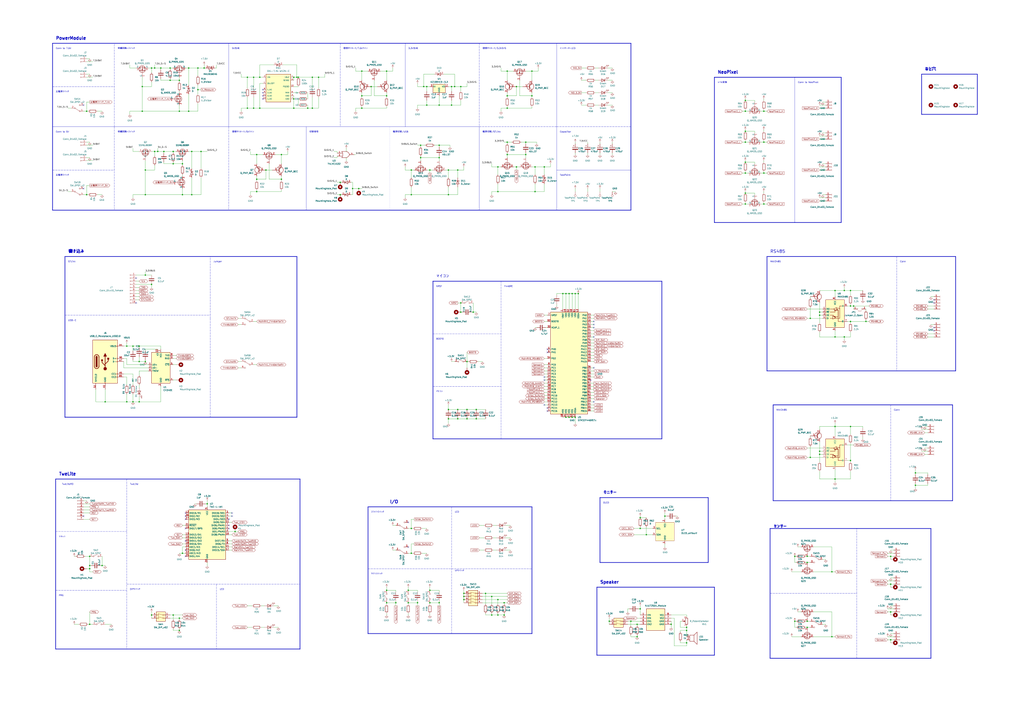
<source format=kicad_sch>
(kicad_sch (version 20211123) (generator eeschema)
  (paper "A1")
  (junction (at 464.82 342.9))
  (junction (at 124.46 233.68))
  (junction (at 673.1 373.38))
  (junction (at 241.3 81.28))
  (junction (at 701.04 251.46))
  (junction (at 383.54 344.17))
  (junction (at 162.56 73.66))
  (junction (at 523.24 523.24))
  (junction (at 467.36 342.9))
  (junction (at 693.42 238.76))
  (junction (at 129.54 124.46))
  (junction (at 627.38 91.44))
  (junction (at 360.68 86.36))
  (junction (at 563.88 515.62))
  (junction (at 119.38 160.02))
  (junction (at 124.46 55.88))
  (junction (at 252.73 88.9))
  (junction (at 345.44 129.54))
  (junction (at 231.14 147.32))
  (junction (at 210.82 157.48))
  (junction (at 627.38 167.64))
  (junction (at 424.18 71.12))
  (junction (at 261.62 63.5))
  (junction (at 142.24 134.62))
  (junction (at 469.9 342.9))
  (junction (at 210.82 127))
  (junction (at 203.2 63.5))
  (junction (at 335.28 495.3))
  (junction (at 665.48 375.92))
  (junction (at 698.5 264.16))
  (junction (at 71.12 160.02))
  (junction (at 256.54 88.9))
  (junction (at 627.38 116.84))
  (junction (at 383.54 297.18))
  (junction (at 165.1 124.46))
  (junction (at 350.52 71.12))
  (junction (at 167.64 55.88))
  (junction (at 127 55.88))
  (junction (at 317.5 495.3))
  (junction (at 731.52 480.06))
  (junction (at 368.3 344.17))
  (junction (at 698.5 251.46))
  (junction (at 119.38 139.7))
  (junction (at 116.84 91.44))
  (junction (at 665.48 261.62))
  (junction (at 345.44 119.38))
  (junction (at 612.14 91.44))
  (junction (at 546.1 424.18))
  (junction (at 472.44 342.9))
  (junction (at 317.5 78.74))
  (junction (at 104.14 330.2))
  (junction (at 373.38 71.12))
  (junction (at 370.84 71.12))
  (junction (at 241.3 63.5))
  (junction (at 245.11 63.5))
  (junction (at 337.82 454.66))
  (junction (at 662.94 510.54))
  (junction (at 243.84 63.5))
  (junction (at 416.56 88.9))
  (junction (at 86.36 330.2))
  (junction (at 431.8 116.84))
  (junction (at 673.1 259.08))
  (junction (at 375.92 336.55))
  (junction (at 325.12 495.3))
  (junction (at 71.12 91.44))
  (junction (at 147.32 518.16))
  (junction (at 134.62 124.46))
  (junction (at 347.98 71.12))
  (junction (at 612.14 116.84))
  (junction (at 317.5 58.42))
  (junction (at 388.62 256.54))
  (junction (at 416.56 127))
  (junction (at 375.92 344.17))
  (junction (at 439.42 137.16))
  (junction (at 436.88 58.42))
  (junction (at 73.66 457.2))
  (junction (at 662.94 457.2))
  (junction (at 218.44 139.7))
  (junction (at 157.48 124.46))
  (junction (at 612.14 142.24))
  (junction (at 693.42 276.86))
  (junction (at 731.52 525.78))
  (junction (at 683.26 523.24))
  (junction (at 119.38 226.06))
  (junction (at 416.56 116.84))
  (junction (at 500.38 510.54))
  (junction (at 424.18 137.16))
  (junction (at 360.68 495.3))
  (junction (at 132.08 55.88))
  (junction (at 378.46 256.54))
  (junction (at 279.4 149.86))
  (junction (at 551.18 513.08))
  (junction (at 154.94 55.88))
  (junction (at 353.06 495.3))
  (junction (at 368.3 160.02))
  (junction (at 474.98 241.3))
  (junction (at 612.14 158.75))
  (junction (at 147.32 66.04))
  (junction (at 378.46 248.92))
  (junction (at 114.3 330.2))
  (junction (at 469.9 241.3))
  (junction (at 297.18 58.42))
  (junction (at 360.68 129.54))
  (junction (at 398.78 487.68))
  (junction (at 139.7 66.04))
  (junction (at 414.02 505.46))
  (junction (at 109.22 330.2))
  (junction (at 525.78 434.34))
  (junction (at 73.66 513.08))
  (junction (at 673.1 256.54))
  (junction (at 375.92 139.7))
  (junction (at 627.38 142.24))
  (junction (at 337.82 434.34))
  (junction (at 731.52 457.2))
  (junction (at 685.8 238.76))
  (junction (at 381 490.22))
  (junction (at 256.54 63.5))
  (junction (at 127 124.46))
  (junction (at 652.78 510.54))
  (junction (at 203.2 88.9))
  (junction (at 337.82 160.02))
  (junction (at 157.48 160.02))
  (junction (at 698.5 238.76))
  (junction (at 525.78 425.45))
  (junction (at 408.94 157.48))
  (junction (at 147.32 91.44))
  (junction (at 335.28 485.14))
  (junction (at 149.86 134.62))
  (junction (at 612.14 167.64))
  (junction (at 731.52 502.92))
  (junction (at 518.16 510.54))
  (junction (at 698.5 350.52))
  (junction (at 652.78 457.2))
  (junction (at 213.36 88.9))
  (junction (at 139.7 55.88))
  (junction (at 685.8 276.86))
  (junction (at 149.86 160.02))
  (junction (at 563.88 528.32))
  (junction (at 210.82 147.32))
  (junction (at 381 492.76))
  (junction (at 662.94 462.28))
  (junction (at 353.06 139.7))
  (junction (at 467.36 241.3))
  (junction (at 403.86 490.22))
  (junction (at 683.26 469.9))
  (junction (at 297.18 88.9))
  (junction (at 142.24 505.46))
  (junction (at 297.18 78.74))
  (junction (at 147.32 508))
  (junction (at 416.56 78.74))
  (junction (at 464.82 241.3))
  (junction (at 408.94 492.76))
  (junction (at 751.84 388.62))
  (junction (at 408.94 505.46))
  (junction (at 350.52 86.36))
  (junction (at 231.14 127))
  (junction (at 612.14 133.35))
  (junction (at 416.56 58.42))
  (junction (at 612.14 82.55))
  (junction (at 213.36 63.5))
  (junction (at 353.06 485.14))
  (junction (at 525.78 500.38))
  (junction (at 114.3 297.18))
  (junction (at 337.82 139.7))
  (junction (at 408.94 137.16))
  (junction (at 391.16 344.17))
  (junction (at 563.88 518.16))
  (junction (at 414.02 495.3))
  (junction (at 208.28 63.5))
  (junction (at 83.82 464.82))
  (junction (at 154.94 91.44))
  (junction (at 462.28 241.3))
  (junction (at 368.3 336.55))
  (junction (at 114.3 284.48))
  (junction (at 436.88 78.74))
  (junction (at 360.68 119.38))
  (junction (at 119.38 297.18))
  (junction (at 109.22 284.48))
  (junction (at 685.8 350.52))
  (junction (at 391.16 336.55))
  (junction (at 294.64 154.94))
  (junction (at 162.56 55.88))
  (junction (at 124.46 505.46))
  (junction (at 523.24 513.08))
  (junction (at 279.4 160.02))
  (junction (at 662.94 515.62))
  (junction (at 304.8 71.12))
  (junction (at 73.66 467.36))
  (junction (at 73.66 464.82))
  (junction (at 170.18 414.02))
  (junction (at 370.84 86.36))
  (junction (at 439.42 157.48))
  (junction (at 317.5 485.14))
  (junction (at 431.8 127))
  (junction (at 403.86 505.46))
  (junction (at 530.86 439.42))
  (junction (at 342.9 495.3))
  (junction (at 368.3 139.7))
  (junction (at 378.46 71.12))
  (junction (at 116.84 71.12))
  (junction (at 104.14 284.48))
  (junction (at 751.84 398.78))
  (junction (at 289.56 154.94))
  (junction (at 142.24 124.46))
  (junction (at 698.5 378.46))
  (junction (at 149.86 454.66))
  (junction (at 447.04 137.16))
  (junction (at 612.14 107.95))
  (junction (at 381 487.68))
  (junction (at 241.3 88.9))
  (junction (at 383.54 336.55))
  (junction (at 472.44 241.3))
  (junction (at 673.1 370.84))
  (junction (at 193.04 436.88))
  (junction (at 685.8 393.7))
  (junction (at 208.28 88.9))
  (junction (at 711.2 264.16))
  (no_connect (at 111.76 248.92))
  (no_connect (at 152.4 444.5))
  (no_connect (at 487.68 276.86))
  (no_connect (at 152.4 434.34))
  (no_connect (at 215.9 81.28))
  (no_connect (at 335.28 449.58))
  (no_connect (at 190.5 424.18))
  (no_connect (at 68.58 424.18))
  (no_connect (at 447.04 309.88))
  (no_connect (at 215.9 78.74))
  (no_connect (at 487.68 269.24))
  (no_connect (at 187.96 426.72))
  (no_connect (at 190.5 421.64))
  (no_connect (at 68.58 86.36))
  (no_connect (at 767.08 248.92))
  (no_connect (at 485.14 312.42))
  (no_connect (at 152.4 424.18))
  (no_connect (at 767.08 246.38))
  (no_connect (at 487.68 302.26))
  (no_connect (at 335.28 429.26))
  (no_connect (at 487.68 330.2))
  (no_connect (at 152.4 426.72))
  (no_connect (at 487.68 266.7))
  (no_connect (at 767.08 271.78))
  (no_connect (at 487.68 264.16))
  (no_connect (at 152.4 421.64))
  (no_connect (at 449.58 289.56))
  (no_connect (at 449.58 337.82))
  (no_connect (at 187.96 431.8))
  (no_connect (at 187.96 434.34))
  (no_connect (at 767.08 269.24))
  (no_connect (at 152.4 452.12))
  (no_connect (at 449.58 287.02))
  (no_connect (at 152.4 457.2))
  (no_connect (at 68.58 154.94))
  (no_connect (at 215.9 76.2))
  (no_connect (at 449.58 335.28))
  (no_connect (at 447.04 312.42))
  (no_connect (at 447.04 332.74))
  (no_connect (at 111.76 228.6))
  (no_connect (at 215.9 73.66))
  (wire (pts (xy 274.32 124.46) (xy 276.86 124.46)))
  (wire (pts (xy 751.84 398.78) (xy 762 398.78)))
  (wire (pts (xy 104.14 281.94) (xy 104.14 284.48)))
  (wire (pts (xy 337.82 426.72) (xy 337.82 434.34)))
  (wire (pts (xy 551.18 508) (xy 553.72 508)))
  (wire (pts (xy 612.14 91.44) (xy 614.68 91.44)))
  (wire (pts (xy 345.44 128.27) (xy 345.44 129.54)))
  (wire (pts (xy 342.9 68.58) (xy 342.9 71.12)))
  (wire (pts (xy 523.24 508) (xy 525.78 508)))
  (wire (pts (xy 346.71 454.66) (xy 350.52 454.66)))
  (wire (pts (xy 142.24 518.16) (xy 142.24 516.89)))
  (wire (pts (xy 551.18 513.08) (xy 551.18 515.62)))
  (wire (pts (xy 127 139.7) (xy 119.38 139.7)))
  (wire (pts (xy 553.72 530.86) (xy 563.88 530.86)))
  (wire (pts (xy 193.04 436.88) (xy 195.58 436.88)))
  (wire (pts (xy 403.86 496.57) (xy 403.86 490.22)))
  (wire (pts (xy 502.92 125.73) (xy 502.92 127)))
  (wire (pts (xy 213.36 68.58) (xy 213.36 88.9)))
  (wire (pts (xy 652.78 457.2) (xy 654.05 457.2)))
  (wire (pts (xy 167.64 55.88) (xy 168.91 55.88)))
  (wire (pts (xy 322.58 55.88) (xy 322.58 58.42)))
  (wire (pts (xy 477.52 66.04) (xy 481.33 66.04)))
  (wire (pts (xy 661.67 515.62) (xy 662.94 515.62)))
  (wire (pts (xy 731.52 502.92) (xy 731.52 505.46)))
  (wire (pts (xy 734.06 480.06) (xy 731.52 480.06)))
  (wire (pts (xy 500.38 508) (xy 500.38 510.54)))
  (wire (pts (xy 619.76 82.55) (xy 612.14 82.55)))
  (wire (pts (xy 55.88 157.48) (xy 58.42 157.48)))
  (wire (pts (xy 114.3 293.37) (xy 114.3 297.18)))
  (wire (pts (xy 71.12 83.82) (xy 71.12 91.44)))
  (wire (pts (xy 416.56 78.74) (xy 424.18 78.74)))
  (wire (pts (xy 734.06 454.66) (xy 728.98 454.66)))
  (wire (pts (xy 525.78 433.07) (xy 525.78 434.34)))
  (wire (pts (xy 485.14 287.02) (xy 487.68 287.02)))
  (wire (pts (xy 673.1 114.3) (xy 678.18 114.3)))
  (wire (pts (xy 408.94 137.16) (xy 403.86 137.16)))
  (wire (pts (xy 388.62 256.54) (xy 391.16 256.54)))
  (polyline (pts (xy 177.8 480.06) (xy 177.8 533.4)))
  (wire (pts (xy 462.28 241.3) (xy 462.28 254)))
  (polyline (pts (xy 703.58 541.02) (xy 703.58 487.68)))
  (wire (pts (xy 350.52 71.12) (xy 350.52 74.93)))
  (wire (pts (xy 162.56 55.88) (xy 167.64 55.88)))
  (wire (pts (xy 241.3 76.2) (xy 245.11 76.2)))
  (wire (pts (xy 114.3 330.2) (xy 132.08 330.2)))
  (wire (pts (xy 127 124.46) (xy 129.54 124.46)))
  (wire (pts (xy 208.28 63.5) (xy 213.36 63.5)))
  (polyline (pts (xy 53.34 259.08) (xy 172.72 259.08)))
  (wire (pts (xy 762 373.38) (xy 759.46 373.38)))
  (wire (pts (xy 368.3 336.55) (xy 375.92 336.55)))
  (wire (pts (xy 668.02 502.92) (xy 683.26 502.92)))
  (wire (pts (xy 142.24 124.46) (xy 144.78 124.46)))
  (wire (pts (xy 73.66 464.82) (xy 74.93 464.82)))
  (wire (pts (xy 558.8 518.16) (xy 563.88 518.16)))
  (wire (pts (xy 289.56 154.94) (xy 289.56 160.02)))
  (wire (pts (xy 208.28 264.16) (xy 210.82 264.16)))
  (wire (pts (xy 342.9 495.3) (xy 335.28 495.3)))
  (wire (pts (xy 609.6 116.84) (xy 612.14 116.84)))
  (wire (pts (xy 673.1 370.84) (xy 675.64 370.84)))
  (wire (pts (xy 119.38 132.08) (xy 119.38 139.7)))
  (wire (pts (xy 83.82 464.82) (xy 82.55 464.82)))
  (wire (pts (xy 485.14 325.12) (xy 487.68 325.12)))
  (wire (pts (xy 485.14 274.32) (xy 487.68 274.32)))
  (wire (pts (xy 554.99 424.18) (xy 556.26 424.18)))
  (wire (pts (xy 68.58 91.44) (xy 71.12 91.44)))
  (wire (pts (xy 392.43 297.18) (xy 396.24 297.18)))
  (wire (pts (xy 116.84 63.5) (xy 116.84 71.12)))
  (wire (pts (xy 119.38 287.02) (xy 119.38 288.29)))
  (wire (pts (xy 415.29 452.12) (xy 419.1 452.12)))
  (wire (pts (xy 675.64 160.02) (xy 678.18 160.02)))
  (polyline (pts (xy 492.76 408.94) (xy 581.66 408.94)) (stroke (width 0.5) (type solid)))
  (wire (pts (xy 73.66 502.92) (xy 73.66 513.08)))
  (wire (pts (xy 525.78 500.38) (xy 525.78 505.46)))
  (wire (pts (xy 195.58 297.18) (xy 198.12 297.18)))
  (wire (pts (xy 673.1 373.38) (xy 675.64 373.38)))
  (wire (pts (xy 149.86 441.96) (xy 152.4 441.96)))
  (wire (pts (xy 472.44 125.73) (xy 472.44 127)))
  (wire (pts (xy 731.52 525.78) (xy 728.98 525.78)))
  (wire (pts (xy 78.74 320.04) (xy 78.74 330.2)))
  (wire (pts (xy 485.14 309.88) (xy 487.68 309.88)))
  (wire (pts (xy 220.98 147.32) (xy 231.14 147.32)))
  (wire (pts (xy 485.14 284.48) (xy 487.68 284.48)))
  (wire (pts (xy 609.6 142.24) (xy 612.14 142.24)))
  (wire (pts (xy 500.38 510.54) (xy 500.38 513.08)))
  (wire (pts (xy 71.12 91.44) (xy 72.39 91.44)))
  (wire (pts (xy 452.12 134.62) (xy 452.12 137.16)))
  (wire (pts (xy 350.52 71.12) (xy 353.06 71.12)))
  (wire (pts (xy 393.7 452.12) (xy 397.51 452.12)))
  (wire (pts (xy 558.8 518.16) (xy 558.8 519.43)))
  (wire (pts (xy 187.96 439.42) (xy 190.5 439.42)))
  (wire (pts (xy 71.12 119.38) (xy 76.2 119.38)))
  (wire (pts (xy 307.34 78.74) (xy 317.5 78.74)))
  (wire (pts (xy 414.02 116.84) (xy 416.56 116.84)))
  (wire (pts (xy 485.14 304.8) (xy 487.68 304.8)))
  (wire (pts (xy 360.68 495.3) (xy 353.06 495.3)))
  (polyline (pts (xy 411.48 231.14) (xy 411.48 266.7)))
  (polyline (pts (xy 355.6 231.14) (xy 355.6 360.68)) (stroke (width 0.5) (type solid)))
  (wire (pts (xy 241.3 88.9) (xy 213.36 88.9)))
  (wire (pts (xy 364.49 60.96) (xy 373.38 60.96)))
  (wire (pts (xy 205.74 124.46) (xy 205.74 127)))
  (wire (pts (xy 558.8 527.05) (xy 558.8 528.32)))
  (wire (pts (xy 416.56 116.84) (xy 420.37 116.84)))
  (wire (pts (xy 276.86 124.46) (xy 276.86 125.73)))
  (wire (pts (xy 665.48 252.73) (xy 665.48 261.62)))
  (polyline (pts (xy 355.6 231.14) (xy 543.56 231.14)) (stroke (width 0.5) (type solid)))
  (wire (pts (xy 612.14 106.68) (xy 612.14 107.95)))
  (polyline (pts (xy 632.46 434.34) (xy 764.54 434.34)) (stroke (width 0.5) (type solid)))
  (wire (pts (xy 485.14 337.82) (xy 487.68 337.82)))
  (wire (pts (xy 485.14 317.5) (xy 487.68 317.5)))
  (wire (pts (xy 734.06 474.98) (xy 731.52 474.98)))
  (wire (pts (xy 71.12 129.54) (xy 73.66 129.54)))
  (wire (pts (xy 335.28 454.66) (xy 337.82 454.66)))
  (wire (pts (xy 551.18 510.54) (xy 551.18 513.08)))
  (wire (pts (xy 563.88 515.62) (xy 563.88 518.16)))
  (wire (pts (xy 393.7 441.96) (xy 397.51 441.96)))
  (wire (pts (xy 335.28 495.3) (xy 335.28 496.57)))
  (wire (pts (xy 673.1 273.05) (xy 673.1 276.86)))
  (wire (pts (xy 668.02 523.24) (xy 683.26 523.24)))
  (wire (pts (xy 414.02 495.3) (xy 416.56 495.3)))
  (wire (pts (xy 360.68 119.38) (xy 360.68 120.65)))
  (wire (pts (xy 436.88 66.04) (xy 436.88 58.42)))
  (wire (pts (xy 109.22 330.2) (xy 104.14 330.2)))
  (wire (pts (xy 236.22 124.46) (xy 236.22 127)))
  (wire (pts (xy 762 388.62) (xy 762 389.89)))
  (polyline (pts (xy 393.7 35.56) (xy 393.7 104.14)))
  (wire (pts (xy 289.56 160.02) (xy 288.29 160.02)))
  (wire (pts (xy 627.38 167.64) (xy 629.92 167.64)))
  (wire (pts (xy 68.58 414.02) (xy 73.66 414.02)))
  (wire (pts (xy 162.56 73.66) (xy 165.1 73.66)))
  (wire (pts (xy 119.38 295.91) (xy 119.38 297.18)))
  (wire (pts (xy 693.42 238.76) (xy 693.42 236.22)))
  (wire (pts (xy 124.46 55.88) (xy 127 55.88)))
  (wire (pts (xy 375.92 153.67) (xy 375.92 160.02)))
  (wire (pts (xy 119.38 287.02) (xy 129.54 287.02)))
  (wire (pts (xy 139.7 55.88) (xy 139.7 57.15)))
  (wire (pts (xy 71.12 116.84) (xy 73.66 116.84)))
  (wire (pts (xy 210.82 147.32) (xy 218.44 147.32)))
  (wire (pts (xy 109.22 124.46) (xy 114.3 124.46)))
  (wire (pts (xy 210.82 127) (xy 210.82 134.62)))
  (wire (pts (xy 261.62 80.01) (xy 261.62 88.9)))
  (wire (pts (xy 524.51 500.38) (xy 525.78 500.38)))
  (wire (pts (xy 734.06 457.2) (xy 731.52 457.2)))
  (wire (pts (xy 523.24 513.08) (xy 525.78 513.08)))
  (wire (pts (xy 170.18 411.48) (xy 170.18 414.02)))
  (wire (pts (xy 101.6 302.26) (xy 121.92 302.26)))
  (wire (pts (xy 627.38 81.28) (xy 627.38 82.55)))
  (wire (pts (xy 154.94 55.88) (xy 154.94 69.85)))
  (wire (pts (xy 101.6 307.34) (xy 109.22 307.34)))
  (wire (pts (xy 546.1 424.18) (xy 547.37 424.18)))
  (polyline (pts (xy 43.18 104.14) (xy 332.74 104.14)) (stroke (width 0) (type solid)))
  (wire (pts (xy 698.5 264.16) (xy 698.5 265.43)))
  (wire (pts (xy 436.88 76.2) (xy 436.88 78.74)))
  (wire (pts (xy 436.88 137.16) (xy 439.42 137.16)))
  (wire (pts (xy 368.3 332.74) (xy 368.3 336.55)))
  (wire (pts (xy 276.86 149.86) (xy 279.4 149.86)))
  (wire (pts (xy 416.56 127) (xy 416.56 129.54)))
  (wire (pts (xy 121.92 55.88) (xy 124.46 55.88)))
  (wire (pts (xy 695.96 264.16) (xy 698.5 264.16)))
  (wire (pts (xy 119.38 160.02) (xy 149.86 160.02)))
  (wire (pts (xy 289.56 149.86) (xy 289.56 154.94)))
  (wire (pts (xy 157.48 160.02) (xy 165.1 160.02)))
  (wire (pts (xy 447.04 320.04) (xy 449.58 320.04)))
  (wire (pts (xy 472.44 241.3) (xy 474.98 241.3)))
  (wire (pts (xy 546.1 447.04) (xy 546.1 449.58)))
  (wire (pts (xy 325.12 485.14) (xy 325.12 486.41)))
  (wire (pts (xy 695.96 365.76) (xy 701.04 365.76)))
  (wire (pts (xy 492.76 116.84) (xy 492.76 118.11)))
  (wire (pts (xy 398.78 487.68) (xy 416.56 487.68)))
  (wire (pts (xy 288.29 149.86) (xy 289.56 149.86)))
  (wire (pts (xy 241.3 78.74) (xy 241.3 81.28)))
  (wire (pts (xy 231.14 144.78) (xy 231.14 147.32)))
  (wire (pts (xy 252.73 86.36) (xy 252.73 88.9)))
  (wire (pts (xy 373.38 71.12) (xy 378.46 71.12)))
  (wire (pts (xy 685.8 393.7) (xy 685.8 396.24)))
  (wire (pts (xy 142.24 124.46) (xy 142.24 125.73)))
  (wire (pts (xy 558.8 510.54) (xy 558.8 515.62)))
  (wire (pts (xy 762 355.6) (xy 759.46 355.6)))
  (wire (pts (xy 447.04 322.58) (xy 449.58 322.58)))
  (polyline (pts (xy 736.6 210.82) (xy 736.6 304.8)))
  (wire (pts (xy 447.04 157.48) (xy 439.42 157.48)))
  (wire (pts (xy 116.84 91.44) (xy 147.32 91.44)))
  (wire (pts (xy 405.13 431.8) (xy 407.67 431.8)))
  (wire (pts (xy 431.8 125.73) (xy 431.8 127)))
  (wire (pts (xy 162.56 73.66) (xy 162.56 77.47)))
  (wire (pts (xy 488.95 66.04) (xy 491.49 66.04)))
  (wire (pts (xy 431.8 116.84) (xy 431.8 118.11)))
  (wire (pts (xy 289.56 154.94) (xy 294.64 154.94)))
  (wire (pts (xy 170.18 462.28) (xy 170.18 464.82)))
  (polyline (pts (xy 53.34 342.9) (xy 243.84 342.9)) (stroke (width 0.5) (type solid)))
  (wire (pts (xy 337.82 447.04) (xy 337.82 454.66)))
  (wire (pts (xy 673.1 373.38) (xy 673.1 379.73)))
  (wire (pts (xy 335.28 434.34) (xy 337.82 434.34)))
  (wire (pts (xy 650.24 469.9) (xy 657.86 469.9)))
  (polyline (pts (xy 756.92 60.96) (xy 802.64 60.96)) (stroke (width 0.5) (type solid)))
  (wire (pts (xy 337.82 153.67) (xy 337.82 160.02)))
  (wire (pts (xy 347.98 60.96) (xy 347.98 71.12)))
  (wire (pts (xy 499.11 76.2) (xy 502.92 76.2)))
  (wire (pts (xy 523.24 523.24) (xy 523.24 521.97)))
  (wire (pts (xy 560.07 510.54) (xy 558.8 510.54)))
  (wire (pts (xy 342.9 119.38) (xy 345.44 119.38)))
  (wire (pts (xy 325.12 495.3) (xy 317.5 495.3)))
  (wire (pts (xy 243.84 53.34) (xy 243.84 63.5)))
  (wire (pts (xy 154.94 124.46) (xy 157.48 124.46)))
  (wire (pts (xy 360.68 495.3) (xy 360.68 494.03)))
  (wire (pts (xy 124.46 67.31) (xy 124.46 71.12)))
  (wire (pts (xy 134.62 124.46) (xy 134.62 125.73)))
  (wire (pts (xy 388.62 256.54) (xy 387.35 256.54)))
  (wire (pts (xy 68.58 416.56) (xy 73.66 416.56)))
  (wire (pts (xy 205.74 157.48) (xy 210.82 157.48)))
  (wire (pts (xy 485.14 264.16) (xy 487.68 264.16)))
  (wire (pts (xy 381 137.16) (xy 381 139.7)))
  (wire (pts (xy 698.5 273.05) (xy 698.5 276.86)))
  (wire (pts (xy 665.48 367.03) (xy 665.48 375.92)))
  (wire (pts (xy 114.3 297.18) (xy 119.38 297.18)))
  (wire (pts (xy 518.16 510.54) (xy 518.16 514.35)))
  (wire (pts (xy 127 55.88) (xy 132.08 55.88)))
  (wire (pts (xy 485.14 259.08) (xy 487.68 259.08)))
  (wire (pts (xy 408.94 505.46) (xy 408.94 504.19)))
  (polyline (pts (xy 302.26 467.36) (xy 370.84 467.36)))
  (wire (pts (xy 675.64 513.08) (xy 678.18 513.08)))
  (wire (pts (xy 342.9 86.36) (xy 342.9 88.9)))
  (wire (pts (xy 525.78 425.45) (xy 530.86 425.45)))
  (wire (pts (xy 731.52 457.2) (xy 731.52 459.74)))
  (wire (pts (xy 411.48 55.88) (xy 411.48 58.42)))
  (polyline (pts (xy 492.76 408.94) (xy 492.76 462.28)) (stroke (width 0.5) (type solid)))
  (wire (pts (xy 416.56 116.84) (xy 416.56 118.11)))
  (wire (pts (xy 114.3 284.48) (xy 114.3 285.75)))
  (wire (pts (xy 447.04 302.26) (xy 449.58 302.26)))
  (wire (pts (xy 297.18 87.63) (xy 297.18 88.9)))
  (wire (pts (xy 176.53 55.88) (xy 177.8 55.88)))
  (wire (pts (xy 350.52 82.55) (xy 350.52 86.36)))
  (wire (pts (xy 187.96 447.04) (xy 190.5 447.04)))
  (wire (pts (xy 762 370.84) (xy 756.92 370.84)))
  (wire (pts (xy 408.94 137.16) (xy 408.94 143.51)))
  (wire (pts (xy 708.66 359.41) (xy 708.66 360.68)))
  (wire (pts (xy 378.46 256.54) (xy 379.73 256.54)))
  (wire (pts (xy 553.72 508) (xy 553.72 530.86)))
  (wire (pts (xy 261.62 63.5) (xy 266.7 63.5)))
  (wire (pts (xy 297.18 88.9) (xy 317.5 88.9)))
  (polyline (pts (xy 457.2 104.14) (xy 457.2 35.56)) (stroke (width 0) (type solid)))
  (wire (pts (xy 154.94 55.88) (xy 162.56 55.88)))
  (wire (pts (xy 668.02 469.9) (xy 683.26 469.9)))
  (wire (pts (xy 375.92 344.17) (xy 368.3 344.17)))
  (wire (pts (xy 124.46 233.68) (xy 124.46 236.22)))
  (wire (pts (xy 447.04 332.74) (xy 449.58 332.74)))
  (wire (pts (xy 416.56 87.63) (xy 416.56 88.9)))
  (polyline (pts (xy 45.72 393.7) (xy 45.72 533.4)) (stroke (width 0.5) (type solid)))
  (wire (pts (xy 439.42 137.16) (xy 439.42 143.51)))
  (wire (pts (xy 662.94 462.28) (xy 665.48 462.28)))
  (wire (pts (xy 665.48 243.84) (xy 665.48 245.11)))
  (wire (pts (xy 627.38 91.44) (xy 629.92 91.44)))
  (wire (pts (xy 119.38 139.7) (xy 119.38 160.02)))
  (wire (pts (xy 751.84 398.78) (xy 751.84 401.32)))
  (wire (pts (xy 101.6 284.48) (xy 104.14 284.48)))
  (wire (pts (xy 241.3 88.9) (xy 252.73 88.9)))
  (wire (pts (xy 499.11 66.04) (xy 502.92 66.04)))
  (polyline (pts (xy 782.32 411.48) (xy 782.32 332.74)) (stroke (width 0.5) (type solid)))
  (wire (pts (xy 345.44 129.54) (xy 360.68 129.54)))
  (wire (pts (xy 431.8 116.84) (xy 440.69 116.84)))
  (wire (pts (xy 436.88 87.63) (xy 436.88 88.9)))
  (wire (pts (xy 654.05 462.28) (xy 652.78 462.28)))
  (polyline (pts (xy 393.7 104.14) (xy 393.7 172.72)) (stroke (width 0) (type solid)))
  (wire (pts (xy 767.08 274.32) (xy 762 274.32)))
  (wire (pts (xy 71.12 132.08) (xy 76.2 132.08)))
  (polyline (pts (xy 302.26 416.56) (xy 302.26 520.7)) (stroke (width 0.5) (type solid)))
  (wire (pts (xy 447.04 307.34) (xy 449.58 307.34)))
  (wire (pts (xy 485.14 327.66) (xy 487.68 327.66)))
  (wire (pts (xy 104.14 309.88) (xy 104.14 316.23)))
  (wire (pts (xy 668.02 449.58) (xy 683.26 449.58)))
  (wire (pts (xy 439.42 151.13) (xy 439.42 157.48)))
  (wire (pts (xy 447.04 314.96) (xy 449.58 314.96)))
  (wire (pts (xy 652.78 510.54) (xy 654.05 510.54)))
  (wire (pts (xy 187.96 424.18) (xy 190.5 424.18)))
  (wire (pts (xy 104.14 294.64) (xy 104.14 299.72)))
  (wire (pts (xy 129.54 121.92) (xy 129.54 124.46)))
  (wire (pts (xy 762 397.51) (xy 762 398.78)))
  (wire (pts (xy 317.5 66.04) (xy 317.5 58.42)))
  (wire (pts (xy 762 350.52) (xy 759.46 350.52)))
  (wire (pts (xy 751.84 397.51) (xy 751.84 398.78)))
  (wire (pts (xy 485.14 279.4) (xy 487.68 279.4)))
  (wire (pts (xy 609.6 167.64) (xy 612.14 167.64)))
  (wire (pts (xy 457.2 241.3) (xy 462.28 241.3)))
  (wire (pts (xy 416.56 125.73) (xy 416.56 127)))
  (wire (pts (xy 391.16 336.55) (xy 398.78 336.55)))
  (wire (pts (xy 375.92 248.92) (xy 378.46 248.92)))
  (wire (pts (xy 485.14 292.1) (xy 487.68 292.1)))
  (wire (pts (xy 698.5 378.46) (xy 695.96 378.46)))
  (wire (pts (xy 337.82 139.7) (xy 337.82 146.05)))
  (wire (pts (xy 168.91 414.02) (xy 170.18 414.02)))
  (wire (pts (xy 403.86 505.46) (xy 398.78 505.46)))
  (wire (pts (xy 231.14 156.21) (xy 231.14 157.48)))
  (wire (pts (xy 208.28 88.9) (xy 213.36 88.9)))
  (wire (pts (xy 485.14 307.34) (xy 487.68 307.34)))
  (wire (pts (xy 342.9 485.14) (xy 342.9 486.41)))
  (wire (pts (xy 353.06 482.6) (xy 353.06 485.14)))
  (wire (pts (xy 198.12 88.9) (xy 203.2 88.9)))
  (wire (pts (xy 731.52 480.06) (xy 728.98 480.06)))
  (wire (pts (xy 116.84 71.12) (xy 116.84 91.44)))
  (wire (pts (xy 673.1 259.08) (xy 675.64 259.08)))
  (wire (pts (xy 457.2 250.19) (xy 457.2 251.46)))
  (wire (pts (xy 396.24 490.22) (xy 403.86 490.22)))
  (polyline (pts (xy 246.38 533.4) (xy 246.38 393.7)) (stroke (width 0.5) (type solid)))
  (wire (pts (xy 154.94 77.47) (xy 154.94 91.44)))
  (wire (pts (xy 698.5 378.46) (xy 698.5 379.73)))
  (wire (pts (xy 416.56 58.42) (xy 416.56 66.04)))
  (wire (pts (xy 368.3 153.67) (xy 368.3 160.02)))
  (wire (pts (xy 612.14 157.48) (xy 612.14 158.75)))
  (wire (pts (xy 325.12 495.3) (xy 325.12 497.84)))
  (wire (pts (xy 683.26 523.24) (xy 685.8 523.24)))
  (wire (pts (xy 325.12 485.14) (xy 317.5 485.14)))
  (wire (pts (xy 266.7 60.96) (xy 266.7 63.5)))
  (wire (pts (xy 187.96 421.64) (xy 190.5 421.64)))
  (wire (pts (xy 256.54 88.9) (xy 261.62 88.9)))
  (wire (pts (xy 751.84 388.62) (xy 762 388.62)))
  (wire (pts (xy 139.7 66.04) (xy 147.32 66.04)))
  (wire (pts (xy 464.82 241.3) (xy 467.36 241.3)))
  (wire (pts (xy 109.22 307.34) (xy 109.22 316.23)))
  (wire (pts (xy 114.3 304.8) (xy 114.3 308.61)))
  (wire (pts (xy 698.5 350.52) (xy 698.5 356.87)))
  (wire (pts (xy 106.68 55.88) (xy 111.76 55.88)))
  (wire (pts (xy 734.06 477.52) (xy 728.98 477.52)))
  (wire (pts (xy 462.28 342.9) (xy 464.82 342.9)))
  (wire (pts (xy 447.04 317.5) (xy 449.58 317.5)))
  (wire (pts (xy 734.06 500.38) (xy 728.98 500.38)))
  (wire (pts (xy 368.3 71.12) (xy 370.84 71.12)))
  (wire (pts (xy 157.48 146.05) (xy 157.48 160.02)))
  (wire (pts (xy 627.38 106.68) (xy 627.38 107.95)))
  (wire (pts (xy 624.84 167.64) (xy 627.38 167.64)))
  (wire (pts (xy 127 53.34) (xy 127 55.88)))
  (wire (pts (xy 751.84 386.08) (xy 751.84 388.62)))
  (wire (pts (xy 203.2 497.84) (xy 207.01 497.84)))
  (wire (pts (xy 673.1 256.54) (xy 673.1 259.08)))
  (wire (pts (xy 142.24 299.72) (xy 144.78 299.72)))
  (wire (pts (xy 69.85 457.2) (xy 73.66 457.2)))
  (wire (pts (xy 224.79 497.84) (xy 228.6 497.84)))
  (wire (pts (xy 612.14 132.08) (xy 612.14 133.35)))
  (wire (pts (xy 231.14 147.32) (xy 231.14 148.59)))
  (wire (pts (xy 436.88 58.42) (xy 441.96 58.42)))
  (polyline (pts (xy 187.96 35.56) (xy 187.96 104.14)) (stroke (width 0) (type solid)))
  (wire (pts (xy 68.58 426.72) (xy 73.66 426.72)))
  (wire (pts (xy 139.7 55.88) (xy 142.24 55.88)))
  (wire (pts (xy 149.86 431.8) (xy 152.4 431.8)))
  (wire (pts (xy 673.1 276.86) (xy 685.8 276.86)))
  (wire (pts (xy 708.66 351.79) (xy 708.66 350.52)))
  (wire (pts (xy 403.86 157.48) (xy 408.94 157.48)))
  (polyline (pts (xy 393.7 104.14) (xy 457.2 104.14)))
  (wire (pts (xy 734.06 502.92) (xy 731.52 502.92)))
  (wire (pts (xy 523.24 523.24) (xy 518.16 523.24)))
  (wire (pts (xy 398.78 505.46) (xy 398.78 504.19)))
  (polyline (pts (xy 355.6 360.68) (xy 543.56 360.68)) (stroke (width 0.5) (type solid)))
  (wire (pts (xy 134.62 124.46) (xy 142.24 124.46)))
  (wire (pts (xy 231.14 127) (xy 236.22 127)))
  (polyline (pts (xy 586.74 182.88) (xy 586.74 63.5)) (stroke (width 0.5) (type solid)))
  (wire (pts (xy 134.62 134.62) (xy 142.24 134.62)))
  (wire (pts (xy 673.1 256.54) (xy 675.64 256.54)))
  (wire (pts (xy 73.66 152.4) (xy 71.12 152.4)))
  (wire (pts (xy 342.9 495.3) (xy 342.9 497.84)))
  (wire (pts (xy 469.9 254) (xy 469.9 241.3)))
  (wire (pts (xy 243.84 53.34) (xy 232.41 53.34)))
  (wire (pts (xy 612.14 90.17) (xy 612.14 91.44)))
  (polyline (pts (xy 53.34 210.82) (xy 243.84 210.82)) (stroke (width 0.5) (type solid)))
  (wire (pts (xy 157.48 124.46) (xy 165.1 124.46)))
  (wire (pts (xy 152.4 449.58) (xy 149.86 449.58)))
  (polyline (pts (xy 543.56 360.68) (xy 543.56 231.14)) (stroke (width 0.5) (type solid)))
  (wire (pts (xy 447.04 309.88) (xy 449.58 309.88)))
  (wire (pts (xy 109.22 295.91) (xy 109.22 297.18)))
  (wire (pts (xy 106.68 91.44) (xy 106.68 93.98)))
  (polyline (pts (xy 802.64 93.98) (xy 802.64 60.96)) (stroke (width 0.5) (type solid)))
  (wire (pts (xy 662.94 368.3) (xy 675.64 368.3)))
  (wire (pts (xy 203.2 80.01) (xy 203.2 88.9)))
  (wire (pts (xy 292.1 58.42) (xy 297.18 58.42)))
  (wire (pts (xy 335.28 504.19) (xy 335.28 505.46)))
  (wire (pts (xy 127 135.89) (xy 127 139.7)))
  (wire (pts (xy 482.6 116.84) (xy 482.6 118.11)))
  (wire (pts (xy 675.64 109.22) (xy 678.18 109.22)))
  (wire (pts (xy 551.18 505.46) (xy 563.88 505.46)))
  (wire (pts (xy 147.32 66.04) (xy 147.32 67.31)))
  (wire (pts (xy 520.7 434.34) (xy 525.78 434.34)))
  (wire (pts (xy 165.1 124.46) (xy 165.1 138.43)))
  (wire (pts (xy 203.2 515.62) (xy 207.01 515.62)))
  (wire (pts (xy 398.78 344.17) (xy 391.16 344.17)))
  (polyline (pts (xy 355.6 317.5) (xy 411.48 317.5)))
  (wire (pts (xy 627.38 142.24) (xy 629.92 142.24)))
  (wire (pts (xy 447.04 264.16) (xy 449.58 264.16)))
  (polyline (pts (xy 492.76 462.28) (xy 581.66 462.28)) (stroke (width 0.5) (type solid)))
  (polyline (pts (xy 690.88 182.88) (xy 652.78 182.88)) (stroke (width 0.5) (type solid)))
  (wire (pts (xy 525.78 424.18) (xy 525.78 425.45)))
  (wire (pts (xy 317.5 58.42) (xy 322.58 58.42)))
  (wire (pts (xy 411.48 137.16) (xy 408.94 137.16)))
  (wire (pts (xy 290.83 127) (xy 292.1 127)))
  (wire (pts (xy 297.18 78.74) (xy 304.8 78.74)))
  (wire (pts (xy 673.1 162.56) (xy 678.18 162.56)))
  (wire (pts (xy 356.87 119.38) (xy 360.68 119.38)))
  (wire (pts (xy 499.11 86.36) (xy 502.92 86.36)))
  (wire (pts (xy 448.31 269.24) (xy 449.58 269.24)))
  (wire (pts (xy 447.04 137.16) (xy 452.12 137.16)))
  (wire (pts (xy 381 487.68) (xy 381 490.22)))
  (wire (pts (xy 609.6 91.44) (xy 612.14 91.44)))
  (wire (pts (xy 86.36 330.2) (xy 86.36 320.04)))
  (wire (pts (xy 378.46 82.55) (xy 378.46 86.36)))
  (wire (pts (xy 662.94 457.2) (xy 665.48 457.2)))
  (wire (pts (xy 381 492.76) (xy 381 495.3)))
  (wire (pts (xy 337.82 139.7) (xy 332.74 139.7)))
  (wire (pts (xy 154.94 91.44) (xy 162.56 91.44)))
  (polyline (pts (xy 104.14 480.06) (xy 246.38 480.06)))
  (wire (pts (xy 675.64 459.74) (xy 678.18 459.74)))
  (wire (pts (xy 218.44 147.32) (xy 218.44 139.7)))
  (wire (pts (xy 147.32 86.36) (xy 147.32 91.44)))
  (wire (pts (xy 485.14 314.96) (xy 487.68 314.96)))
  (wire (pts (xy 302.26 58.42) (xy 297.18 58.42)))
  (wire (pts (xy 119.38 223.52) (xy 119.38 226.06)))
  (wire (pts (xy 751.84 388.62) (xy 751.84 389.89)))
  (wire (pts (xy 485.14 294.64) (xy 487.68 294.64)))
  (wire (pts (xy 675.64 134.62) (xy 678.18 134.62)))
  (wire (pts (xy 109.22 330.2) (xy 114.3 330.2)))
  (wire (pts (xy 195.58 266.7) (xy 198.12 266.7)))
  (wire (pts (xy 698.5 350.52) (xy 685.8 350.52)))
  (polyline (pts (xy 629.92 210.82) (xy 629.92 304.8)) (stroke (width 0.5) (type solid)))
  (wire (pts (xy 167.64 53.34) (xy 167.64 55.88)))
  (wire (pts (xy 104.14 330.2) (xy 86.36 330.2)))
  (wire (pts (xy 731.52 502.92) (xy 728.98 502.92)))
  (wire (pts (xy 698.5 238.76) (xy 708.66 238.76)))
  (wire (pts (xy 685.8 350.52) (xy 685.8 358.14)))
  (polyline (pts (xy 490.22 482.6) (xy 490.22 538.48)) (stroke (width 0.5) (type solid)))
  (wire (pts (xy 767.08 251.46) (xy 762 251.46)))
  (wire (pts (xy 114.3 284.48) (xy 132.08 284.48)))
  (wire (pts (xy 114.3 304.8) (xy 121.92 304.8)))
  (wire (pts (xy 101.6 294.64) (xy 104.14 294.64)))
  (wire (pts (xy 685.8 238.76) (xy 693.42 238.76)))
  (wire (pts (xy 485.14 320.04) (xy 487.68 320.04)))
  (wire (pts (xy 485.14 322.58) (xy 487.68 322.58)))
  (wire (pts (xy 472.44 116.84) (xy 472.44 118.11)))
  (wire (pts (xy 73.66 469.9) (xy 73.66 467.36)))
  (wire (pts (xy 563.88 515.62) (xy 563.88 514.35)))
  (wire (pts (xy 370.84 82.55) (xy 370.84 86.36)))
  (polyline (pts (xy 731.52 332.74) (xy 731.52 411.48)))
  (wire (pts (xy 170.18 414.02) (xy 170.18 416.56)))
  (polyline (pts (xy 332.74 104.14) (xy 393.7 104.14)) (stroke (width 0) (type solid)))
  (wire (pts (xy 279.4 160.02) (xy 280.67 160.02)))
  (wire (pts (xy 515.62 500.38) (xy 515.62 502.92)))
  (wire (pts (xy 370.84 71.12) (xy 373.38 71.12)))
  (wire (pts (xy 187.96 449.58) (xy 190.5 449.58)))
  (wire (pts (xy 210.82 144.78) (xy 210.82 147.32)))
  (wire (pts (xy 317.5 76.2) (xy 317.5 78.74)))
  (wire (pts (xy 612.14 142.24) (xy 614.68 142.24)))
  (wire (pts (xy 205.74 157.48) (xy 205.74 160.02)))
  (wire (pts (xy 619.76 158.75) (xy 612.14 158.75)))
  (wire (pts (xy 109.22 297.18) (xy 114.3 297.18)))
  (wire (pts (xy 421.64 58.42) (xy 416.56 58.42)))
  (wire (pts (xy 111.76 236.22) (xy 114.3 236.22)))
  (wire (pts (xy 673.1 86.36) (xy 678.18 86.36)))
  (wire (pts (xy 403.86 490.22) (xy 416.56 490.22)))
  (wire (pts (xy 673.1 393.7) (xy 685.8 393.7)))
  (wire (pts (xy 612.14 81.28) (xy 612.14 82.55)))
  (wire (pts (xy 149.86 134.62) (xy 149.86 135.89)))
  (wire (pts (xy 673.1 387.35) (xy 673.1 393.7)))
  (wire (pts (xy 71.12 48.26) (xy 73.66 48.26)))
  (wire (pts (xy 693.42 238.76) (xy 698.5 238.76)))
  (wire (pts (xy 627.38 116.84) (xy 627.38 115.57)))
  (wire (pts (xy 340.36 426.72) (xy 337.82 426.72)))
  (wire (pts (xy 347.98 60.96) (xy 356.87 60.96)))
  (wire (pts (xy 73.66 513.08) (xy 76.2 513.08)))
  (wire (pts (xy 340.36 139.7) (xy 337.82 139.7)))
  (wire (pts (xy 256.54 72.39) (xy 256.54 63.5)))
  (wire (pts (xy 416.56 127) (xy 431.8 127)))
  (wire (pts (xy 149.86 160.02) (xy 157.48 160.02)))
  (wire (pts (xy 142.24 505.46) (xy 142.24 509.27)))
  (wire (pts (xy 368.3 344.17) (xy 368.3 347.98)))
  (wire (pts (xy 403.86 137.16) (xy 403.86 134.62)))
  (wire (pts (xy 482.6 125.73) (xy 482.6 127)))
  (wire (pts (xy 149.86 449.58) (xy 149.86 454.66)))
  (polyline (pts (xy 652.78 182.88) (xy 586.74 182.88)) (stroke (width 0.5) (type solid)))
  (wire (pts (xy 525.78 434.34) (xy 535.94 434.34)))
  (wire (pts (xy 147.32 518.16) (xy 147.32 516.89)))
  (wire (pts (xy 208.28 80.01) (xy 208.28 88.9)))
  (wire (pts (xy 165.1 124.46) (xy 170.18 124.46)))
  (wire (pts (xy 472.44 241.3) (xy 472.44 254)))
  (wire (pts (xy 408.94 505.46) (xy 403.86 505.46)))
  (wire (pts (xy 261.62 63.5) (xy 261.62 72.39)))
  (wire (pts (xy 360.68 495.3) (xy 360.68 497.84)))
  (wire (pts (xy 426.72 78.74) (xy 436.88 78.74)))
  (polyline (pts (xy 764.54 541.02) (xy 764.54 434.34)) (stroke (width 0.5) (type solid)))
  (wire (pts (xy 71.12 60.96) (xy 73.66 60.96)))
  (polyline (pts (xy 302.26 520.7) (xy 436.88 520.7)) (stroke (width 0.5) (type solid)))
  (wire (pts (xy 160.02 414.02) (xy 161.29 414.02)))
  (wire (pts (xy 731.52 480.06) (xy 731.52 482.6)))
  (wire (pts (xy 111.76 238.76) (xy 114.3 238.76)))
  (wire (pts (xy 187.96 444.5) (xy 190.5 444.5)))
  (wire (pts (xy 698.5 364.49) (xy 698.5 378.46)))
  (wire (pts (xy 119.38 160.02) (xy 109.22 160.02)))
  (wire (pts (xy 673.1 139.7) (xy 678.18 139.7)))
  (wire (pts (xy 60.96 457.2) (xy 62.23 457.2)))
  (wire (pts (xy 523.24 514.35) (xy 523.24 513.08)))
  (wire (pts (xy 312.42 58.42) (xy 317.5 58.42)))
  (polyline (pts (xy 782.32 332.74) (xy 635 332.74)) (stroke (width 0.5) (type solid)))
  (wire (pts (xy 447.04 137.16) (xy 447.04 143.51)))
  (wire (pts (xy 284.48 129.54) (xy 284.48 132.08)))
  (wire (pts (xy 292.1 55.88) (xy 292.1 58.42)))
  (wire (pts (xy 411.48 58.42) (xy 416.56 58.42)))
  (wire (pts (xy 375.92 139.7) (xy 375.92 146.05)))
  (wire (pts (xy 132.08 284.48) (xy 132.08 287.02)))
  (polyline (pts (xy 635 332.74) (xy 635 411.48)) (stroke (width 0.5) (type solid)))
  (polyline (pts (xy 45.72 436.88) (xy 104.14 436.88)))
  (wire (pts (xy 187.96 436.88) (xy 193.04 436.88)))
  (wire (pts (xy 119.38 226.06) (xy 124.46 226.06)))
  (wire (pts (xy 73.66 457.2) (xy 73.66 464.82)))
  (wire (pts (xy 369.57 119.38) (xy 369.57 120.65)))
  (wire (pts (xy 383.54 297.18) (xy 384.81 297.18)))
  (wire (pts (xy 111.76 226.06) (xy 119.38 226.06)))
  (wire (pts (xy 485.14 332.74) (xy 487.68 332.74)))
  (polyline (pts (xy 652.78 63.5) (xy 652.78 182.88)) (stroke (width 0) (type solid)))
  (wire (pts (xy 424.18 71.12) (xy 429.26 71.12)))
  (wire (pts (xy 162.56 69.85) (xy 162.56 73.66)))
  (wire (pts (xy 60.96 513.08) (xy 64.77 513.08)))
  (wire (pts (xy 297.18 78.74) (xy 297.18 80.01)))
  (wire (pts (xy 624.84 142.24) (xy 627.38 142.24)))
  (wire (pts (xy 518.16 523.24) (xy 518.16 521.97)))
  (wire (pts (xy 424.18 78.74) (xy 424.18 71.12)))
  (polyline (pts (xy 45.72 533.4) (xy 246.38 533.4)) (stroke (width 0.5) (type solid)))
  (wire (pts (xy 701.04 251.46) (xy 701.04 254)))
  (wire (pts (xy 624.84 91.44) (xy 627.38 91.44)))
  (wire (pts (xy 205.74 127) (xy 210.82 127)))
  (wire (pts (xy 187.96 452.12) (xy 190.5 452.12)))
  (wire (pts (xy 101.6 309.88) (xy 104.14 309.88)))
  (polyline (pts (xy 172.72 261.62) (xy 172.72 210.82)))
  (polyline (pts (xy 93.98 104.14) (xy 93.98 35.56)))
  (wire (pts (xy 304.8 71.12) (xy 309.88 71.12)))
  (wire (pts (xy 447.04 304.8) (xy 449.58 304.8)))
  (wire (pts (xy 431.8 127) (xy 431.8 129.54)))
  (wire (pts (xy 213.36 53.34) (xy 213.36 63.5)))
  (polyline (pts (xy 457.2 104.14) (xy 457.2 172.72)) (stroke (width 0) (type solid)))
  (wire (pts (xy 284.48 121.92) (xy 284.48 124.46)))
  (wire (pts (xy 245.11 81.28) (xy 245.11 86.36)))
  (wire (pts (xy 477.52 86.36) (xy 481.33 86.36)))
  (wire (pts (xy 360.68 128.27) (xy 360.68 129.54)))
  (wire (pts (xy 224.79 515.62) (xy 228.6 515.62)))
  (polyline (pts (xy 370.84 467.36) (xy 436.88 467.36)))
  (wire (pts (xy 109.22 323.85) (xy 109.22 330.2)))
  (wire (pts (xy 353.06 139.7) (xy 355.6 139.7)))
  (wire (pts (xy 665.48 358.14) (xy 665.48 359.41)))
  (wire (pts (xy 683.26 469.9) (xy 685.8 469.9)))
  (wire (pts (xy 76.2 469.9) (xy 73.66 469.9)))
  (polyline (pts (xy 104.14 393.7) (xy 104.14 533.4)))
  (wire (pts (xy 403.86 505.46) (xy 403.86 504.19)))
  (wire (pts (xy 673.1 238.76) (xy 685.8 238.76)))
  (wire (pts (xy 347.98 71.12) (xy 350.52 71.12)))
  (wire (pts (xy 415.29 431.8) (xy 419.1 431.8)))
  (wire (pts (xy 767.08 243.84) (xy 764.54 243.84)))
  (wire (pts (xy 317.5 504.19) (xy 317.5 505.46)))
  (wire (pts (xy 683.26 449.58) (xy 683.26 469.9)))
  (polyline (pts (xy 43.18 71.12) (xy 93.98 71.12)))
  (wire (pts (xy 693.42 276.86) (xy 685.8 276.86)))
  (wire (pts (xy 767.08 276.86) (xy 762 276.86)))
  (wire (pts (xy 408.94 492.76) (xy 408.94 496.57)))
  (wire (pts (xy 149.86 439.42) (xy 152.4 439.42)))
  (wire (pts (xy 612.14 166.37) (xy 612.14 167.64)))
  (wire (pts (xy 485.14 289.56) (xy 487.68 289.56)))
  (wire (pts (xy 393.7 431.8) (xy 397.51 431.8)))
  (wire (pts (xy 218.44 139.7) (xy 223.52 139.7)))
  (wire (pts (xy 652.78 462.28) (xy 652.78 457.2)))
  (wire (pts (xy 337.82 454.66) (xy 339.09 454.66)))
  (wire (pts (xy 381 490.22) (xy 381 492.76)))
  (wire (pts (xy 762 368.3) (xy 759.46 368.3)))
  (wire (pts (xy 673.1 137.16) (xy 678.18 137.16)))
  (wire (pts (xy 447.04 151.13) (xy 447.04 157.48)))
  (wire (pts (xy 368.3 139.7) (xy 368.3 146.05)))
  (wire (pts (xy 685.8 347.98) (xy 685.8 350.52)))
  (wire (pts (xy 485.14 281.94) (xy 487.68 281.94)))
  (wire (pts (xy 411.48 88.9) (xy 416.56 88.9)))
  (wire (pts (xy 447.04 330.2) (xy 449.58 330.2)))
  (wire (pts (xy 398.78 487.68) (xy 398.78 496.57)))
  (wire (pts (xy 655.32 449.58) (xy 657.86 449.58)))
  (polyline (pts (xy 45.72 393.7) (xy 246.38 393.7)) (stroke (width 0.5) (type solid)))
  (wire (pts (xy 165.1 146.05) (xy 165.1 160.02)))
  (wire (pts (xy 142.24 133.35) (xy 142.24 134.62)))
  (wire (pts (xy 734.06 452.12) (xy 731.52 452.12)))
  (wire (pts (xy 698.5 393.7) (xy 685.8 393.7)))
  (wire (pts (xy 408.94 151.13) (xy 408.94 157.48)))
  (wire (pts (xy 332.74 162.56) (xy 332.74 160.02)))
  (wire (pts (xy 731.52 457.2) (xy 728.98 457.2)))
  (wire (pts (xy 627.38 167.64) (xy 627.38 166.37)))
  (wire (pts (xy 485.14 271.78) (xy 487.68 271.78)))
  (wire (pts (xy 462.28 241.3) (xy 464.82 241.3)))
  (wire (pts (xy 360.68 485.14) (xy 353.06 485.14)))
  (wire (pts (xy 612.14 115.57) (xy 612.14 116.84)))
  (wire (pts (xy 485.14 261.62) (xy 487.68 261.62)))
  (wire (pts (xy 134.62 133.35) (xy 134.62 134.62)))
  (wire (pts (xy 360.68 78.74) (xy 360.68 86.36)))
  (wire (pts (xy 149.86 154.94) (xy 149.86 160.02)))
  (wire (pts (xy 612.14 167.64) (xy 614.68 167.64)))
  (wire (pts (xy 619.76 134.62) (xy 619.76 133.35)))
  (wire (pts (xy 335.28 482.6) (xy 335.28 485.14)))
  (polyline (pts (xy 581.66 462.28) (xy 581.66 408.94)) (stroke (width 0.5) (type solid)))
  (wire (pts (xy 72.39 513.08) (xy 73.66 513.08)))
  (wire (pts (xy 210.82 147.32) (xy 210.82 148.59)))
  (wire (pts (xy 111.76 243.84) (xy 114.3 243.84)))
  (polyline (pts (xy 320.04 104.14) (xy 320.04 172.72)) (stroke (width 0) (type dot)))
  (wire (pts (xy 210.82 157.48) (xy 231.14 157.48)))
  (wire (pts (xy 226.06 127) (xy 231.14 127)))
  (wire (pts (xy 627.38 116.84) (xy 629.92 116.84)))
  (polyline (pts (xy 187.96 104.14) (xy 187.96 172.72)))
  (wire (pts (xy 530.86 439.42) (xy 535.94 439.42)))
  (wire (pts (xy 415.29 441.96) (xy 419.1 441.96)))
  (wire (pts (xy 203.2 63.5) (xy 208.28 63.5)))
  (wire (pts (xy 734.06 520.7) (xy 731.52 520.7)))
  (wire (pts (xy 698.5 264.16) (xy 711.2 264.16)))
  (wire (pts (xy 124.46 124.46) (xy 127 124.46)))
  (polyline (pts (xy 243.84 342.9) (xy 243.84 210.82)) (stroke (width 0.5) (type solid)))
  (wire (pts (xy 198.12 88.9) (xy 198.12 91.44)))
  (polyline (pts (xy 632.46 434.34) (xy 632.46 541.02)) (stroke (width 0.5) (type solid)))
  (wire (pts (xy 149.86 454.66) (xy 152.4 454.66)))
  (wire (pts (xy 214.63 497.84) (xy 217.17 497.84)))
  (wire (pts (xy 469.9 241.3) (xy 472.44 241.3)))
  (wire (pts (xy 71.12 160.02) (xy 72.39 160.02)))
  (wire (pts (xy 177.8 53.34) (xy 177.8 55.88)))
  (wire (pts (xy 111.76 231.14) (xy 114.3 231.14)))
  (wire (pts (xy 345.44 119.38) (xy 349.25 119.38)))
  (wire (pts (xy 342.9 71.12) (xy 347.98 71.12)))
  (wire (pts (xy 124.46 55.88) (xy 124.46 59.69)))
  (wire (pts (xy 274.32 129.54) (xy 276.86 129.54)))
  (wire (pts (xy 515.62 510.54) (xy 518.16 510.54)))
  (wire (pts (xy 279.4 149.86) (xy 280.67 149.86)))
  (wire (pts (xy 467.36 342.9) (xy 469.9 342.9)))
  (wire (pts (xy 378.46 71.12) (xy 383.54 71.12)))
  (wire (pts (xy 111.76 246.38) (xy 114.3 246.38)))
  (polyline (pts (xy 93.98 104.14) (xy 93.98 172.72)))
  (wire (pts (xy 731.52 525.78) (xy 731.52 528.32)))
  (wire (pts (xy 297.18 154.94) (xy 294.64 154.94)))
  (wire (pts (xy 252.73 88.9) (xy 256.54 88.9)))
  (wire (pts (xy 414.02 496.57) (xy 414.02 495.3)))
  (wire (pts (xy 68.58 419.1) (xy 73.66 419.1)))
  (wire (pts (xy 675.64 83.82) (xy 678.18 83.82)))
  (polyline (pts (xy 756.92 60.96) (xy 756.92 93.98)) (stroke (width 0.5) (type solid)))
  (wire (pts (xy 350.52 139.7) (xy 353.06 139.7)))
  (wire (pts (xy 132.08 317.5) (xy 132.08 330.2)))
  (wire (pts (xy 340.36 447.04) (xy 337.82 447.04)))
  (wire (pts (xy 499.11 55.88) (xy 502.92 55.88)))
  (wire (pts (xy 132.08 55.88) (xy 132.08 57.15)))
  (wire (pts (xy 304.8 78.74) (xy 304.8 71.12)))
  (wire (pts (xy 619.76 107.95) (xy 612.14 107.95)))
  (wire (pts (xy 711.2 262.89) (xy 711.2 264.16)))
  (wire (pts (xy 421.64 137.16) (xy 424.18 137.16)))
  (wire (pts (xy 116.84 91.44) (xy 106.68 91.44)))
  (polyline (pts (xy 302.26 416.56) (xy 436.88 416.56)) (stroke (width 0.5) (type solid)))
  (polyline (pts (xy 690.88 63.5) (xy 690.88 182.88)) (stroke (width 0.5) (type solid)))
  (wire (pts (xy 104.14 284.48) (xy 109.22 284.48)))
  (polyline (pts (xy 518.16 35.56) (xy 518.16 172.72)) (stroke (width 0.5) (type solid)))
  (wire (pts (xy 464.82 342.9) (xy 467.36 342.9)))
  (wire (pts (xy 405.13 452.12) (xy 407.67 452.12)))
  (wire (pts (xy 139.7 508) (xy 147.32 508)))
  (wire (pts (xy 708.66 350.52) (xy 698.5 350.52)))
  (polyline (pts (xy 784.86 210.82) (xy 629.92 210.82)) (stroke (width 0.5) (type solid)))
  (wire (pts (xy 698.5 238.76) (xy 698.5 242.57)))
  (wire (pts (xy 673.1 248.92) (xy 673.1 256.54)))
  (wire (pts (xy 360.68 485.14) (xy 360.68 486.41)))
  (wire (pts (xy 256.54 63.5) (xy 261.62 63.5)))
  (wire (pts (xy 345.44 119.38) (xy 345.44 120.65)))
  (wire (pts (xy 477.52 55.88) (xy 481.33 55.88)))
  (wire (pts (xy 370.84 86.36) (xy 378.46 86.36)))
  (wire (pts (xy 485.14 297.18) (xy 487.68 297.18)))
  (wire (pts (xy 482.6 154.94) (xy 482.6 157.48)))
  (wire (pts (xy 378.46 248.92) (xy 378.46 256.54)))
  (wire (pts (xy 693.42 276.86) (xy 693.42 279.4)))
  (wire (pts (xy 241.3 63.5) (xy 241.3 66.04)))
  (wire (pts (xy 111.76 233.68) (xy 124.46 233.68)))
  (wire (pts (xy 411.48 88.9) (xy 411.48 91.44)))
  (wire (pts (xy 114.3 326.39) (xy 114.3 330.2)))
  (polyline (pts (xy 370.84 416.56) (xy 370.84 520.7)))
  (wire (pts (xy 673.1 88.9) (xy 678.18 88.9)))
  (wire (pts (xy 447.04 312.42) (xy 449.58 312.42)))
  (wire (pts (xy 467.36 241.3) (xy 467.36 254)))
  (wire (pts (xy 383.54 297.18) (xy 383.54 302.26)))
  (wire (pts (xy 142.24 312.42) (xy 144.78 312.42)))
  (wire (pts (xy 734.06 523.24) (xy 728.98 523.24)))
  (wire (pts (xy 488.95 76.2) (xy 491.49 76.2)))
  (wire (pts (xy 373.38 60.96) (xy 373.38 71.12)))
  (wire (pts (xy 627.38 91.44) (xy 627.38 90.17)))
  (polyline (pts (xy 586.74 538.48) (xy 490.22 538.48)) (stroke (width 0.5) (type solid)))
  (wire (pts (xy 210.82 156.21) (xy 210.82 157.48)))
  (wire (pts (xy 447.04 259.08) (xy 449.58 259.08)))
  (wire (pts (xy 627.38 157.48) (xy 627.38 158.75)))
  (wire (pts (xy 215.9 127) (xy 210.82 127)))
  (wire (pts (xy 213.36 63.5) (xy 215.9 63.5)))
  (wire (pts (xy 403.86 160.02) (xy 403.86 157.48)))
  (polyline (pts (xy 518.16 172.72) (xy 43.18 172.72)) (stroke (width 0.5) (type solid)))
  (wire (pts (xy 662.94 515.62) (xy 665.48 515.62)))
  (wire (pts (xy 325.12 495.3) (xy 325.12 494.03)))
  (wire (pts (xy 424.18 137.16) (xy 424.18 139.7)))
  (wire (pts (xy 214.63 515.62) (xy 217.17 515.62)))
  (polyline (pts (xy 43.18 35.56) (xy 43.18 172.72)) (stroke (width 0.5) (type solid)))
  (wire (pts (xy 673.1 370.84) (xy 673.1 373.38)))
  (wire (pts (xy 360.68 119.38) (xy 369.57 119.38)))
  (wire (pts (xy 662.94 254) (xy 675.64 254)))
  (wire (pts (xy 762 353.06) (xy 756.92 353.06)))
  (wire (pts (xy 439.42 137.16) (xy 447.04 137.16)))
  (polyline (pts (xy 652.78 63.5) (xy 690.88 63.5)) (stroke (width 0.5) (type solid)))
  (wire (pts (xy 142.24 292.1) (xy 144.78 292.1)))
  (wire (pts (xy 558.8 528.32) (xy 563.88 528.32)))
  (wire (pts (xy 408.94 157.48) (xy 439.42 157.48)))
  (wire (pts (xy 124.46 502.92) (xy 124.46 505.46)))
  (wire (pts (xy 439.42 269.24) (xy 440.69 269.24)))
  (wire (pts (xy 203.2 63.5) (xy 203.2 72.39)))
  (wire (pts (xy 149.86 143.51) (xy 149.86 144.78)))
  (polyline (pts (xy 43.18 35.56) (xy 518.16 35.56)) (stroke (width 0.5) (type solid)))
  (wire (pts (xy 370.84 297.18) (xy 373.38 297.18)))
  (wire (pts (xy 383.54 344.17) (xy 375.92 344.17)))
  (wire (pts (xy 337.82 160.02) (xy 368.3 160.02)))
  (wire (pts (xy 662.94 510.54) (xy 665.48 510.54)))
  (wire (pts (xy 485.14 335.28) (xy 487.68 335.28)))
  (wire (pts (xy 256.54 80.01) (xy 256.54 88.9)))
  (wire (pts (xy 396.24 495.3) (xy 414.02 495.3)))
  (wire (pts (xy 673.1 165.1) (xy 678.18 165.1)))
  (wire (pts (xy 73.66 83.82) (xy 71.12 83.82)))
  (wire (pts (xy 353.06 495.3) (xy 353.06 496.57)))
  (wire (pts (xy 142.24 294.64) (xy 144.78 294.64)))
  (wire (pts (xy 447.04 325.12) (xy 449.58 325.12)))
  (polyline (pts (xy 279.4 35.56) (xy 279.4 104.14)))
  (wire (pts (xy 68.58 411.48) (xy 71.12 411.48)))
  (wire (pts (xy 231.14 134.62) (xy 231.14 127)))
  (wire (pts (xy 139.7 64.77) (xy 139.7 66.04)))
  (wire (pts (xy 147.32 74.93) (xy 147.32 76.2)))
  (wire (pts (xy 80.01 91.44) (xy 83.82 91.44)))
  (wire (pts (xy 147.32 91.44) (xy 154.94 91.44)))
  (wire (pts (xy 457.2 242.57) (xy 457.2 241.3)))
  (wire (pts (xy 375.92 336.55) (xy 383.54 336.55)))
  (wire (pts (xy 215.9 68.58) (xy 213.36 68.58)))
  (wire (pts (xy 198.12 60.96) (xy 198.12 63.5)))
  (wire (pts (xy 132.08 55.88) (xy 139.7 55.88)))
  (wire (pts (xy 563.88 525.78) (xy 563.88 528.32)))
  (polyline (pts (xy 490.22 482.6) (xy 586.74 482.6)) (stroke (width 0.5) (type solid)))
  (wire (pts (xy 332.74 160.02) (xy 337.82 160.02)))
  (wire (pts (xy 241.3 71.12) (xy 245.11 71.12)))
  (wire (pts (xy 520.7 439.42) (xy 530.86 439.42)))
  (wire (pts (xy 485.14 330.2) (xy 487.68 330.2)))
  (wire (pts (xy 353.06 504.19) (xy 353.06 505.46)))
  (wire (pts (xy 563.88 523.24) (xy 563.88 518.16)))
  (polyline (pts (xy 586.74 63.5) (xy 652.78 63.5)) (stroke (width 0.5) (type solid)))
  (wire (pts (xy 360.68 129.54) (xy 360.68 132.08)))
  (wire (pts (xy 104.14 299.72) (xy 121.92 299.72)))
  (wire (pts (xy 472.44 342.9) (xy 472.44 347.98)))
  (polyline (pts (xy 632.46 487.68) (xy 703.58 487.68)))
  (wire (pts (xy 109.22 121.92) (xy 109.22 124.46)))
  (wire (pts (xy 485.14 269.24) (xy 487.68 269.24)))
  (wire (pts (xy 485.14 266.7) (xy 487.68 266.7)))
  (wire (pts (xy 147.32 518.16) (xy 142.24 518.16)))
  (wire (pts (xy 111.76 241.3) (xy 114.3 241.3)))
  (wire (pts (xy 426.72 66.04) (xy 426.72 78.74)))
  (wire (pts (xy 414.02 505.46) (xy 414.02 504.19)))
  (wire (pts (xy 469.9 342.9) (xy 472.44 342.9)))
  (wire (pts (xy 241.3 81.28) (xy 241.3 88.9)))
  (wire (pts (xy 276.86 128.27) (xy 276.86 129.54)))
  (wire (pts (xy 68.58 160.02) (xy 71.12 160.02)))
  (wire (pts (xy 665.48 261.62) (xy 675.64 261.62)))
  (wire (pts (xy 558.8 515.62) (xy 563.88 515.62)))
  (wire (pts (xy 317.5 495.3) (xy 317.5 496.57)))
  (wire (pts (xy 101.6 302.26) (xy 101.6 297.18)))
  (wire (pts (xy 109.22 160.02) (xy 109.22 162.56)))
  (wire (pts (xy 322.58 431.8) (xy 325.12 431.8)))
  (wire (pts (xy 252.73 76.2) (xy 252.73 81.28)))
  (wire (pts (xy 396.24 487.68) (xy 398.78 487.68)))
  (wire (pts (xy 734.06 525.78) (xy 731.52 525.78)))
  (wire (pts (xy 378.46 71.12) (xy 378.46 74.93)))
  (wire (pts (xy 673.1 350.52) (xy 673.1 353.06)))
  (wire (pts (xy 342.9 485.14) (xy 335.28 485.14)))
  (wire (pts (xy 124.46 505.46) (xy 124.46 508)))
  (wire (pts (xy 203.2 88.9) (xy 208.28 88.9)))
  (wire (pts (xy 488.95 55.88) (xy 491.49 55.88)))
  (wire (pts (xy 685.8 238.76) (xy 685.8 243.84)))
  (polyline (pts (xy 436.88 520.7) (xy 436.88 416.56)) (stroke (width 0.5) (type solid)))
  (wire (pts (xy 563.88 530.86) (xy 563.88 528.32)))
  (wire (pts (xy 195.58 302.26) (xy 198.12 302.26)))
  (wire (pts (xy 563.88 505.46) (xy 563.88 506.73)))
  (wire (pts (xy 698.5 250.19) (xy 698.5 251.46)))
  (wire (pts (xy 650.24 523.24) (xy 657.86 523.24)))
  (wire (pts (xy 447.04 299.72) (xy 449.58 299.72)))
  (wire (pts (xy 147.32 508) (xy 149.86 508)))
  (wire (pts (xy 241.3 63.5) (xy 243.84 63.5)))
  (wire (pts (xy 467.36 241.3) (xy 469.9 241.3)))
  (polyline (pts (xy 411.48 320.04) (xy 411.48 360.68)))
  (wire (pts (xy 654.05 515.62) (xy 652.78 515.62)))
  (wire (pts (xy 655.32 502.92) (xy 657.86 502.92)))
  (wire (pts (xy 474.98 241.3) (xy 474.98 254)))
  (wire (pts (xy 492.76 154.94) (xy 492.76 157.48)))
  (wire (pts (xy 612.14 140.97) (xy 612.14 142.24)))
  (wire (pts (xy 83.82 464.82) (xy 86.36 464.82)))
  (polyline (pts (xy 629.92 304.8) (xy 784.86 304.8)) (stroke (width 0.5) (type solid)))
  (wire (pts (xy 477.52 76.2) (xy 481.33 76.2)))
  (wire (pts (xy 162.56 55.88) (xy 162.56 62.23)))
  (polyline (pts (xy 784.86 304.8) (xy 784.86 210.82)) (stroke (width 0.5) (type solid)))
  (wire (pts (xy 662.94 261.62) (xy 665.48 261.62)))
  (wire (pts (xy 502.92 116.84) (xy 502.92 118.11)))
  (wire (pts (xy 71.12 152.4) (xy 71.12 160.02)))
  (wire (pts (xy 665.48 375.92) (xy 675.64 375.92)))
  (wire (pts (xy 381 485.14) (xy 381 487.68)))
  (wire (pts (xy 396.24 492.76) (xy 408.94 492.76)))
  (wire (pts (xy 685.8 350.52) (xy 673.1 350.52)))
  (wire (pts (xy 346.71 434.34) (xy 350.52 434.34)))
  (wire (pts (xy 78.74 330.2) (xy 86.36 330.2)))
  (wire (pts (xy 350.52 86.36) (xy 360.68 86.36)))
  (wire (pts (xy 157.48 124.46) (xy 157.48 138.43)))
  (wire (pts (xy 147.32 63.5) (xy 147.32 66.04)))
  (wire (pts (xy 208.28 63.5) (xy 208.28 72.39)))
  (polyline (pts (xy 332.74 104.14) (xy 332.74 35.56)) (stroke (width 0) (type solid)))
  (wire (pts (xy 383.54 336.55) (xy 391.16 336.55)))
  (wire (pts (xy 317.5 87.63) (xy 317.5 88.9)))
  (wire (pts (xy 661.67 510.54) (xy 662.94 510.54)))
  (wire (pts (xy 711.2 264.16) (xy 713.74 264.16)))
  (wire (pts (xy 332.74 139.7) (xy 332.74 137.16)))
  (wire (pts (xy 447.04 327.66) (xy 449.58 327.66)))
  (wire (pts (xy 408.94 492.76) (xy 416.56 492.76)))
  (wire (pts (xy 297.18 76.2) (xy 297.18 78.74)))
  (wire (pts (xy 711.2 254) (xy 711.2 255.27)))
  (wire (pts (xy 447.04 294.64) (xy 449.58 294.64)))
  (wire (pts (xy 80.01 160.02) (xy 83.82 160.02)))
  (wire (pts (xy 198.12 63.5) (xy 203.2 63.5)))
  (wire (pts (xy 68.58 421.64) (xy 73.66 421.64)))
  (wire (pts (xy 701.04 251.46) (xy 713.74 251.46)))
  (polyline (pts (xy 703.58 487.68) (xy 703.58 434.34)))
  (wire (pts (xy 441.96 55.88) (xy 441.96 58.42)))
  (wire (pts (xy 440.69 116.84) (xy 440.69 118.11)))
  (wire (pts (xy 436.88 78.74) (xy 436.88 80.01)))
  (wire (pts (xy 292.1 88.9) (xy 292.1 91.44)))
  (wire (pts (xy 317.5 482.6) (xy 317.5 485.14)))
  (wire (pts (xy 698.5 387.35) (xy 698.5 393.7)))
  (wire (pts (xy 152.4 55.88) (xy 154.94 55.88)))
  (wire (pts (xy 195.58 261.62) (xy 198.12 261.62)))
  (wire (pts (xy 518.16 510.54) (xy 525.78 510.54)))
  (wire (pts (xy 525.78 497.84) (xy 525.78 500.38)))
  (wire (pts (xy 132.08 66.04) (xy 139.7 66.04)))
  (wire (pts (xy 391.16 344.17) (xy 383.54 344.17)))
  (wire (pts (xy 365.76 139.7) (xy 368.3 139.7)))
  (wire (pts (xy 530.86 433.07) (xy 530.86 439.42)))
  (wire (pts (xy 546.1 421.64) (xy 546.1 424.18)))
  (wire (pts (xy 695.96 251.46) (xy 698.5 251.46)))
  (wire (pts (xy 139.7 505.46) (xy 142.24 505.46)))
  (wire (pts (xy 661.67 462.28) (xy 662.94 462.28)))
  (wire (pts (xy 71.12 63.5) (xy 76.2 63.5)))
  (polyline (pts (xy 355.6 274.32) (xy 411.48 274.32)))
  (wire (pts (xy 297.18 58.42) (xy 297.18 66.04)))
  (wire (pts (xy 673.1 259.08) (xy 673.1 265.43)))
  (wire (pts (xy 383.54 289.56) (xy 383.54 297.18)))
  (polyline (pts (xy 457.2 104.14) (xy 518.16 104.14)))
  (polyline (pts (xy 411.48 266.7) (xy 411.48 320.04)))
  (wire (pts (xy 104.14 323.85) (xy 104.14 330.2)))
  (wire (pts (xy 698.5 276.86) (xy 693.42 276.86)))
  (wire (pts (xy 464.82 254) (xy 464.82 241.3)))
  (wire (pts (xy 485.14 276.86) (xy 487.68 276.86)))
  (wire (pts (xy 220.98 134.62) (xy 220.98 147.32)))
  (wire (pts (xy 127 124.46) (xy 127 128.27)))
  (wire (pts (xy 414.02 505.46) (xy 408.94 505.46)))
  (polyline (pts (xy 756.92 93.98) (xy 802.64 93.98)) (stroke (width 0.5) (type solid)))
  (wire (pts (xy 370.84 71.12) (xy 370.84 74.93)))
  (wire (pts (xy 627.38 132.08) (xy 627.38 133.35)))
  (polyline (pts (xy 332.74 104.14) (xy 332.74 104.14)) (stroke (width 0) (type solid)))
  (wire (pts (xy 624.84 116.84) (xy 627.38 116.84)))
  (polyline (pts (xy 457.2 139.7) (xy 518.16 139.7)) (stroke (width 0) (type solid)))
  (wire (pts (xy 619.76 83.82) (xy 619.76 82.55)))
  (wire (pts (xy 142.24 134.62) (xy 149.86 134.62)))
  (wire (pts (xy 149.86 132.08) (xy 149.86 134.62)))
  (polyline (pts (xy 251.46 104.14) (xy 251.46 172.72)) (stroke (width 0) (type solid)))
  (wire (pts (xy 661.67 457.2) (xy 662.94 457.2)))
  (wire (pts (xy 383.54 68.58) (xy 383.54 71.12)))
  (wire (pts (xy 488.95 86.36) (xy 491.49 86.36)))
  (wire (pts (xy 345.44 129.54) (xy 345.44 132.08)))
  (wire (pts (xy 243.84 63.5) (xy 245.11 63.5)))
  (wire (pts (xy 55.88 88.9) (xy 58.42 88.9)))
  (wire (pts (xy 142.24 505.46) (xy 149.86 505.46)))
  (wire (pts (xy 342.9 495.3) (xy 342.9 494.03)))
  (wire (pts (xy 129.54 124.46) (xy 134.62 124.46)))
  (wire (pts (xy 685.8 386.08) (xy 685.8 393.7)))
  (wire (pts (xy 276.86 160.02) (xy 279.4 160.02)))
  (wire (pts (xy 375.92 160.02) (xy 368.3 160.02)))
  (wire (pts (xy 124.46 71.12) (xy 116.84 71.12)))
  (polyline (pts (xy 632.46 541.02) (xy 764.54 541.02)) (stroke (width 0.5) (type solid)))
  (wire (pts (xy 734.06 497.84) (xy 731.52 497.84)))
  (wire (pts (xy 360.68 86.36) (xy 370.84 86.36)))
  (wire (pts (xy 427.99 116.84) (xy 431.8 116.84)))
  (wire (pts (xy 337.82 434.34) (xy 339.09 434.34)))
  (wire (pts (xy 342.9 86.36) (xy 350.52 86.36)))
  (polyline (pts (xy 43.18 139.7) (xy 93.98 139.7)))
  (wire (pts (xy 416.56 88.9) (xy 436.88 88.9)))
  (wire (pts (xy 416.56 78.74) (xy 416.56 80.01)))
  (wire (pts (xy 515.62 513.08) (xy 523.24 513.08)))
  (wire (pts (xy 652.78 515.62) (xy 652.78 510.54)))
  (wire (pts (xy 662.94 375.92) (xy 665.48 375.92)))
  (wire (pts (xy 224.79 53.34) (xy 213.36 53.34)))
  (wire (pts (xy 685.8 271.78) (xy 685.8 276.86)))
  (wire (pts (xy 149.86 454.66) (xy 147.32 454.66)))
  (polyline (pts (xy 172.72 261.62) (xy 172.72 342.9)))
  (wire (pts (xy 322.58 452.12) (xy 325.12 452.12)))
  (wire (pts (xy 516.89 500.38) (xy 515.62 500.38)))
  (polyline (pts (xy 45.72 485.14) (xy 104.14 485.14)))
  (wire (pts (xy 627.38 142.24) (xy 627.38 140.97)))
  (wire (pts (xy 245.11 63.5) (xy 256.54 63.5)))
  (wire (pts (xy 187.96 429.26) (xy 190.5 429.26)))
  (wire (pts (xy 317.5 78.74) (xy 317.5 80.01)))
  (wire (pts (xy 86.36 513.08) (xy 91.44 513.08)))
  (wire (pts (xy 149.86 447.04) (xy 152.4 447.04)))
  (wire (pts (xy 673.1 363.22) (xy 673.1 370.84)))
  (wire (pts (xy 114.3 316.23) (xy 114.3 318.77)))
  (wire (pts (xy 619.76 133.35) (xy 612.14 133.35)))
  (wire (pts (xy 109.22 284.48) (xy 114.3 284.48)))
  (wire (pts (xy 619.76 109.22) (xy 619.76 107.95)))
  (wire (pts (xy 388.62 248.92) (xy 388.62 256.54)))
  (polyline (pts (xy 635 411.48) (xy 782.32 411.48)) (stroke (width 0.5) (type solid)))
  (wire (pts (xy 132.08 64.77) (xy 132.08 66.04)))
  (wire (pts (xy 612.14 116.84) (xy 614.68 116.84)))
  (wire (pts (xy 381 139.7) (xy 375.92 139.7)))
  (wire (pts (xy 147.32 509.27) (xy 147.32 508)))
  (wire (pts (xy 416.56 76.2) (xy 416.56 78.74)))
  (wire (pts (xy 353.06 139.7) (xy 353.06 142.24)))
  (wire (pts (xy 424.18 137.16) (xy 426.72 137.16)))
  (wire (pts (xy 208.28 299.72) (xy 210.82 299.72)))
  (wire (pts (xy 431.8 58.42) (xy 436.88 58.42)))
  (wire (pts (xy 71.12 50.8) (xy 76.2 50.8)))
  (wire (pts (xy 619.76 160.02) (xy 619.76 158.75)))
  (wire (pts (xy 767.08 266.7) (xy 764.54 266.7)))
  (wire (pts (xy 375.92 139.7) (xy 368.3 139.7)))
  (wire (pts (xy 106.68 53.34) (xy 106.68 55.88)))
  (wire (pts (xy 485.14 302.26) (xy 487.68 302.26)))
  (wire (pts (xy 472.44 154.94) (xy 472.44 157.48)))
  (wire (pts (xy 307.34 66.04) (xy 307.34 78.74)))
  (polyline (pts (xy 586.74 482.6) (xy 586.74 538.48)) (stroke (width 0.5) (type solid)))
  (wire (pts (xy 405.13 441.96) (xy 407.67 441.96)))
  (polyline (pts (xy 53.34 210.82) (xy 53.34 342.9)) (stroke (width 0.5) (type solid)))
  (wire (pts (xy 292.1 88.9) (xy 297.18 88.9)))
  (wire (pts (xy 162.56 85.09) (xy 162.56 91.44)))
  (wire (pts (xy 73.66 467.36) (xy 73.66 464.82)))
  (wire (pts (xy 71.12 467.36) (xy 73.66 467.36)))
  (wire (pts (xy 683.26 502.92) (xy 683.26 523.24)))
  (wire (pts (xy 109.22 284.48) (xy 109.22 288.29)))
  (wire (pts (xy 492.76 125.73) (xy 492.76 127)))
  (wire (pts (xy 83.82 457.2) (xy 83.82 464.82)))
  (wire (pts (xy 673.1 111.76) (xy 678.18 111.76)))
  (wire (pts (xy 546.1 424.18) (xy 546.1 426.72)))
  (wire (pts (xy 502.92 157.48) (xy 505.46 157.48)))
  (wire (pts (xy 698.5 251.46) (xy 701.04 251.46)))
  (wire (pts (xy 767.08 254) (xy 762 254)))
  (text "BOOT0" (at 358.14 279.4 0) (effects (font (size 1.27 1.27)) (justify left bottom)))
  (text "TweLite" (at 48.26 391.16 0) (effects (font (size 2.54 2.54) (thickness 0.508) bold) (justify left bottom)))
  (text "理想ダイオード/7.5Vライン" (at 281.94 40.64 0) (effects (font (size 1.27 1.27)) (justify left bottom)))
  (text "NRST" (at 358.14 236.22 0) (effects (font (size 1.27 1.27)) (justify left bottom)))
  (text "理想ダイオード/3.3VSYS" (at 396.24 40.64 0) (effects (font (size 1.27 1.27)) (justify left bottom)))
  (text "モニター" (at 495.3 406.4 0) (effects (font (size 2.54 2.54) (thickness 0.508) bold) (justify left bottom)))
  (text "Speaker" (at 492.76 480.06 0) (effects (font (size 2.54 2.54) (thickness 0.508) bold) (justify left bottom)))
  (text "OLED" (at 495.3 414.02 0) (effects (font (size 1.27 1.27)) (justify left bottom)))
  (text "主電源スイッチ" (at 45.72 144.78 0) (effects (font (size 1.27 1.27)) (justify left bottom)))
  (text "3.3V生成" (at 335.28 40.64 0) (effects (font (size 1.27 1.27)) (justify left bottom)))
  (text "センサー" (at 635 434.34 0) (effects (font (size 2.54 2.54) (thickness 0.508) bold) (justify left bottom)))
  (text "タクトスイッチ" (at 304.8 472.44 0) (effects (font (size 1.27 1.27)) (justify left bottom)))
  (text "切替信号" (at 254 109.22 0) (effects (font (size 1.27 1.27)) (justify left bottom)))
  (text "DIPスイッチ" (at 106.68 485.14 0) (effects (font (size 1.27 1.27)) (justify left bottom)))
  (text "LED" (at 373.38 421.64 0) (effects (font (size 1.27 1.27)) (justify left bottom)))
  (text "LED" (at 180.34 485.14 0) (effects (font (size 1.27 1.27)) (justify left bottom)))
  (text "NeoPixel" (at 589.28 60.96 0) (effects (font (size 2.54 2.54) (thickness 0.508) bold) (justify left bottom)))
  (text "RS485" (at 632.46 208.28 0) (effects (font (size 2.54 2.54) (thickness 0.254) bold) (justify left bottom)))
  (text "Conn to 7.5V" (at 45.72 40.64 0) (effects (font (size 1.27 1.27)) (justify left bottom)))
  (text "保護回路・スイッチ" (at 96.52 40.64 0) (effects (font (size 1.27 1.27)) (justify left bottom)))
  (text "主電源スイッチ" (at 45.72 76.2 0) (effects (font (size 1.27 1.27)) (justify left bottom)))
  (text "電源切替/USB" (at 322.58 109.22 0) (effects (font (size 1.27 1.27)) (justify left bottom)))
  (text "パスコン" (at 358.14 322.58 0) (effects (font (size 1.27 1.27)) (justify left bottom)))
  (text "Conn to 5V" (at 45.72 109.22 0) (effects (font (size 1.27 1.27)) (justify left bottom)))
  (text "Capacitor" (at 459.74 109.22 0) (effects (font (size 1.27 1.27)) (justify left bottom)))
  (text "I/O" (at 320.04 414.02 0) (effects (font (size 2.54 2.54) (thickness 0.508) bold) (justify left bottom)))
  (text "ねじ穴" (at 759.46 58.42 0) (effects (font (size 2.54 2.54) (thickness 0.508) bold) (justify left bottom)))
  (text "TestPoint" (at 459.74 144.78 0) (effects (font (size 1.27 1.27)) (justify left bottom)))
  (text "4Pスイッチ" (at 373.38 469.9 0) (effects (font (size 1.27 1.27)) (justify left bottom)))
  (text "書き込み" (at 55.88 208.28 0) (effects (font (size 2.54 2.54) (thickness 0.508) bold) (justify left bottom)))
  (text "5V生成" (at 190.5 40.64 0) (effects (font (size 1.27 1.27)) (justify left bottom)))
  (text "PowerModule" (at 45.72 33.02 0) (effects (font (size 2.54 2.54) (thickness 0.508) bold) (justify left bottom)))
  (text "インジケーターLED" (at 459.74 40.64 0) (effects (font (size 1.27 1.27)) (justify left bottom)))
  (text "TweLite" (at 106.68 398.78 0) (effects (font (size 1.27 1.27)) (justify left bottom)))
  (text "Conn" (at 739.14 215.9 0) (effects (font (size 1.27 1.27)) (justify left bottom)))
  (text "TweLiteR3" (at 50.8 398.78 0) (effects (font (size 1.27 1.27)) (justify left bottom)))
  (text "Conn to NeoPixel" (at 655.32 68.58 0) (effects (font (size 1.27 1.27)) (justify left bottom)))
  (text "理想ダイオード/5Vライン" (at 190.5 109.22 0) (effects (font (size 1.27 1.27)) (justify left bottom)))
  (text "スライドスイッチ" (at 304.8 421.64 0) (effects (font (size 1.27 1.27)) (justify left bottom)))
  (text "マイコン" (at 358.14 228.6 0) (effects (font (size 2.54 2.54) (thickness 0.254) bold) (justify left bottom)))
  (text "Jumper" (at 175.26 215.9 0) (effects (font (size 1.27 1.27)) (justify left bottom)))
  (text "USB-C" (at 55.88 264.16 0) (effects (font (size 1.27 1.27)) (justify left bottom)))
  (text "F446RE" (at 414.02 236.22 0) (effects (font (size 1.27 1.27)) (justify left bottom)))
  (text "MAX3485" (at 632.46 215.9 0) (effects (font (size 1.27 1.27)) (justify left bottom)))
  (text "電源切替/STLink" (at 396.24 109.22 0) (effects (font (size 1.27 1.27)) (justify left bottom)))
  (text "リセット" (at 48.26 441.96 0) (effects (font (size 1.27 1.27)) (justify left bottom)))
  (text "MAX3485" (at 637.54 337.82 0) (effects (font (size 1.27 1.27)) (justify left bottom)))
  (text "STLink" (at 55.88 215.9 0) (effects (font (size 1.27 1.27)) (justify left bottom)))
  (text "PRG" (at 48.26 490.22 0) (effects (font (size 1.27 1.27)) (justify left bottom)))
  (text "Conn" (at 734.06 337.82 0) (effects (font (size 1.27 1.27)) (justify left bottom)))
  (text "レベル変換" (at 589.28 68.58 0) (effects (font (size 1.27 1.27)) (justify left bottom)))
  (text "保護回路・スイッチ" (at 96.52 109.22 0) (effects (font (size 1.27 1.27)) (justify left bottom)))
  (label "5VSYS_2" (at 276.86 160.02 180))
  (label "7.5VBAT" (at 76.2 50.8 0))
  (label "7.5VCC" (at 482.6 116.84 180))
  (label "5VSYS_1" (at 292.1 55.88 180))
  (label "5VBAT" (at 76.2 132.08 0))
  (label "5VSYS_2" (at 274.32 129.54 180))
  (label "5VSYS_2" (at 170.18 124.46 0))
  (label "7.5VBAT" (at 106.68 53.34 180))
  (label "7.5VCC" (at 177.8 53.34 0))
  (label "5VSYS_1" (at 276.86 149.86 180))
  (label "5VBAT" (at 76.2 119.38 0))
  (label "7.5VCC" (at 198.12 60.96 180))
  (label "5V_S-S" (at 55.88 157.48 180))
  (label "5VSYS_1" (at 274.32 124.46 180))
  (label "3.3VSYS" (at 414.02 116.84 180))
  (label "7.5V_S-S" (at 127 53.34 0))
  (label "5VBUS_Switch" (at 292.1 127 0))
  (label "5VSYS_2" (at 205.74 124.46 180))
  (label "3.3VSYS" (at 411.48 55.88 180))
  (label "5VBUS_Switch" (at 342.9 119.38 180))
  (label "5VBUS_Switch" (at 297.18 154.94 0))
  (label "5VSYS_1" (at 266.7 60.96 0))
  (label "3.3VBUS" (at 119.38 223.52 0))
  (label "3.3VBUS" (at 403.86 134.62 180))
  (label "5VBAT" (at 109.22 121.92 180))
  (label "5V_S-S" (at 129.54 121.92 0))
  (label "7.5V_S-S" (at 55.88 88.9 180))
  (label "3.3VSYS" (at 383.54 68.58 0))
  (label "7.5VBAT" (at 76.2 63.5 0))
  (global_label "NeoPixel2_H" (shape input) (at 673.1 114.3 180) (property "Intersheet References" "${INTERSHEET_REFS}" (effects hide)))
  (global_label "STLinkRX" (shape bidirectional) (at 195.58 297.18 180) (property "Intersheet References" "${INTERSHEET_REFS}" (effects hide)))
  (global_label "Sensor1_Pw" (shape input) (at 728.98 454.66 180) (property "Intersheet References" "${INTERSHEET_REFS}" (effects hide)))
  (global_label "Sensor4" (shape input) (at 728.98 525.78 180) (property "Intersheet References" "${INTERSHEET_REFS}" (effects hide)))
  (global_label "NeoPixel4_H" (shape input) (at 673.1 165.1 180) (property "Intersheet References" "${INTERSHEET_REFS}" (effects hide)))
  (global_label "F446USBRX" (shape bidirectional) (at 195.58 302.26 180) (property "Intersheet References" "${INTERSHEET_REFS}" (effects hide)))
  (global_label "IND_5V" (shape output) (at 353.06 142.24 270) (property "Intersheet References" "${INTERSHEET_REFS}" (effects hide)))
  (global_label "PRG" (shape bidirectional) (at 73.66 416.56 0) (property "Intersheet References" "${INTERSHEET_REFS}" (effects hide)))
  (global_label "RST" (shape bidirectional) (at 149.86 431.8 180) (property "Intersheet References" "${INTERSHEET_REFS}" (effects hide)))
  (global_label "NRST" (shape input) (at 447.04 259.08 180) (property "Intersheet References" "${INTERSHEET_REFS}" (effects hide)))
  (global_label "LED3" (shape input) (at 393.7 452.12 180) (property "Intersheet References" "${INTERSHEET_REFS}" (effects hide)))
  (global_label "V_Measure" (shape output) (at 165.1 73.66 0) (property "Intersheet References" "${INTERSHEET_REFS}" (effects hide)))
  (global_label "I2C1_SCL" (shape bidirectional) (at 520.7 434.34 180) (property "Intersheet References" "${INTERSHEET_REFS}" (effects hide)))
  (global_label "STLinkTX" (shape bidirectional) (at 195.58 261.62 180) (property "Intersheet References" "${INTERSHEET_REFS}" (effects hide)))
  (global_label "IND_3.3V" (shape output) (at 477.52 76.2 180) (property "Intersheet References" "${INTERSHEET_REFS}" (effects hide)))
  (global_label "Twe_LED1" (shape bidirectional) (at 190.5 429.26 0) (property "Intersheet References" "${INTERSHEET_REFS}" (effects hide)))
  (global_label "Slide_Switch1" (shape output) (at 447.04 325.12 180) (property "Intersheet References" "${INTERSHEET_REFS}" (effects hide)))
  (global_label "RS485_A" (shape bidirectional) (at 762 274.32 180) (property "Intersheet References" "${INTERSHEET_REFS}" (effects hide)))
  (global_label "RS485_B" (shape bidirectional) (at 762 254 180) (property "Intersheet References" "${INTERSHEET_REFS}" (effects hide)))
  (global_label "Twe_SW2" (shape bidirectional) (at 149.86 447.04 180) (property "Intersheet References" "${INTERSHEET_REFS}" (effects hide)))
  (global_label "MainRX1_F446WriteTX" (shape bidirectional) (at 487.68 284.48 0) (property "Intersheet References" "${INTERSHEET_REFS}" (effects hide)))
  (global_label "RS485_A" (shape bidirectional) (at 762 251.46 180) (property "Intersheet References" "${INTERSHEET_REFS}" (effects hide)))
  (global_label "I2C1_SCL" (shape bidirectional) (at 487.68 322.58 0) (property "Intersheet References" "${INTERSHEET_REFS}" (effects hide)))
  (global_label "SWO" (shape bidirectional) (at 114.3 241.3 0) (property "Intersheet References" "${INTERSHEET_REFS}" (effects hide)))
  (global_label "RS485_Arm" (shape bidirectional) (at 759.46 355.6 180) (property "Intersheet References" "${INTERSHEET_REFS}" (effects hide)))
  (global_label "Slide_Switch1" (shape output) (at 340.36 426.72 0) (property "Intersheet References" "${INTERSHEET_REFS}" (effects hide)))
  (global_label "LED2" (shape input) (at 487.68 335.28 0) (property "Intersheet References" "${INTERSHEET_REFS}" (effects hide)))
  (global_label "RST" (shape bidirectional) (at 76.2 469.9 0) (property "Intersheet References" "${INTERSHEET_REFS}" (effects hide)))
  (global_label "MainTX5_RS485RX" (shape bidirectional) (at 447.04 330.2 180) (property "Intersheet References" "${INTERSHEET_REFS}" (effects hide)))
  (global_label "MainTX4_TweRX1" (shape bidirectional) (at 487.68 259.08 0) (property "Intersheet References" "${INTERSHEET_REFS}" (effects hide)))
  (global_label "PRG" (shape bidirectional) (at 73.66 502.92 0) (property "Intersheet References" "${INTERSHEET_REFS}" (effects hide)))
  (global_label "MainTX6_ArmRX" (shape bidirectional) (at 662.94 375.92 180) (property "Intersheet References" "${INTERSHEET_REFS}" (effects hide)))
  (global_label "SWO" (shape bidirectional) (at 487.68 309.88 0) (property "Intersheet References" "${INTERSHEET_REFS}" (effects hide)))
  (global_label "MainTX4_TweRX1" (shape bidirectional) (at 190.5 452.12 0) (property "Intersheet References" "${INTERSHEET_REFS}" (effects hide)))
  (global_label "DIP_SW1" (shape bidirectional) (at 416.56 487.68 0) (property "Intersheet References" "${INTERSHEET_REFS}" (effects hide)))
  (global_label "MainRX6_ArmTX" (shape bidirectional) (at 447.04 317.5 180) (property "Intersheet References" "${INTERSHEET_REFS}" (effects hide)))
  (global_label "MainRX5_RS485TX" (shape bidirectional) (at 447.04 294.64 180) (property "Intersheet References" "${INTERSHEET_REFS}" (effects hide)))
  (global_label "DIP_SW4" (shape bidirectional) (at 416.56 495.3 0) (property "Intersheet References" "${INTERSHEET_REFS}" (effects hide)))
  (global_label "MainTX6_ArmRX" (shape bidirectional) (at 447.04 314.96 180) (property "Intersheet References" "${INTERSHEET_REFS}" (effects hide)))
  (global_label "Twe_SW1" (shape bidirectional) (at 149.86 441.96 180) (property "Intersheet References" "${INTERSHEET_REFS}" (effects hide)))
  (global_label "LED1" (shape input) (at 487.68 332.74 0) (property "Intersheet References" "${INTERSHEET_REFS}" (effects hide)))
  (global_label "Sensor3" (shape input) (at 728.98 502.92 180) (property "Intersheet References" "${INTERSHEET_REFS}" (effects hide)))
  (global_label "LED2" (shape input) (at 393.7 441.96 180) (property "Intersheet References" "${INTERSHEET_REFS}" (effects hide)))
  (global_label "Tact_Switch1" (shape output) (at 325.12 497.84 270) (property "Intersheet References" "${INTERSHEET_REFS}" (effects hide)))
  (global_label "RS485_Arm" (shape bidirectional) (at 759.46 373.38 180) (property "Intersheet References" "${INTERSHEET_REFS}" (effects hide)))
  (global_label "NeoPixel3_H" (shape input) (at 673.1 139.7 180) (property "Intersheet References" "${INTERSHEET_REFS}" (effects hide)))
  (global_label "主電源スイッチ_7.4V" (shape output) (at 73.66 83.82 0) (property "Intersheet References" "${INTERSHEET_REFS}" (effects hide)))
  (global_label "Sensor2_Pw" (shape input) (at 685.8 523.24 0) (property "Intersheet References" "${INTERSHEET_REFS}" (effects hide)))
  (global_label "TMS" (shape bidirectional) (at 114.3 236.22 0) (property "Intersheet References" "${INTERSHEET_REFS}" (effects hide)))
  (global_label "NeoPixel2_H" (shape input) (at 629.92 116.84 0) (property "Intersheet References" "${INTERSHEET_REFS}" (effects hide)))
  (global_label "Twe_LED1" (shape bidirectional) (at 203.2 497.84 180) (property "Intersheet References" "${INTERSHEET_REFS}" (effects hide)))
  (global_label "Sensor2" (shape input) (at 447.04 302.26 180) (property "Intersheet References" "${INTERSHEET_REFS}" (effects hide)))
  (global_label "NeoPixel4_H" (shape input) (at 629.92 167.64 0) (property "Intersheet References" "${INTERSHEET_REFS}" (effects hide)))
  (global_label "Twe_LED2" (shape bidirectional) (at 203.2 515.62 180) (property "Intersheet References" "${INTERSHEET_REFS}" (effects hide)))
  (global_label "NRST" (shape output) (at 375.92 248.92 180) (property "Intersheet References" "${INTERSHEET_REFS}" (effects hide)))
  (global_label "Speaker" (shape bidirectional) (at 487.68 327.66 0) (property "Intersheet References" "${INTERSHEET_REFS}" (effects hide)))
  (global_label "F446USBTX" (shape bidirectional) (at 195.58 266.7 180) (property "Intersheet References" "${INTERSHEET_REFS}" (effects hide)))
  (global_label "TweWriteTX_TweRX0" (shape bidirectional) (at 190.5 444.5 0) (property "Intersheet References" "${INTERSHEET_REFS}" (effects hide)))
  (global_label "TweWriteRX_TweTX0" (shape bidirectional) (at 73.66 414.02 0) (property "Intersheet References" "${INTERSHEET_REFS}" (effects hide)))
  (global_label "I2C1_SDA" (shape bidirectional) (at 487.68 325.12 0) (property "Intersheet References" "${INTERSHEET_REFS}" (effects hide)))
  (global_label "Twe_SW2" (shape bidirectional) (at 149.86 508 0) (property "Intersheet References" "${INTERSHEET_REFS}" (effects hide)))
  (global_label "V_Measure" (shape input) (at 487.68 304.8 0) (property "Intersheet References" "${INTERSHEET_REFS}" (effects hide)))
  (global_label "F446USBRX" (shape bidirectional) (at 144.78 294.64 0) (property "Intersheet References" "${INTERSHEET_REFS}" (effects hide)))
  (global_label "PRG" (shape bidirectional) (at 195.58 436.88 0) (property "Intersheet References" "${INTERSHEET_REFS}" (effects hide)))
  (global_label "F446USBTX" (shape bidirectional) (at 144.78 292.1 0) (property "Intersheet References" "${INTERSHEET_REFS}" (effects hide)))
  (global_label "SET" (shape bidirectional) (at 73.66 426.72 0) (property "Intersheet References" "${INTERSHEET_REFS}" (effects hide)))
  (global_label "MainTX1_F446WriteRX" (shape bidirectional) (at 210.82 299.72 0) (property "Intersheet References" "${INTERSHEET_REFS}" (effects hide)))
  (global_label "TweWriteRX_TweTX0" (shape bidirectional) (at 190.5 447.04 0) (property "Intersheet References" "${INTERSHEET_REFS}" (effects hide)))
  (global_label "RS485_Arm" (shape bidirectional) (at 701.04 365.76 0) (property "Intersheet References" "${INTERSHEET_REFS}" (effects hide)))
  (global_label "IND_5V" (shape output) (at 477.52 55.88 180) (property "Intersheet References" "${INTERSHEET_REFS}" (effects hide)))
  (global_label "DIP_SW4" (shape bidirectional) (at 487.68 297.18 0) (property "Intersheet References" "${INTERSHEET_REFS}" (effects hide)))
  (global_label "DIP_SW2" (shape bidirectional) (at 487.68 287.02 0) (property "Intersheet References" "${INTERSHEET_REFS}" (effects hide)))
  (global_label "RS485_B" (shape bidirectional) (at 762 276.86 180) (property "Intersheet References" "${INTERSHEET_REFS}" (effects hide)))
  (global_label "TMS" (shape bidirectional) (at 487.68 292.1 0) (property "Intersheet References" "${INTERSHEET_REFS}" (effects hide)))
  (global_label "RS485_A" (shape bidirectional) (at 713.74 251.46 0) (property "Intersheet References" "${INTERSHEET_REFS}" (effects hide)))
  (global_label "DIP_SW2" (shape bidirectional) (at 416.56 490.22 0) (property "Intersheet References" "${INTERSHEET_REFS}" (effects hide)))
  (global_label "NeoPixel1_L" (shape input) (at 487.68 274.32 0) (property "Intersheet References" "${INTERSHEET_REFS}" (effects hide)))
  (global_label "Sensor1" (shape input) (at 447.04 299.72 180) (property "Intersheet References" "${INTERSHEET_REFS}" (effects hide)))
  (global_label "TweWriteTX_TweRX0" (shape bidirectional) (at 73.66 419.1 0) (property "Intersheet References" "${INTERSHEET_REFS}" (effects hide)))
  (global_label "主電源スイッチ_7.4V" (shape output) (at 139.7 81.28 180) (property "Intersheet References" "${INTERSHEET_REFS}" (effects hide)))
  (global_label "Sensor1_Pw" (shape input) (at 685.8 469.9 0) (property "Intersheet References" "${INTERSHEET_REFS}" (effects hide)))
  (global_label "DIP_SW1" (shape bidirectional) (at 487.68 279.4 0) (property "Intersheet References" "${INTERSHEET_REFS}" (effects hide)))
  (global_label "NeoPixel4_L" (shape input) (at 609.6 167.64 180) (property "Intersheet References" "${INTERSHEET_REFS}" (effects hide)))
  (global_label "BOOT0" (shape bidirectional) (at 447.04 264.16 180) (property "Intersheet References" "${INTERSHEET_REFS}" (effects hide)))
  (global_label "Speaker" (shape bidirectional) (at 523.24 508 180) (property "Intersheet References" "${INTERSHEET_REFS}" (effects hide)))
  (global_label "NeoPixel3_L" (shape input) (at 447.04 320.04 180) (property "Intersheet References" "${INTERSHEET_REFS}" (effects hide)))
  (global_label "RS485_B" (shape bidirectional) (at 713.74 264.16 0) (property "Intersheet References" "${INTERSHEET_REFS}" (effects hide)))
  (global_label "TCK" (shape bidirectional) (at 114.3 231.14 0) (property "Intersheet References" "${INTERSHEET_REFS}" (effects hide)))
  (global_label "MainRX4_TweTX1" (shape bidirectional) (at 190.5 449.58 0) (property "Intersheet References" "${INTERSHEET_REFS}" (effects hide)))
  (global_label "MainRX5_RS485TX" (shape bidirectional) (at 662.94 254 180) (property "Intersheet References" "${INTERSHEET_REFS}" (effects hide)))
  (global_label "BOOT0" (shape bidirectional) (at 383.54 289.56 0) (property "Intersheet References" "${INTERSHEET_REFS}" (effects hide)))
  (global_label "MainTX5_RS485RX" (shape bidirectional) (at 662.94 261.62 180) (property "Intersheet References" "${INTERSHEET_REFS}" (effects hide)))
  (global_label "MainRX4_TweTX1" (shape bidirectional) (at 487.68 261.62 0) (property "Intersheet References" "${INTERSHEET_REFS}" (effects hide)))
  (global_label "MainRX1_F446WriteTX" (shape bidirectional) (at 210.82 264.16 0) (property "Intersheet References" "${INTERSHEET_REFS}" (effects hide)))
  (global_label "Tact_Switch2" (shape output) (at 487.68 317.5 0) (property "Intersheet References" "${INTERSHEET_REFS}" (effects hide)))
  (global_label "Sensor2" (shape input) (at 728.98 480.06 180) (property "Intersheet References" "${INTERSHEET_REFS}" (effects hide)))
  (global_label "Twe_SW1" (shape bidirectional) (at 149.86 505.46 0) (property "Intersheet References" "${INTERSHEET_REFS}" (effects hide)))
  (global_label "NeoPixel3_L" (shape input) (at 609.6 142.24 180) (property "Intersheet References" "${INTERSHEET_REFS}" (effects hide)))
  (global_label "主電源スイッチ_5V" (shape output) (at 73.66 152.4 0) (property "Intersheet References" "${INTERSHEET_REFS}" (effects hide)))
  (global_label "LED1" (shape input) (at 393.7 431.8 180) (property "Intersheet References" "${INTERSHEET_REFS}" (effects hide)))
  (global_label "Sensor3" (shape input) (at 447.04 304.8 180) (property "Intersheet References" "${INTERSHEET_REFS}" (effects hide)))
  (global_label "NRST" (shape output) (at 114.3 238.76 0) (property "Intersheet References" "${INTERSHEET_REFS}" (effects hide)))
  (global_label "NeoPixel1_H" (shape input) (at 629.92 91.44 0) (property "Intersheet References" "${INTERSHEET_REFS}" (effects hide)))
  (global_label "Slide_Switch2" (shape output) (at 340.36 447.04 0) (property "Intersheet References" "${INTERSHEET_REFS}" (effects hide)))
  (global_label "NeoPixel3_H" (shape input) (at 629.92 142.24 0) (property "Intersheet References" "${INTERSHEET_REFS}" (effects hide)))
  (global_label "MainTX1_F446WriteRX" (shape bidirectional) (at 487.68 281.94 0) (property "Intersheet References" "${INTERSHEET_REFS}" (effects hide)))
  (global_label "主電源スイッチ_5V" (shape output) (at 142.24 149.86 180) (property "Intersheet References" "${INTERSHEET_REFS}" (effects hide)))
  (global_label "TCK" (shape bidirectional) (at 487.68 294.64 0) (property "Intersheet References" "${INTERSHEET_REFS}" (effects hide)))
  (global_label "Sensor2_Pw" (shape input) (at 728.98 477.52 180) (property "Intersheet References" "${INTERSHEET_REFS}" (effects hide)))
  (global_label "Tact_Switch3" (shape output) (at 360.68 497.84 270) (property "Intersheet References" "${INTERSHEET_REFS}" (effects hide)))
  (global_label "NeoPixel4_L" (shape input) (at 447.04 322.58 180) (property "Intersheet References" "${INTERSHEET_REFS}" (effects hide)))
  (global_label "SET" (shape bidirectional) (at 149.86 439.42 180) (property "Intersheet References" "${INTERSHEET_REFS}" (effects hide)))
  (global_label "NeoPixel2_L" (shape input) (at 609.6 116.84 180) (property "Intersheet References" "${INTERSHEET_REFS}" (effects hide)))
  (global_label "STLinkTX" (shape bidirectional) (at 114.3 243.84 0) (property "Intersheet References" "${INTERSHEET_REFS}" (effects hide)))
  (global_label "NeoPixel1_L" (shape input) (at 609.6 91.44 180) (property "Intersheet References" "${INTERSHEET_REFS}" (effects hide)))
  (global_label "Slide_Switch2" (shape output) (at 447.04 327.66 180) (property "Intersheet References" "${INTERSHEET_REFS}" (effects hide)))
  (global_label "Tact_Switch2" (shape output) (at 342.9 497.84 270) (property "Intersheet References" "${INTERSHEET_REFS}" (effects hide)))
  (global_label "Twe_LED2" (shape bidirectional) (at 190.5 439.42 0) (property "Intersheet References" "${INTERSHEET_REFS}" (effects hide)))
  (global_label "LED3" (shape input) (at 487.68 337.82 0) (property "Intersheet References" "${INTERSHEET_REFS}" (effects hide)))
  (global_label "Tact_Switch1" (shape output) (at 487.68 314.96 0) (property "Intersheet References" "${INTERSHEET_REFS}" (effects hide)))
  (global_label "IND_3.3V" (shape output) (at 424.18 139.7 270) (property "Intersheet References" "${INTERSHEET_REFS}" (effects hide)))
  (global_label "DIP_SW3" (shape bidirectional) (at 487.68 289.56 0) (property "Intersheet References" "${INTERSHEET_REFS}" (effects hide)))
  (global_label "RST" (shape bidirectional) (at 73.66 421.64 0) (property "Intersheet References" "${INTERSHEET_REFS}" (effects hide)))
  (global_label "Sensor1" (shape input) (at 728.98 457.2 180) (property "Intersheet References" "${INTERSHEET_REFS}" (effects hide)))
  (global_label "Sensor4" (shape input) (at 447.04 307.34 180) (property "Intersheet References" "${INTERSHEET_REFS}" (effects hide)))
  (global_label "STLinkRX" (shape bidirectional) (at 114.3 246.38 0) (property "Intersheet References" "${INTERSHEET_REFS}" (effects hide)))
  (global_label "NeoPixel2_L" (shape input) (at 487.68 271.78 0) (property "Intersheet References" "${INTERSHEET_REFS}" (effects hide)))
  (global_label "NeoPixel1_H" (shape input) (at 673.1 88.9 180) (property "Intersheet References" "${INTERSHEET_REFS}" (effects hide)))
  (global_label "MainRX6_ArmTX" (shape bidirectional) (at 662.94 368.3 180) (property "Intersheet References" "${INTERSHEET_REFS}" (effects hide)))
  (global_label "Tact_Switch3" (shape output) (at 487.68 320.04 0) (property "Intersheet References" "${INTERSHEET_REFS}" (effects hide)))
  (global_label "I2C1_SDA" (shape bidirectional) (at 520.7 439.42 180) (property "Intersheet References" "${INTERSHEET_REFS}" (effects hide)))
  (global_label "DIP_SW3" (shape bidirectional) (at 416.56 492.76 0) (property "Intersheet References" "${INTERSHEET_REFS}" (effects hide)))
  (symbol (lib_id "Device:Q_PMOS_GSD") (at 662.94 505.46 270) (mirror x) (unit 1)
    (property "Reference" "Q26" (at 657.86 500.38 90) (effects (justify left)))
    (property "Value" "Q_PMOS_GSD" (at 657.86 497.84 90) (effects (justify left)))
    (property "Footprint" "Package_TO_SOT_SMD:SOT-23" (effects hide))
  )
  (symbol (lib_id "Switch:SW_DIP_x02") (at 132.08 508 0) (mirror y) (unit 1)
    (property "Reference" "SW4" (at 132.08 513.08 0))
    (property "Value" "SW_DIP_x02" (at 132.08 515.62 0))
    (property "Footprint" "Package_DIP:DIP-4_W7.62mm" (effects hide))
  )
  (symbol (lib_id "RF_ZigBee:TWE-L-WX") (at 170.18 439.42 0) (unit 1)
    (property "Reference" "U2" (at 172.1994 414.02 0) (effects (justify left)))
    (property "Value" "TWE-L-WX" (at 172.1994 416.56 0) (effects (justify left)))
    (property "Footprint" "RF_Module:MonoWireless_TWE-L-WX" (effects hide))
    (property "Datasheet" "https://www.mono-wireless.com/jp/products/TWE-LITE/MW-PDS-TWELITE-JP.pdf" (effects hide))
  )
  (symbol (lib_id "Connector:TestPoint") (at 502.92 157.48 180) (unit 1)
    (property "Reference" "TP5" (at 502.92 165.1 0) (effects (justify left)))
    (property "Value" "TestPoint" (at 502.92 162.56 0) (effects (justify left)))
    (property "Footprint" "TestPoint:TestPoint_THTPad_D2.0mm_Drill1.0mm" (effects hide))
  )
  (symbol (lib_id "Mechanical:MountingHole_Pad") (at 383.54 304.8 0) (mirror x) (unit 1)
    (property "Reference" "H6" (at 368.3 307.34 0) (effects (justify right)))
    (property "Value" "MountingHole_Pad" (at 383.54 309.88 0) (effects (justify right)))
    (property "Footprint" "TestPoint:TestPoint_Pad_1.5x1.5mm" (effects hide))
  )
  (symbol (lib_id "power:GND") (at 332.74 162.56 0) (unit 1)
    (property "Reference" "#PWR0117" (effects hide))
    (property "Value" "GND" (at 332.74 167.64 0))
  )
  (symbol (lib_id "Device:C") (at 520.7 500.38 90) (mirror x) (unit 1)
    (property "Reference" "C30" (at 520.7 492.76 90))
    (property "Value" "1uF" (at 520.7 495.3 90))
    (property "Footprint" "Capacitor_SMD:C_0402_1005Metric" (effects hide))
  )
  (symbol (lib_id "Device:R") (at 518.16 518.16 180) (unit 1)
    (property "Reference" "R59" (at 523.24 519.43 0) (effects (justify left)))
    (property "Value" "10k" (at 523.24 516.89 0) (effects (justify left)))
    (property "Footprint" "Resistor_SMD:R_0402_1005Metric" (effects hide))
  )
  (symbol (lib_name "D_3") (lib_id "Device:D") (at 154.94 73.66 270) (unit 1)
    (property "Reference" "D2" (at 157.48 72.3899 90) (effects (justify left)))
    (property "Value" "D" (at 157.48 74.9299 90) (effects (justify left)))
    (property "Footprint" "Diode_SMD:D_SOD-123" (effects hide))
  )
  (symbol (lib_id "Connector:Conn_01x03_Female") (at 739.14 523.24 0) (unit 1)
    (property "Reference" "J19" (at 726.44 513.08 0) (effects (justify left)))
    (property "Value" "Conn_01x03_Female" (at 726.44 515.3914 0) (effects (justify left)))
    (property "Footprint" "Connector_Molex:Molex_SPOX_5268-03A_1x03_P2.50mm_Horizontal" (effects hide))
  )
  (symbol (lib_id "Device:C") (at 551.18 424.18 90) (unit 1)
    (property "Reference" "C31" (at 551.18 416.56 90))
    (property "Value" "0.1uF" (at 551.18 419.1 90))
    (property "Footprint" "Capacitor_SMD:C_0402_1005Metric" (effects hide))
  )
  (symbol (lib_id "power:+7.5V") (at 756.92 353.06 0) (mirror y) (unit 1)
    (property "Reference" "#PWR0166" (effects hide))
    (property "Value" "+7.5V" (at 754.38 350.52 0))
  )
  (symbol (lib_id "power:GND") (at 693.42 279.4 0) (unit 1)
    (property "Reference" "#PWR0174" (effects hide))
    (property "Value" "GND" (at 693.42 284.48 0))
  )
  (symbol (lib_id "power:+5V") (at 673.1 111.76 0) (unit 1)
    (property "Reference" "#PWR0205" (effects hide))
    (property "Value" "+5V" (at 673.1 107.95 0))
  )
  (symbol (lib_id "Device:R") (at 627.38 111.76 180) (unit 1)
    (property "Reference" "R69" (at 629.92 110.4899 0) (effects (justify right)))
    (property "Value" "10k" (at 629.92 113.0299 0) (effects (justify right)))
    (property "Footprint" "Resistor_SMD:R_0402_1005Metric" (effects hide))
  )
  (symbol (lib_id "Switch:SW_SPST") (at 335.28 490.22 90) (unit 1)
    (property "Reference" "SW9" (at 330.2 490.22 0))
    (property "Value" "SW_SPST" (at 332.74 490.22 0))
    (property "Footprint" "Button_Switch_SMD:SW_SPST_Omron_B3FS-100xP" (effects hide))
  )
  (symbol (lib_id "Switch:SW_SPST") (at 317.5 490.22 90) (unit 1)
    (property "Reference" "SW6" (at 312.42 490.22 0))
    (property "Value" "SW_SPST" (at 314.96 490.22 0))
    (property "Footprint" "Button_Switch_SMD:SW_SPST_Omron_B3FS-100xP" (effects hide))
  )
  (symbol (lib_id "power:GND") (at 731.52 474.98 0) (mirror y) (unit 1)
    (property "Reference" "#PWR0235" (effects hide))
    (property "Value" "GND" (at 731.52 472.44 0))
  )
  (symbol (lib_id "Device:R") (at 335.28 500.38 0) (mirror x) (unit 1)
    (property "Reference" "R33" (at 332.74 500.38 90))
    (property "Value" "10k" (at 330.2 500.38 90))
    (property "Footprint" "Resistor_SMD:R_0402_1005Metric" (effects hide))
  )
  (symbol (lib_id "power:+5V") (at 627.38 157.48 0) (unit 1)
    (property "Reference" "#PWR0217" (effects hide))
    (property "Value" "+5V" (at 627.38 153.67 0))
  )
  (symbol (lib_id "power:GND") (at 83.82 91.44 0) (mirror y) (unit 1)
    (property "Reference" "#PWR0143" (effects hide))
    (property "Value" "GND" (at 83.693 95.8342 0))
  )
  (symbol (lib_id "Device:C") (at 132.08 60.96 0) (unit 1)
    (property "Reference" "C6" (at 135.89 59.6899 0) (effects (justify left)))
    (property "Value" "4.7uF" (at 135.89 62.2299 0) (effects (justify left)))
    (property "Footprint" "Capacitor_SMD:C_0603_1608Metric" (effects hide))
  )
  (symbol (lib_id "power:+3.3V") (at 652.78 510.54 0) (unit 1)
    (property "Reference" "#PWR0241" (effects hide))
    (property "Value" "+3.3V" (at 647.7 508 0))
  )
  (symbol (lib_id "Device:R") (at 416.56 83.82 180) (unit 1)
    (property "Reference" "R50" (at 419.1 82.5499 0) (effects (justify right)))
    (property "Value" "10k" (at 419.1 85.0899 0) (effects (justify right)))
    (property "Footprint" "Resistor_SMD:R_0402_1005Metric" (effects hide))
  )
  (symbol (lib_id "power:+3.3V") (at 612.14 81.28 0) (unit 1)
    (property "Reference" "#PWR0201" (effects hide))
    (property "Value" "+3.3V" (at 612.14 77.47 0))
  )
  (symbol (lib_id "Device:R") (at 485.14 66.04 270) (mirror x) (unit 1)
    (property "Reference" "R56" (at 485.14 71.12 90))
    (property "Value" "1k" (at 485.14 68.58 90))
    (property "Footprint" "Resistor_SMD:R_0402_1005Metric" (effects hide))
  )
  (symbol (lib_id "Device:R") (at 114.3 312.42 0) (mirror x) (unit 1)
    (property "Reference" "R7" (at 109.22 312.42 90))
    (property "Value" "1k" (at 111.76 312.42 90))
    (property "Footprint" "Resistor_SMD:R_0402_1005Metric" (effects hide))
  )
  (symbol (lib_id "Device:R") (at 210.82 515.62 270) (mirror x) (unit 1)
    (property "Reference" "R21" (at 210.82 520.7 90))
    (property "Value" "1k" (at 210.82 518.16 90))
    (property "Footprint" "Resistor_SMD:R_0402_1005Metric" (effects hide))
  )
  (symbol (lib_id "Device:C") (at 762 393.7 0) (unit 1)
    (property "Reference" "C35" (at 764.54 392.43 0) (effects (justify left)))
    (property "Value" "0.1uF" (at 764.54 394.97 0) (effects (justify left)))
    (property "Footprint" "Capacitor_SMD:C_0402_1005Metric" (effects hide))
  )
  (symbol (lib_id "Device:R") (at 401.32 452.12 270) (mirror x) (unit 1)
    (property "Reference" "R45" (at 401.32 457.2 90))
    (property "Value" "1k" (at 401.32 454.66 90))
    (property "Footprint" "Resistor_SMD:R_0402_1005Metric" (effects hide))
  )
  (symbol (lib_id "power:GND") (at 198.12 91.44 0) (unit 1)
    (property "Reference" "#PWR0147" (effects hide))
    (property "Value" "GND" (at 198.12 96.52 0))
  )
  (symbol (lib_id "Device:R") (at 66.04 457.2 90) (unit 1)
    (property "Reference" "R1" (at 64.77 455.93 0) (effects (justify left)))
    (property "Value" "10k" (at 67.31 455.93 0) (effects (justify left)))
    (property "Footprint" "Resistor_SMD:R_0402_1005Metric" (effects hide))
  )
  (symbol (lib_id "Mechanical:MountingHole_Pad") (at 279.4 152.4 180) (unit 1)
    (property "Reference" "H7" (at 274.32 152.4 0) (effects (justify right)))
    (property "Value" "MountingHole_Pad" (at 259.08 154.94 0) (effects (justify right)))
    (property "Footprint" "TestPoint:TestPoint_Pad_1.5x1.5mm" (effects hide))
  )
  (symbol (lib_id "Device:C") (at 124.46 229.87 0) (unit 1)
    (property "Reference" "C5" (at 129.54 228.6 0) (effects (justify left)))
    (property "Value" "0.1uF" (at 129.54 231.14 0) (effects (justify left)))
    (property "Footprint" "Capacitor_SMD:C_0402_1005Metric" (effects hide))
  )
  (symbol (lib_name "D_Zener_1") (lib_id "Device:D_Zener") (at 375.92 149.86 270) (unit 1)
    (property "Reference" "D11" (at 378.46 148.5899 90) (effects (justify left)))
    (property "Value" "D_Zener" (at 378.46 151.1299 90) (effects (justify left)))
    (property "Footprint" "Diode_SMD:D_SOD-323_HandSoldering" (effects hide))
  )
  (symbol (lib_id "power:GND") (at 411.48 91.44 0) (unit 1)
    (property "Reference" "#PWR0175" (effects hide))
    (property "Value" "GND" (at 411.48 96.52 0))
  )
  (symbol (lib_id "Device:R") (at 124.46 63.5 0) (unit 1)
    (property "Reference" "R8" (at 127 63.5 0) (effects (justify left)))
    (property "Value" "10k" (at 127 66.04 0) (effects (justify left)))
    (property "Footprint" "Resistor_SMD:R_0402_1005Metric" (effects hide))
  )
  (symbol (lib_id "Device:C") (at 208.28 76.2 0) (unit 1)
    (property "Reference" "C9" (at 205.74 71.12 0) (effects (justify left)))
    (property "Value" "22uF" (at 205.74 73.66 0) (effects (justify left)))
    (property "Footprint" "Capacitor_SMD:C_0805_2012Metric" (effects hide))
  )
  (symbol (lib_id "Mechanical:MountingHole_Pad") (at 147.32 312.42 270) (mirror x) (unit 1)
    (property "Reference" "H3" (at 149.86 317.5 90) (effects (justify right)))
    (property "Value" "MountingHole_Pad" (at 165.1 320.04 90) (effects (justify right)))
    (property "Footprint" "TestPoint:TestPoint_Pad_1.5x1.5mm" (effects hide))
  )
  (symbol (lib_id "power:GND") (at 731.52 520.7 0) (mirror y) (unit 1)
    (property "Reference" "#PWR0234" (effects hide))
    (property "Value" "GND" (at 731.52 518.16 0))
  )
  (symbol (lib_id "Device:Q_PNP_BEC") (at 213.36 139.7 180) (unit 1)
    (property "Reference" "Q7" (at 208.28 139.7 0) (effects (justify left)))
    (property "Value" "Q_PNP_BEC" (at 208.28 142.24 0) (effects (justify left)))
    (property "Footprint" "Package_TO_SOT_SMD:SC-59_Handsoldering" (effects hide))
  )
  (symbol (lib_id "Device:R") (at 657.86 462.28 270) (unit 1)
    (property "Reference" "R73" (at 655.32 462.28 90) (effects (justify left)))
    (property "Value" "10k" (at 655.32 464.82 90) (effects (justify left)))
    (property "Footprint" "Resistor_SMD:R_0402_1005Metric" (effects hide))
  )
  (symbol (lib_id "power:+5V") (at 627.38 81.28 0) (unit 1)
    (property "Reference" "#PWR0202" (effects hide))
    (property "Value" "+5V" (at 627.38 77.47 0))
  )
  (symbol (lib_id "power:GND") (at 675.64 83.82 0) (unit 1)
    (property "Reference" "#PWR0209" (effects hide))
    (property "Value" "GND" (at 675.64 88.9 0))
  )
  (symbol (lib_id "power:+5V") (at 342.9 68.58 0) (unit 1)
    (property "Reference" "#PWR0120" (effects hide))
    (property "Value" "+5V" (at 342.9 64.77 0))
  )
  (symbol (lib_id "Jumper:Jumper_2_Open") (at 706.12 254 0) (mirror x) (unit 1)
    (property "Reference" "JP1" (at 701.04 256.54 0))
    (property "Value" "Jumper_2_Open" (at 701.04 259.08 0))
    (property "Footprint" "Connector_PinHeader_2.54mm:PinHeader_1x02_P2.54mm_Vertical" (effects hide))
  )
  (symbol (lib_id "Device:Q_PMOS_GSD") (at 426.72 60.96 90) (unit 1)
    (property "Reference" "Q17" (at 426.72 50.8 90))
    (property "Value" "Q_PMOS_GSD" (at 426.72 53.34 90))
    (property "Footprint" "Package_TO_SOT_SMD:SOT-23" (effects hide))
  )
  (symbol (lib_id "Device:R") (at 398.78 500.38 180) (unit 1)
    (property "Reference" "R42" (at 403.86 501.65 0) (effects (justify left)))
    (property "Value" "10k" (at 403.86 499.11 0) (effects (justify left)))
    (property "Footprint" "Resistor_SMD:R_0402_1005Metric" (effects hide))
  )
  (symbol (lib_id "Device:LED") (at 411.48 431.8 180) (unit 1)
    (property "Reference" "D12" (at 411.48 436.88 0))
    (property "Value" "Red" (at 411.48 434.34 0))
    (property "Footprint" "LED_SMD:LED_0603_1608Metric_Pad1.05x0.95mm_HandSolder" (effects hide))
  )
  (symbol (lib_id "Device:LED") (at 411.48 452.12 180) (unit 1)
    (property "Reference" "D14" (at 411.48 457.2 0))
    (property "Value" "Red" (at 411.48 454.66 0))
    (property "Footprint" "LED_SMD:LED_0603_1608Metric_Pad1.05x0.95mm_HandSolder" (effects hide))
  )
  (symbol (lib_id "Device:LED") (at 495.3 66.04 180) (unit 1)
    (property "Reference" "D17" (at 495.3 71.12 0))
    (property "Value" "Green" (at 495.3 68.58 0))
    (property "Footprint" "LED_SMD:LED_0603_1608Metric_Pad1.05x0.95mm_HandSolder" (effects hide))
  )
  (symbol (lib_id "power:+3.3V") (at 612.14 157.48 0) (unit 1)
    (property "Reference" "#PWR0218" (effects hide))
    (property "Value" "+3.3V" (at 612.14 153.67 0))
  )
  (symbol (lib_id "power:GND") (at 678.18 459.74 0) (mirror y) (unit 1)
    (property "Reference" "#PWR0240" (effects hide))
    (property "Value" "GND" (at 678.18 464.82 0))
  )
  (symbol (lib_id "Device:C") (at 751.84 393.7 0) (unit 1)
    (property "Reference" "C34" (at 754.38 392.43 0) (effects (justify left)))
    (property "Value" "0.1uF" (at 754.38 394.97 0) (effects (justify left)))
    (property "Footprint" "Capacitor_SMD:C_0402_1005Metric" (effects hide))
  )
  (symbol (lib_id "power:GND") (at 414.02 505.46 0) (unit 1)
    (property "Reference" "#PWR0148" (effects hide))
    (property "Value" "GND" (at 414.02 510.54 0))
  )
  (symbol (lib_id "Device:R") (at 612.14 137.16 180) (unit 1)
    (property "Reference" "R66" (at 605.79 135.89 0) (effects (justify right)))
    (property "Value" "10k" (at 605.79 138.43 0) (effects (justify right)))
    (property "Footprint" "Resistor_SMD:R_0402_1005Metric" (effects hide))
  )
  (symbol (lib_id "Device:LED") (at 220.98 515.62 180) (unit 1)
    (property "Reference" "D6" (at 220.98 520.7 0))
    (property "Value" "Red" (at 220.98 518.16 0))
    (property "Footprint" "LED_SMD:LED_0603_1608Metric_Pad1.05x0.95mm_HandSolder" (effects hide))
  )
  (symbol (lib_id "Device:LED") (at 495.3 55.88 180) (unit 1)
    (property "Reference" "D16" (at 495.3 60.96 0))
    (property "Value" "Green" (at 495.3 58.42 0))
    (property "Footprint" "LED_SMD:LED_0603_1608Metric_Pad1.05x0.95mm_HandSolder" (effects hide))
  )
  (symbol (lib_id "Device:R") (at 353.06 500.38 0) (mirror x) (unit 1)
    (property "Reference" "R38" (at 350.52 500.38 90))
    (property "Value" "10k" (at 347.98 500.38 90))
    (property "Footprint" "Resistor_SMD:R_0402_1005Metric" (effects hide))
  )
  (symbol (lib_id "Mechanical:MountingHole_Pad") (at 294.64 157.48 0) (mirror x) (unit 1)
    (property "Reference" "H9" (at 299.72 157.48 0) (effects (justify right)))
    (property "Value" "MountingHole_Pad" (at 314.96 160.02 0) (effects (justify right)))
    (property "Footprint" "TestPoint:TestPoint_Pad_1.5x1.5mm" (effects hide))
  )
  (symbol (lib_id "Device:Q_PMOS_GSD") (at 662.94 452.12 270) (mirror x) (unit 1)
    (property "Reference" "Q24" (at 657.86 447.04 90) (effects (justify left)))
    (property "Value" "Q_PMOS_GSD" (at 657.86 444.5 90) (effects (justify left)))
    (property "Footprint" "Package_TO_SOT_SMD:SOT-23" (effects hide))
  )
  (symbol (lib_id "Device:C") (at 350.52 78.74 0) (unit 1)
    (property "Reference" "C13" (at 354.33 77.4699 0) (effects (justify left)))
    (property "Value" "1uF" (at 354.33 80.0099 0) (effects (justify left)))
    (property "Footprint" "Capacitor_SMD:C_0402_1005Metric" (effects hide))
  )
  (symbol (lib_id "Device:R") (at 657.86 510.54 270) (unit 1)
    (property "Reference" "R74" (at 655.32 510.54 90) (effects (justify left)))
    (property "Value" "10k" (at 655.32 512.8514 90) (effects (justify left)))
    (property "Footprint" "Resistor_SMD:R_0402_1005Metric" (effects hide))
  )
  (symbol (lib_id "Device:C") (at 134.62 129.54 0) (unit 1)
    (property "Reference" "C7" (at 138.43 128.2699 0) (effects (justify left)))
    (property "Value" "4.7uF" (at 138.43 130.8099 0) (effects (justify left)))
    (property "Footprint" "Capacitor_SMD:C_0603_1608Metric" (effects hide))
  )
  (symbol (lib_id "Device:R") (at 210.82 152.4 180) (unit 1)
    (property "Reference" "R22" (at 213.36 151.1299 0) (effects (justify right)))
    (property "Value" "10k" (at 213.36 153.6699 0) (effects (justify right)))
    (property "Footprint" "Resistor_SMD:R_0402_1005Metric" (effects hide))
  )
  (symbol (lib_id "Mechanical:MountingHole_Pad") (at 279.4 162.56 180) (unit 1)
    (property "Reference" "H8" (at 274.32 162.56 0) (effects (justify right)))
    (property "Value" "MountingHole_Pad" (at 259.08 165.1 0) (effects (justify right)))
    (property "Footprint" "TestPoint:TestPoint_Pad_1.5x1.5mm" (effects hide))
  )
  (symbol (lib_id "power:+3.3V") (at 60.96 513.08 0) (unit 1)
    (property "Reference" "#PWR0135" (effects hide))
    (property "Value" "+3.3V" (at 60.325 508.635 0))
  )
  (symbol (lib_id "Device:R") (at 261.62 76.2 180) (unit 1)
    (property "Reference" "R28" (at 264.16 74.9299 0) (effects (justify right)))
    (property "Value" "1.2k" (at 264.16 77.4699 0) (effects (justify right)))
    (property "Footprint" "Resistor_SMD:R_0402_1005Metric" (effects hide))
  )
  (symbol (lib_id "power:+5V") (at 236.22 124.46 0) (unit 1)
    (property "Reference" "#PWR0115" (effects hide))
    (property "Value" "+5V" (at 236.22 120.65 0))
  )
  (symbol (lib_id "Device:R") (at 558.8 523.24 0) (unit 1)
    (property "Reference" "R63" (at 561.34 521.9699 0) (effects (justify left)))
    (property "Value" "1k" (at 561.34 524.5099 0) (effects (justify left)))
    (property "Footprint" "Resistor_SMD:R_0402_1005Metric" (effects hide))
  )
  (symbol (lib_id "Device:R") (at 248.92 86.36 90) (unit 1)
    (property "Reference" "R27" (at 248.92 86.36 90))
    (property "Value" "10" (at 243.84 86.36 90))
    (property "Footprint" "Resistor_SMD:R_0402_1005Metric" (effects hide))
  )
  (symbol (lib_id "Device:R") (at 368.3 149.86 180) (unit 1)
    (property "Reference" "R39" (at 370.84 148.5899 0) (effects (justify right)))
    (property "Value" "10k" (at 370.84 151.1299 0) (effects (justify right)))
    (property "Footprint" "Resistor_SMD:R_0402_1005Metric" (effects hide))
  )
  (symbol (lib_id "Device:Q_PMOS_GSD") (at 360.68 137.16 90) (mirror x) (unit 1)
    (property "Reference" "Q14" (at 360.68 142.24 90))
    (property "Value" "Q_PMOS_GSD" (at 360.68 144.78 90))
    (property "Footprint" "Package_TO_SOT_SMD:SOT-23" (effects hide))
  )
  (symbol (lib_id "Device:R") (at 673.1 383.54 0) (unit 1)
    (property "Reference" "R79" (at 666.75 382.27 0) (effects (justify left)))
    (property "Value" "20k" (at 666.75 384.81 0) (effects (justify left)))
    (property "Footprint" "Resistor_SMD:R_0402_1005Metric" (effects hide))
  )
  (symbol (lib_id "Device:C_Polarized") (at 492.76 121.92 0) (unit 1)
    (property "Reference" "C28" (at 495.3 121.92 0) (effects (justify left)))
    (property "Value" "470uF" (at 495.3 124.46 0) (effects (justify left)))
    (property "Footprint" "Capacitor_SMD:C_Elec_8x10.2" (effects hide))
  )
  (symbol (lib_id "power:+3.3V") (at 525.78 424.18 0) (unit 1)
    (property "Reference" "#PWR0219" (effects hide))
    (property "Value" "+3.3V" (at 525.145 419.735 0))
  )
  (symbol (lib_id "Switch:SW_DPDT_x2") (at 203.2 299.72 0) (mirror y) (unit 2)
    (property "Reference" "SW5" (at 203.2 292.1 0))
    (property "Value" "SW_DPDT_x2" (at 203.2 294.64 0))
    (property "Footprint" "Button_Switch_THT:SW_CuK_JS202011CQN_DPDT_Straight" (effects hide))
  )
  (symbol (lib_id "Device:C") (at 119.38 292.1 0) (unit 1)
    (property "Reference" "C4" (at 116.84 287.02 0) (effects (justify left)))
    (property "Value" "0.1uF" (at 116.84 289.56 0) (effects (justify left)))
    (property "Footprint" "Capacitor_SMD:C_0402_1005Metric" (effects hide))
  )
  (symbol (lib_id "power:+7.5V") (at 756.92 370.84 0) (mirror y) (unit 1)
    (property "Reference" "#PWR0167" (effects hide))
    (property "Value" "+7.5V" (at 754.38 368.3 0))
  )
  (symbol (lib_id "Device:R_Potentiometer") (at 563.88 510.54 180) (unit 1)
    (property "Reference" "RV1" (at 576.58 513.08 0) (effects (justify right)))
    (property "Value" "R_Potentiometer" (at 566.42 510.54 0) (effects (justify right)))
    (property "Footprint" "Potentiometer:TSR-3386K" (effects hide))
  )
  (symbol (lib_id "Mechanical:MountingHole_Pad") (at 734.06 505.46 270) (unit 1)
    (property "Reference" "H12" (at 741.68 508 90) (effects (justify right)))
    (property "Value" "MountingHole_Pad" (at 756.92 505.46 90) (effects (justify right)))
    (property "Footprint" "TestPoint:TestPoint_Pad_1.5x1.5mm" (effects hide))
  )
  (symbol (lib_id "Device:R") (at 109.22 320.04 180) (unit 1)
    (property "Reference" "R6" (at 106.68 322.58 90))
    (property "Value" "5.1k" (at 106.68 317.5 90))
    (property "Footprint" "Resistor_SMD:R_0402_1005Metric" (effects hide))
  )
  (symbol (lib_id "Mechanical:MountingHole_Pad") (at 734.06 482.6 270) (unit 1)
    (property "Reference" "H11" (at 741.68 485.14 90) (effects (justify right)))
    (property "Value" "MountingHole_Pad" (at 756.92 482.6 90) (effects (justify right)))
    (property "Footprint" "TestPoint:TestPoint_Pad_1.5x1.5mm" (effects hide))
  )
  (symbol (lib_id "Device:R") (at 711.2 259.08 0) (unit 1)
    (property "Reference" "R84" (at 713.74 257.8099 0) (effects (justify left)))
    (property "Value" "120" (at 713.74 260.3499 0) (effects (justify left)))
    (property "Footprint" "Resistor_SMD:R_0402_1005Metric" (effects hide))
  )
  (symbol (lib_id "Device:R") (at 210.82 497.84 270) (mirror x) (unit 1)
    (property "Reference" "R20" (at 210.82 502.92 90))
    (property "Value" "1k" (at 210.82 500.38 90))
    (property "Footprint" "Resistor_SMD:R_0402_1005Metric" (effects hide))
  )
  (symbol (lib_id "Device:R") (at 165.1 142.24 0) (unit 1)
    (property "Reference" "R18" (at 167.64 140.9699 0) (effects (justify left)))
    (property "Value" "1k" (at 167.64 143.5099 0) (effects (justify left)))
    (property "Footprint" "Resistor_SMD:R_0402_1005Metric" (effects hide))
  )
  (symbol (lib_id "power:GND") (at 350.52 454.66 0) (mirror y) (unit 1)
    (property "Reference" "#PWR0108" (effects hide))
    (property "Value" "GND" (at 350.393 459.0542 0))
  )
  (symbol (lib_id "Device:R") (at 401.32 431.8 270) (mirror x) (unit 1)
    (property "Reference" "R43" (at 401.32 436.88 90))
    (property "Value" "1k" (at 401.32 434.34 90))
    (property "Footprint" "Resistor_SMD:R_0402_1005Metric" (effects hide))
  )
  (symbol (lib_id "power:+5V") (at 492.76 116.84 0) (unit 1)
    (property "Reference" "#PWR0180" (effects hide))
    (property "Value" "+5V" (at 492.76 113.03 0))
  )
  (symbol (lib_id "power:+7.5V") (at 751.84 386.08 0) (mirror y) (unit 1)
    (property "Reference" "#PWR0225" (effects hide))
    (property "Value" "+7.5V" (at 749.3 383.54 0))
  )
  (symbol (lib_id "Connector:Conn_01x03_Female") (at 683.26 86.36 0) (unit 1)
    (property "Reference" "J8" (at 684.53 85.0899 0) (effects (justify left)))
    (property "Value" "Conn_01x03_Female" (at 665.48 93.98 0) (effects (justify left)))
    (property "Footprint" "Connector_Molex:Molex_SPOX_5268-03A_1x03_P2.50mm_Horizontal" (effects hide))
  )
  (symbol (lib_id "Device:R") (at 378.46 78.74 180) (unit 1)
    (property "Reference" "R40" (at 381 77.4699 0) (effects (justify right)))
    (property "Value" "10k" (at 381 80.0099 0) (effects (justify right)))
    (property "Footprint" "Resistor_SMD:R_0402_1005Metric" (effects hide))
  )
  (symbol (lib_id "power:+5V") (at 627.38 106.68 0) (unit 1)
    (property "Reference" "#PWR0204" (effects hide))
    (property "Value" "+5V" (at 627.38 102.87 0))
  )
  (symbol (lib_id "Connector:Conn_01x05_Female") (at 772.16 248.92 0) (unit 1)
    (property "Reference" "J22" (at 762 236.22 0))
    (property "Value" "Conn_01x05_Female" (at 762 238.76 0))
    (property "Footprint" "Connector_Molex:Molex_SPOX_5268-05A_1x05_P2.50mm_Horizontal" (effects hide))
  )
  (symbol (lib_name "Q_NMOS_GSD_1") (lib_id "Device:Q_NMOS_GSD") (at 147.32 149.86 0) (unit 1)
    (property "Reference" "Q5" (at 134.62 142.24 0) (effects (justify left)))
    (property "Value" "Q_NMOS_GSD" (at 134.62 144.78 0) (effects (justify left)))
    (property "Footprint" "Package_TO_SOT_SMD:SOT-23" (effects hide))
  )
  (symbol (lib_id "Connector:Conn_01x10_Female") (at 106.68 236.22 0) (mirror y) (unit 1)
    (property "Reference" "J7" (at 91.44 236.22 0))
    (property "Value" "Conn_01x10_Female" (at 91.44 238.76 0))
    (property "Footprint" "Connector_IDC:IDC-Header_2x05_P2.54mm_Horizontal" (effects hide))
  )
  (symbol (lib_id "power:GND") (at 228.6 497.84 0) (mirror y) (unit 1)
    (property "Reference" "#PWR0101" (effects hide))
    (property "Value" "GND" (at 228.7905 502.1707 0))
  )
  (symbol (lib_id "power:+3.3V") (at 170.18 411.48 0) (unit 1)
    (property "Reference" "#PWR0103" (effects hide))
    (property "Value" "+3.3V" (at 170.18 407.67 0))
  )
  (symbol (lib_id "Device:R") (at 657.86 457.2 270) (unit 1)
    (property "Reference" "R72" (at 655.32 457.2 90) (effects (justify left)))
    (property "Value" "10k" (at 655.32 459.5114 90) (effects (justify left)))
    (property "Footprint" "Resistor_SMD:R_0402_1005Metric" (effects hide))
  )
  (symbol (lib_id "power:GND") (at 91.44 513.08 0) (mirror y) (unit 1)
    (property "Reference" "#PWR0136" (effects hide))
    (property "Value" "GND" (at 91.313 517.4742 0))
  )
  (symbol (lib_id "power:+7.5V") (at 167.64 53.34 0) (unit 1)
    (property "Reference" "#PWR0140" (effects hide))
    (property "Value" "+7.5V" (at 167.64 48.26 0))
  )
  (symbol (lib_id "Mechanical:MountingHole_Pad") (at 375.92 256.54 90) (unit 1)
    (property "Reference" "H5" (at 373.38 261.62 90) (effects (justify right)))
    (property "Value" "MountingHole_Pad" (at 365.76 264.16 90) (effects (justify right)))
    (property "Footprint" "TestPoint:TestPoint_Pad_1.5x1.5mm" (effects hide))
  )
  (symbol (lib_id "Device:R") (at 530.86 429.26 0) (unit 1)
    (property "Reference" "R62" (at 533.4 427.9899 0) (effects (justify left)))
    (property "Value" "R" (at 533.4 430.5299 0) (effects (justify left)))
    (property "Footprint" "Resistor_SMD:R_0603_1608Metric_Pad0.98x0.95mm_HandSolder" (effects hide))
  )
  (symbol (lib_name "D_3") (lib_id "Device:D") (at 360.68 60.96 0) (unit 1)
    (property "Reference" "D10" (at 360.68 55.88 0))
    (property "Value" "D" (at 360.68 58.42 0))
    (property "Footprint" "Diode_SMD:D_SOD-123" (effects hide))
  )
  (symbol (lib_id "Switch:SW_SPST") (at 378.46 297.18 0) (mirror y) (unit 1)
    (property "Reference" "SW11" (at 378.46 292.1 0))
    (property "Value" "SW_SPST" (at 378.46 294.64 0))
    (property "Footprint" "Button_Switch_SMD:SW_SPST_Omron_B3FS-100xP" (effects hide))
  )
  (symbol (lib_id "Switch:SW_SPDT") (at 670.56 513.08 0) (mirror y) (unit 1)
    (property "Reference" "SW16" (at 673.1 508 0) (effects (justify left)))
    (property "Value" "SW_SPDT" (at 678.18 510.54 0) (effects (justify left)))
    (property "Footprint" "Slide_Switch:3P_SPDT_SlideSwitch" (effects hide))
  )
  (symbol (lib_name "MAX3485_1") (lib_id "Interface_UART:MAX3485") (at 685.8 370.84 0) (unit 1)
    (property "Reference" "U9" (at 687.8194 355.6 0) (effects (justify left)))
    (property "Value" "MAX3485" (at 687.8194 358.14 0) (effects (justify left)))
    (property "Footprint" "Package_SO:SOP-8_3.9x4.9mm_P1.27mm" (effects hide))
    (property "Datasheet" "https://datasheets.maximintegrated.com/en/ds/MAX3483-MAX3491.pdf" (effects hide))
  )
  (symbol (lib_id "power:+5V") (at 477.52 66.04 0) (mirror y) (unit 1)
    (property "Reference" "#PWR0178" (effects hide))
    (property "Value" "+5V" (at 480.06 60.96 0) (effects (justify left)))
  )
  (symbol (lib_id "power:GND") (at 317.5 505.46 0) (mirror y) (unit 1)
    (property "Reference" "#PWR0110" (effects hide))
    (property "Value" "GND" (at 317.373 509.8542 0))
  )
  (symbol (lib_id "power:+3.3V") (at 452.12 134.62 0) (unit 1)
    (property "Reference" "#PWR0182" (effects hide))
    (property "Value" "+3.3V" (at 452.12 130.81 0))
  )
  (symbol (lib_id "power:GND") (at 675.64 160.02 0) (unit 1)
    (property "Reference" "#PWR0215" (effects hide))
    (property "Value" "GND" (at 675.64 165.1 0))
  )
  (symbol (lib_id "Device:R") (at 342.9 454.66 90) (mirror x) (unit 1)
    (property "Reference" "R36" (at 341.7316 456.438 0) (effects (justify left)))
    (property "Value" "10k" (at 344.043 456.438 0) (effects (justify left)))
    (property "Footprint" "Resistor_SMD:R_0402_1005Metric" (effects hide))
  )
  (symbol (lib_id "power:GND") (at 502.92 66.04 0) (mirror y) (unit 1)
    (property "Reference" "#PWR0197" (effects hide))
    (property "Value" "GND" (at 503.1105 70.3707 0))
  )
  (symbol (lib_id "Device:R") (at 162.56 81.28 0) (unit 1)
    (property "Reference" "R17" (at 165.1 80.0099 0) (effects (justify left)))
    (property "Value" "V_Divider" (at 165.1 82.5499 0) (effects (justify left)))
    (property "Footprint" "Resistor_SMD:R_0603_1608Metric_Pad0.98x0.95mm_HandSolder" (effects hide))
  )
  (symbol (lib_id "Device:R") (at 612.14 111.76 180) (unit 1)
    (property "Reference" "R65" (at 605.79 110.49 0) (effects (justify right)))
    (property "Value" "10k" (at 605.79 113.03 0) (effects (justify right)))
    (property "Footprint" "Resistor_SMD:R_0402_1005Metric" (effects hide))
  )
  (symbol (lib_id "Device:C") (at 444.5 269.24 90) (unit 1)
    (property "Reference" "C24" (at 447.04 271.78 90))
    (property "Value" "4.7uF" (at 447.04 274.32 90))
    (property "Footprint" "Capacitor_SMD:C_0603_1608Metric" (effects hide))
  )
  (symbol (lib_id "Switch:SW_SPST") (at 78.74 457.2 0) (unit 1)
    (property "Reference" "SW2" (at 78.74 452.12 0))
    (property "Value" "SW_SPST" (at 78.74 454.66 0))
    (property "Footprint" "Button_Switch_SMD:SW_SPST_Omron_B3FS-100xP" (effects hide))
  )
  (symbol (lib_id "Connector:Conn_01x03_Female") (at 739.14 454.66 0) (unit 1)
    (property "Reference" "J16" (at 726.44 444.5 0) (effects (justify left)))
    (property "Value" "Conn_01x03_Female" (at 726.44 446.8114 0) (effects (justify left)))
    (property "Footprint" "Connector_Molex:Molex_SPOX_5268-03A_1x03_P2.50mm_Horizontal" (effects hide))
  )
  (symbol (lib_id "Device:R") (at 403.86 500.38 180) (unit 1)
    (property "Reference" "R46" (at 408.94 501.65 0) (effects (justify left)))
    (property "Value" "10k" (at 408.94 499.11 0) (effects (justify left)))
    (property "Footprint" "Resistor_SMD:R_0402_1005Metric" (effects hide))
  )
  (symbol (lib_id "power:GND") (at 124.46 236.22 0) (unit 1)
    (property "Reference" "#PWR0130" (effects hide))
    (property "Value" "GND" (at 124.587 240.6142 0))
  )
  (symbol (lib_id "Device:R") (at 76.2 160.02 90) (mirror x) (unit 1)
    (property "Reference" "R4" (at 75.0316 161.798 0) (effects (justify left)))
    (property "Value" "10k" (at 77.343 161.798 0) (effects (justify left)))
    (property "Footprint" "Resistor_SMD:R_0402_1005Metric" (effects hide))
  )
  (symbol (lib_id "power:GND") (at 419.1 441.96 0) (mirror y) (unit 1)
    (property "Reference" "#PWR0153" (effects hide))
    (property "Value" "GND" (at 419.2905 446.2907 0))
  )
  (symbol (lib_name "D_3") (lib_id "Device:D") (at 284.48 149.86 0) (unit 1)
    (property "Reference" "D8" (at 284.48 144.78 0))
    (property "Value" "D" (at 284.48 147.32 0))
    (property "Footprint" "Diode_SMD:D_SOD-123" (effects hide))
  )
  (symbol (lib_id "Device:C") (at 360.68 124.46 0) (unit 1)
    (property "Reference" "C14" (at 363.22 124.46 0) (effects (justify left)))
    (property "Value" "ADJ_ST" (at 363.22 127 0) (effects (justify left)))
    (property "Footprint" "Capacitor_THT:C_Disc_D5.0mm_W2.5mm_P5.00mm" (effects hide))
  )
  (symbol (lib_id "Device:R") (at 698.5 383.54 0) (unit 1)
    (property "Reference" "R83" (at 701.04 382.2699 0) (effects (justify left)))
    (property "Value" "2.2k" (at 701.04 384.8099 0) (effects (justify left)))
    (property "Footprint" "Resistor_SMD:R_0402_1005Metric" (effects hide))
  )
  (symbol (lib_id "power:+5V") (at 655.32 449.58 0) (unit 1)
    (property "Reference" "#PWR0237" (effects hide))
    (property "Value" "+5V" (at 650.24 447.04 0) (effects (justify left)))
  )
  (symbol (lib_id "power:+3.3V") (at 502.92 116.84 0) (unit 1)
    (property "Reference" "#PWR0192" (effects hide))
    (property "Value" "+3.3V" (at 502.92 113.03 0))
  )
  (symbol (lib_id "Device:R") (at 149.86 139.7 0) (unit 1)
    (property "Reference" "R15" (at 152.4 138.4299 0) (effects (justify left)))
    (property "Value" "1k" (at 152.4 140.9699 0) (effects (justify left)))
    (property "Footprint" "Resistor_SMD:R_0402_1005Metric" (effects hide))
  )
  (symbol (lib_id "power:+3.3V") (at 60.96 457.2 0) (unit 1)
    (property "Reference" "#PWR0133" (effects hide))
    (property "Value" "+3.3V" (at 60.325 452.755 0))
  )
  (symbol (lib_id "power:GND") (at 556.26 424.18 0) (unit 1)
    (property "Reference" "#PWR0222" (effects hide))
    (property "Value" "GND" (at 556.387 428.5742 0))
  )
  (symbol (lib_id "Device:R") (at 665.48 248.92 0) (unit 1)
    (property "Reference" "R76" (at 667.385 247.6499 0) (effects (justify left)))
    (property "Value" "7.5k" (at 667.385 250.1899 0) (effects (justify left)))
    (property "Footprint" "Resistor_SMD:R_0603_1608Metric" (effects hide))
  )
  (symbol (lib_id "Device:R") (at 485.14 55.88 270) (mirror x) (unit 1)
    (property "Reference" "R55" (at 485.14 60.96 90))
    (property "Value" "1k" (at 485.14 58.42 90))
    (property "Footprint" "Resistor_SMD:R_0402_1005Metric" (effects hide))
  )
  (symbol (lib_id "Device:R") (at 627.38 86.36 180) (unit 1)
    (property "Reference" "R68" (at 629.92 85.0899 0) (effects (justify right)))
    (property "Value" "10k" (at 629.92 87.6299 0) (effects (justify right)))
    (property "Footprint" "Resistor_SMD:R_0402_1005Metric" (effects hide))
  )
  (symbol (lib_id "Device:C") (at 368.3 340.36 0) (unit 1)
    (property "Reference" "C16" (at 370.84 339.09 0) (effects (justify left)))
    (property "Value" "0.1uF" (at 370.84 341.63 0) (effects (justify left)))
    (property "Footprint" "Capacitor_SMD:C_0402_1005Metric" (effects hide))
  )
  (symbol (lib_id "Switch:SW_DIP_x02") (at 508 513.08 0) (mirror y) (unit 1)
    (property "Reference" "SW14" (at 508 518.16 0))
    (property "Value" "SW_DIP_x02" (at 508 520.7 0))
    (property "Footprint" "Package_DIP:DIP-4_W7.62mm" (effects hide))
  )
  (symbol (lib_id "power:+3.3V") (at 728.98 523.24 0) (unit 1)
    (property "Reference" "#PWR0231" (effects hide))
    (property "Value" "+3.3V" (at 723.9 520.7 0))
  )
  (symbol (lib_id "power:GND") (at 391.16 256.54 0) (unit 1)
    (property "Reference" "#PWR0161" (effects hide))
    (property "Value" "GND" (at 391.287 260.9342 0))
  )
  (symbol (lib_id "power:GND") (at 86.36 464.82 0) (unit 1)
    (property "Reference" "#PWR0125" (effects hide))
    (property "Value" "GND" (at 86.487 469.2142 0))
  )
  (symbol (lib_id "Device:R") (at 401.32 441.96 270) (mirror x) (unit 1)
    (property "Reference" "R44" (at 401.32 447.04 90))
    (property "Value" "1k" (at 401.32 444.5 90))
    (property "Footprint" "Resistor_SMD:R_0402_1005Metric" (effects hide))
  )
  (symbol (lib_id "power:+3.3V") (at 693.42 236.22 0) (unit 1)
    (property "Reference" "#PWR0173" (effects hide))
    (property "Value" "+3.3V" (at 692.785 231.775 0))
  )
  (symbol (lib_id "Connector:Conn_01x03_Female") (at 739.14 477.52 0) (unit 1)
    (property "Reference" "J17" (at 726.44 467.36 0) (effects (justify left)))
    (property "Value" "Conn_01x03_Female" (at 726.44 469.6714 0) (effects (justify left)))
    (property "Footprint" "Connector_Molex:Molex_SPOX_5268-03A_1x03_P2.50mm_Horizontal" (effects hide))
  )
  (symbol (lib_id "power:GND") (at 546.1 449.58 0) (unit 1)
    (property "Reference" "#PWR0220" (effects hide))
    (property "Value" "GND" (at 546.227 453.9742 0))
  )
  (symbol (lib_id "power:+3.3V") (at 477.52 86.36 0) (unit 1)
    (property "Reference" "#PWR0177" (effects hide))
    (property "Value" "+3.3V" (at 477.52 82.55 0))
  )
  (symbol (lib_id "power:GND") (at 515.62 502.92 0) (unit 1)
    (property "Reference" "#PWR0228" (effects hide))
    (property "Value" "GND" (at 510.54 502.92 0))
  )
  (symbol (lib_id "power:+3.3V") (at 685.8 347.98 0) (unit 1)
    (property "Reference" "#PWR0165" (effects hide))
    (property "Value" "+3.3V" (at 685.165 343.535 0))
  )
  (symbol (lib_id "power:GND") (at 502.92 55.88 0) (mirror y) (unit 1)
    (property "Reference" "#PWR0196" (effects hide))
    (property "Value" "GND" (at 503.1105 60.2107 0))
  )
  (symbol (lib_id "power:GND") (at 160.02 414.02 0) (unit 1)
    (property "Reference" "#PWR0104" (effects hide))
    (property "Value" "GND" (at 157.48 416.56 0))
  )
  (symbol (lib_id "Device:R") (at 388.62 297.18 90) (mirror x) (unit 1)
    (property "Reference" "R41" (at 387.4516 298.958 0) (effects (justify left)))
    (property "Value" "10k" (at 389.763 298.958 0) (effects (justify left)))
    (property "Footprint" "Resistor_SMD:R_0402_1005Metric" (effects hide))
  )
  (symbol (lib_id "Device:D_Zener") (at 447.04 147.32 270) (unit 1)
    (property "Reference" "D15" (at 449.58 146.0499 90) (effects (justify left)))
    (property "Value" "D_Zener" (at 449.58 148.5899 90) (effects (justify left)))
    (property "Footprint" "Diode_SMD:D_SOD-323_HandSoldering" (effects hide))
  )
  (symbol (lib_id "Device:D_Schottky") (at 172.72 55.88 180) (unit 1)
    (property "Reference" "D4" (at 172.72 58.42 0))
    (property "Value" "MA10EB045" (at 172.72 60.96 0))
    (property "Footprint" "Diode_Schottky:DO-221BC" (effects hide))
  )
  (symbol (lib_name "Q_NMOS_GSD_2") (lib_id "Device:Q_NMOS_GSD") (at 619.76 139.7 270) (unit 1)
    (property "Reference" "Q22" (at 619.76 147.32 90))
    (property "Value" "Q_NMOS_GSD" (at 619.76 149.86 90))
    (property "Footprint" "Package_TO_SOT_SMD:SOT-23" (effects hide))
  )
  (symbol (lib_id "power:GND") (at 457.2 251.46 0) (unit 1)
    (property "Reference" "#PWR0156" (effects hide))
    (property "Value" "GND" (at 454.66 254 0))
  )
  (symbol (lib_id "Device:R") (at 317.5 83.82 180) (unit 1)
    (property "Reference" "R30" (at 320.04 82.5499 0) (effects (justify right)))
    (property "Value" "10k" (at 320.04 85.0899 0) (effects (justify right)))
    (property "Footprint" "Resistor_SMD:R_0402_1005Metric" (effects hide))
  )
  (symbol (lib_id "Device:R") (at 439.42 147.32 180) (unit 1)
    (property "Reference" "R54" (at 441.96 146.0499 0) (effects (justify right)))
    (property "Value" "10k" (at 441.96 148.5899 0) (effects (justify right)))
    (property "Footprint" "Resistor_SMD:R_0402_1005Metric" (effects hide))
  )
  (symbol (lib_id "Device:LED") (at 220.98 497.84 180) (unit 1)
    (property "Reference" "D5" (at 220.98 502.92 0))
    (property "Value" "Red" (at 220.98 500.38 0))
    (property "Footprint" "LED_SMD:LED_0603_1608Metric_Pad1.05x0.95mm_HandSolder" (effects hide))
  )
  (symbol (lib_id "Switch:SW_DIP_x04") (at 388.62 492.76 0) (mirror y) (unit 1)
    (property "Reference" "SW13" (at 388.62 480.06 0))
    (property "Value" "SW_DIP_x04" (at 388.62 482.6 0))
    (property "Footprint" "Package_DIP:DIP-8_W7.62mm" (effects hide))
  )
  (symbol (lib_id "power:+3.3V") (at 322.58 431.8 0) (unit 1)
    (property "Reference" "#PWR0106" (effects hide))
    (property "Value" "+3.3V" (at 321.945 427.355 0))
  )
  (symbol (lib_id "power:+3.3V") (at 652.78 457.2 0) (unit 1)
    (property "Reference" "#PWR0239" (effects hide))
    (property "Value" "+3.3V" (at 647.7 454.66 0))
  )
  (symbol (lib_name "Q_NMOS_GSD_2") (lib_id "Device:Q_NMOS_GSD") (at 619.76 114.3 270) (unit 1)
    (property "Reference" "Q21" (at 619.76 121.92 90))
    (property "Value" "Q_NMOS_GSD" (at 619.76 124.46 90))
    (property "Footprint" "Package_TO_SOT_SMD:SOT-23" (effects hide))
  )
  (symbol (lib_id "Device:C") (at 342.9 490.22 0) (mirror y) (unit 1)
    (property "Reference" "C12" (at 342.9 487.68 0) (effects (justify left)))
    (property "Value" "0.1uF" (at 342.9 492.76 0) (effects (justify left)))
    (property "Footprint" "Capacitor_SMD:C_0402_1005Metric" (effects hide))
  )
  (symbol (lib_id "power:+3.3V") (at 124.46 502.92 0) (unit 1)
    (property "Reference" "#PWR0126" (effects hide))
    (property "Value" "+3.3V" (at 123.825 498.475 0))
  )
  (symbol (lib_id "Device:R") (at 248.92 76.2 90) (unit 1)
    (property "Reference" "R25" (at 248.92 76.2 90))
    (property "Value" "1k" (at 243.84 76.2 90))
    (property "Footprint" "Resistor_SMD:R_0402_1005Metric" (effects hide))
  )
  (symbol (lib_id "Device:R") (at 408.94 147.32 180) (unit 1)
    (property "Reference" "R47" (at 411.48 146.0499 0) (effects (justify right)))
    (property "Value" "10k" (at 411.48 148.5899 0) (effects (justify right)))
    (property "Footprint" "Resistor_SMD:R_0402_1005Metric" (effects hide))
  )
  (symbol (lib_id "power:GND") (at 342.9 88.9 0) (unit 1)
    (property "Reference" "#PWR0121" (effects hide))
    (property "Value" "GND" (at 342.9 93.98 0))
  )
  (symbol (lib_id "power:+3.3V") (at 322.58 452.12 0) (unit 1)
    (property "Reference" "#PWR0111" (effects hide))
    (property "Value" "+3.3V" (at 321.945 447.675 0))
  )
  (symbol (lib_id "power:+5V") (at 381 137.16 0) (unit 1)
    (property "Reference" "#PWR0187" (effects hide))
    (property "Value" "+5V" (at 381 133.35 0))
  )
  (symbol (lib_id "Device:C") (at 78.74 464.82 90) (unit 1)
    (property "Reference" "C1" (at 76.2 462.534 0))
    (property "Value" "0.1uF" (at 81.534 462.026 0))
    (property "Footprint" "Capacitor_SMD:C_0402_1005Metric" (effects hide))
  )
  (symbol (lib_id "power:+5V") (at 655.32 502.92 0) (unit 1)
    (property "Reference" "#PWR0242" (effects hide))
    (property "Value" "+5V" (at 650.24 500.38 0) (effects (justify left)))
  )
  (symbol (lib_name "USB_C_Receptacle_USB2.0_2") (lib_id "Connector:USB_C_Receptacle_USB2.0") (at 86.36 297.18 0) (unit 1)
    (property "Reference" "J6" (at 86.36 273.685 0))
    (property "Value" "USB_C_Receptacle_USB2.0" (at 86.36 276.225 0))
    (property "Footprint" "USB_DIP:USB_C(simple)" (effects hide))
    (property "Datasheet" "https://www.usb.org/sites/default/files/documents/usb_type-c.zip" (effects hide))
  )
  (symbol (lib_id "power:GND") (at 170.18 464.82 0) (unit 1)
    (property "Reference" "#PWR0105" (effects hide))
    (property "Value" "GND" (at 170.18 469.9 0))
  )
  (symbol (lib_id "Mechanical:MountingHole_Pad") (at 147.32 299.72 270) (mirror x) (unit 1)
    (property "Reference" "H2" (at 149.86 304.8 90) (effects (justify right)))
    (property "Value" "MountingHole_Pad" (at 165.1 307.34 90) (effects (justify right)))
    (property "Footprint" "TestPoint:TestPoint_Pad_1.5x1.5mm" (effects hide))
  )
  (symbol (lib_id "power:+3.3V") (at 353.06 482.6 0) (unit 1)
    (property "Reference" "#PWR0112" (effects hide))
    (property "Value" "+3.3V" (at 352.425 478.155 0))
  )
  (symbol (lib_id "Connector:TestPoint") (at 492.76 157.48 180) (unit 1)
    (property "Reference" "TP4" (at 492.76 165.1 0) (effects (justify left)))
    (property "Value" "TestPoint" (at 492.76 162.56 0) (effects (justify left)))
    (property "Footprint" "TestPoint:TestPoint_THTPad_D2.0mm_Drill1.0mm" (effects hide))
  )
  (symbol (lib_id "power:GND") (at 764.54 243.84 0) (mirror y) (unit 1)
    (property "Reference" "#PWR0171" (effects hide))
    (property "Value" "GND" (at 764.413 248.2342 0))
  )
  (symbol (lib_id "power:GND") (at 502.92 86.36 0) (mirror y) (unit 1)
    (property "Reference" "#PWR0195" (effects hide))
    (property "Value" "GND" (at 503.1105 90.6907 0))
  )
  (symbol (lib_id "Device:R") (at 414.02 500.38 180) (unit 1)
    (property "Reference" "R49" (at 419.1 501.65 0) (effects (justify left)))
    (property "Value" "10k" (at 419.1 499.11 0) (effects (justify left)))
    (property "Footprint" "Resistor_SMD:R_0402_1005Metric" (effects hide))
  )
  (symbol (lib_id "power:+5V") (at 284.48 121.92 0) (unit 1)
    (property "Reference" "#PWR0116" (effects hide))
    (property "Value" "+5V" (at 284.48 118.11 0))
  )
  (symbol (lib_id "Connector:Conn_01x03_Female") (at 739.14 500.38 0) (unit 1)
    (property "Reference" "J18" (at 726.44 490.22 0) (effects (justify left)))
    (property "Value" "Conn_01x03_Female" (at 726.44 492.5314 0) (effects (justify left)))
    (property "Footprint" "Connector_Molex:Molex_SPOX_5268-03A_1x03_P2.50mm_Horizontal" (effects hide))
  )
  (symbol (lib_id "Device:R") (at 127 132.08 0) (unit 1)
    (property "Reference" "R9" (at 129.54 130.8099 0) (effects (justify left)))
    (property "Value" "10k" (at 129.54 133.3499 0) (effects (justify left)))
    (property "Footprint" "Resistor_SMD:R_0402_1005Metric" (effects hide))
  )
  (symbol (lib_id "power:GND") (at 482.6 127 0) (unit 1)
    (property "Reference" "#PWR0183" (effects hide))
    (property "Value" "GND" (at 482.6 132.08 0))
  )
  (symbol (lib_id "Device:C") (at 256.54 76.2 0) (unit 1)
    (property "Reference" "C10" (at 254 71.12 0) (effects (justify left)))
    (property "Value" "10uF" (at 254 73.66 0) (effects (justify left)))
    (property "Footprint" "Capacitor_SMD:C_0805_2012Metric" (effects hide))
  )
  (symbol (lib_id "Device:C") (at 398.78 340.36 0) (unit 1)
    (property "Reference" "C22" (at 401.32 339.09 0) (effects (justify left)))
    (property "Value" "0.1uF" (at 401.32 341.63 0) (effects (justify left)))
    (property "Footprint" "Capacitor_SMD:C_0402_1005Metric" (effects hide))
  )
  (symbol (lib_id "power:+3.3V") (at 612.14 106.68 0) (unit 1)
    (property "Reference" "#PWR0203" (effects hide))
    (property "Value" "+3.3V" (at 612.14 102.87 0))
  )
  (symbol (lib_id "Device:C") (at 708.66 355.6 0) (unit 1)
    (property "Reference" "C33" (at 712.724 354.3299 0) (effects (justify left)))
    (property "Value" "0.1uF" (at 712.724 356.8699 0) (effects (justify left)))
    (property "Footprint" "Capacitor_SMD:C_0402_1005Metric" (effects hide))
  )
  (symbol (lib_id "Device:R") (at 523.24 518.16 180) (unit 1)
    (property "Reference" "R60" (at 528.32 519.43 0) (effects (justify left)))
    (property "Value" "10k" (at 528.32 516.89 0) (effects (justify left)))
    (property "Footprint" "Resistor_SMD:R_0402_1005Metric" (effects hide))
  )
  (symbol (lib_id "power:GND") (at 759.46 368.3 0) (mirror y) (unit 1)
    (property "Reference" "#PWR0169" (effects hide))
    (property "Value" "GND" (at 759.46 365.76 0))
  )
  (symbol (lib_id "Connector:TestPoint") (at 472.44 157.48 180) (unit 1)
    (property "Reference" "TP1" (at 472.44 165.1 0) (effects (justify left)))
    (property "Value" "TestPoint" (at 472.44 162.56 0) (effects (justify left)))
    (property "Footprint" "TestPoint:TestPoint_THTPad_D2.0mm_Drill1.0mm" (effects hide))
  )
  (symbol (lib_id "power:GND") (at 492.76 127 0) (unit 1)
    (property "Reference" "#PWR0179" (effects hide))
    (property "Value" "GND" (at 492.76 132.08 0))
  )
  (symbol (lib_id "Device:R") (at 142.24 513.08 180) (unit 1)
    (property "Reference" "R12" (at 147.32 514.35 0) (effects (justify left)))
    (property "Value" "10k" (at 147.32 511.81 0) (effects (justify left)))
    (property "Footprint" "Resistor_SMD:R_0402_1005Metric" (effects hide))
  )
  (symbol (lib_id "power:+3.3V") (at 728.98 500.38 0) (unit 1)
    (property "Reference" "#PWR0232" (effects hide))
    (property "Value" "+3.3V" (at 723.9 497.84 0))
  )
  (symbol (lib_id "Mechanical:MountingHole_Pad") (at 734.06 528.32 270) (unit 1)
    (property "Reference" "H13" (at 741.68 530.86 90) (effects (justify right)))
    (property "Value" "MountingHole_Pad" (at 756.92 528.32 90) (effects (justify right)))
    (property "Footprint" "TestPoint:TestPoint_Pad_1.5x1.5mm" (effects hide))
  )
  (symbol (lib_id "Mechanical:MountingHole_Pad") (at 193.04 434.34 0) (unit 1)
    (property "Reference" "H4" (at 198.12 434.34 0) (effects (justify right)))
    (property "Value" "MountingHole_Pad" (at 213.36 431.8 0) (effects (justify right)))
    (property "Footprint" "TestPoint:TestPoint_Pad_1.5x1.5mm" (effects hide))
  )
  (symbol (lib_id "power:GND") (at 350.52 434.34 0) (mirror y) (unit 1)
    (property "Reference" "#PWR0107" (effects hide))
    (property "Value" "GND" (at 350.393 438.7342 0))
  )
  (symbol (lib_id "power:GND") (at 440.69 118.11 0) (unit 1)
    (property "Reference" "#PWR0181" (effects hide))
    (property "Value" "GND" (at 441.96 121.92 0))
  )
  (symbol (lib_id "power:+3.3V") (at 335.28 482.6 0) (unit 1)
    (property "Reference" "#PWR0113" (effects hide))
    (property "Value" "+3.3V" (at 334.645 478.155 0))
  )
  (symbol (lib_id "power:GND") (at 551.18 515.62 0) (unit 1)
    (property "Reference" "#PWR0230" (effects hide))
    (property "Value" "GND" (at 551.18 520.7 0))
  )
  (symbol (lib_id "Interface_USB:CH340E") (at 132.08 302.26 0) (unit 1)
    (property "Reference" "U1" (at 134.0994 318.135 0) (effects (justify left)))
    (property "Value" "CH340E" (at 134.0994 320.675 0) (effects (justify left)))
    (property "Footprint" "Package_SO:MSOP-10_3x3mm_P0.5mm" (effects hide))
    (property "Datasheet" "https://www.mpja.com/download/35227cpdata.pdf" (effects hide))
  )
  (symbol (lib_id "power:GND") (at 369.57 120.65 0) (unit 1)
    (property "Reference" "#PWR0186" (effects hide))
    (property "Value" "GND" (at 370.84 124.46 0))
  )
  (symbol (lib_id "Connector:Conn_01x02_Female") (at 66.04 116.84 0) (mirror y) (unit 1)
    (property "Reference" "J4" (at 71.12 111.76 0) (effects (justify left)))
    (property "Value" "Conn_01x02_Female" (at 71.12 114.3 0) (effects (justify left)))
    (property "Footprint" "Connector_AMASS:AMASS_XT30PW-M_1x02_P2.50mm_Horizontal" (effects hide))
  )
  (symbol (lib_id "Device:Q_PMOS_GSD") (at 662.94 520.7 270) (unit 1)
    (property "Reference" "Q27" (at 657.86 530.86 90) (effects (justify left)))
    (property "Value" "Q_PMOS_GSD" (at 657.86 528.32 90) (effects (justify left)))
    (property "Footprint" "Package_TO_SOT_SMD:SOT-23" (effects hide))
  )
  (symbol (lib_id "power:VBUS") (at 104.14 281.94 0) (unit 1)
    (property "Reference" "#PWR0128" (effects hide))
    (property "Value" "VBUS" (at 104.14 277.495 0))
  )
  (symbol (lib_id "Device:R") (at 245.11 67.31 180) (unit 1)
    (property "Reference" "R24" (at 247.65 66.0399 0) (effects (justify right)))
    (property "Value" "100k" (at 247.65 68.5799 0) (effects (justify right)))
    (property "Footprint" "Resistor_SMD:R_0402_1005Metric" (effects hide))
  )
  (symbol (lib_id "Device:LED") (at 411.48 441.96 180) (unit 1)
    (property "Reference" "D13" (at 411.48 447.04 0))
    (property "Value" "Red" (at 411.48 444.5 0))
    (property "Footprint" "LED_SMD:LED_0603_1608Metric_Pad1.05x0.95mm_HandSolder" (effects hide))
  )
  (symbol (lib_id "Device:C") (at 360.68 490.22 0) (mirror y) (unit 1)
    (property "Reference" "C15" (at 360.68 487.68 0) (effects (justify left)))
    (property "Value" "0.1uF" (at 360.68 492.76 0) (effects (justify left)))
    (property "Footprint" "Capacitor_SMD:C_0402_1005Metric" (effects hide))
  )
  (symbol (lib_id "Device:R") (at 297.18 83.82 180) (unit 1)
    (property "Reference" "R29" (at 299.72 82.5499 0) (effects (justify right)))
    (property "Value" "10k" (at 299.72 85.0899 0) (effects (justify right)))
    (property "Footprint" "Resistor_SMD:R_0402_1005Metric" (effects hide))
  )
  (symbol (lib_id "Device:LED") (at 495.3 86.36 180) (unit 1)
    (property "Reference" "D19" (at 495.3 91.44 0))
    (property "Value" "Green" (at 495.3 88.9 0))
    (property "Footprint" "LED_SMD:LED_0603_1608Metric_Pad1.05x0.95mm_HandSolder" (effects hide))
  )
  (symbol (lib_id "power:+3.3V") (at 525.78 497.84 0) (unit 1)
    (property "Reference" "#PWR0227" (effects hide))
    (property "Value" "+3.3V" (at 525.78 494.03 0))
  )
  (symbol (lib_id "Device:Q_PNP_BEC") (at 314.96 71.12 0) (mirror x) (unit 1)
    (property "Reference" "Q12" (at 320.04 69.8499 0) (effects (justify left)))
    (property "Value" "Q_PNP_BEC" (at 320.04 72.3899 0) (effects (justify left)))
    (property "Footprint" "Package_TO_SOT_SMD:SC-59_Handsoldering" (effects hide))
  )
  (symbol (lib_id "Connector:Conn_01x02_Female") (at 66.04 129.54 0) (mirror y) (unit 1)
    (property "Reference" "J5" (at 71.12 124.46 0) (effects (justify left)))
    (property "Value" "Conn_01x02_Female" (at 71.12 127 0) (effects (justify left)))
    (property "Footprint" "Connector_AMASS:AMASS_XT30PW-M_1x02_P2.50mm_Horizontal" (effects hide))
  )
  (symbol (lib_id "Device:C") (at 114.3 289.56 0) (unit 1)
    (property "Reference" "C3" (at 111.76 284.48 0) (effects (justify left)))
    (property "Value" "0.1uF" (at 109.22 287.02 0) (effects (justify left)))
    (property "Footprint" "Capacitor_SMD:C_0402_1005Metric" (effects hide))
  )
  (symbol (lib_name "PMN48XP_1") (lib_id "Transistor_FET:PMN48XP") (at 119.38 127 90) (unit 1)
    (property "Reference" "Q2" (at 119.38 116.84 90))
    (property "Value" "SSM6J808R" (at 119.38 119.38 90))
    (property "Footprint" "TSOP6F:SSM6J808R" (effects hide))
    (property "Datasheet" "https://assets.nexperia.com/documents/data-sheet/PMN48XP.pdf" (effects hide))
  )
  (symbol (lib_id "power:+5V") (at 627.38 132.08 0) (unit 1)
    (property "Reference" "#PWR0199" (effects hide))
    (property "Value" "+5V" (at 627.38 128.27 0))
  )
  (symbol (lib_id "Mechanical:MountingHole") (at 784.86 71.12 0) (unit 1)
    (property "Reference" "H16" (at 787.4 69.8499 0) (effects (justify left)))
    (property "Value" "MountingHole" (at 787.4 72.3899 0) (effects (justify left)))
    (property "Footprint" "MountingHole:MountingHole_3.2mm_M3" (effects hide))
  )
  (symbol (lib_id "Device:R") (at 203.2 76.2 0) (unit 1)
    (property "Reference" "R19" (at 198.12 76.2 0) (effects (justify left)))
    (property "Value" "10k" (at 198.12 78.74 0) (effects (justify left)))
    (property "Footprint" "Resistor_SMD:R_0402_1005Metric" (effects hide))
  )
  (symbol (lib_id "power:+3.3V") (at 370.84 297.18 0) (unit 1)
    (property "Reference" "#PWR0162" (effects hide))
    (property "Value" "+3.3V" (at 370.205 292.735 0))
  )
  (symbol (lib_id "power:+5V") (at 673.1 86.36 0) (unit 1)
    (property "Reference" "#PWR0208" (effects hide))
    (property "Value" "+5V" (at 673.1 82.55 0))
  )
  (symbol (lib_id "Device:LED") (at 495.3 76.2 180) (unit 1)
    (property "Reference" "D18" (at 495.3 81.28 0))
    (property "Value" "Green" (at 495.3 78.74 0))
    (property "Footprint" "LED_SMD:LED_0603_1608Metric_Pad1.05x0.95mm_HandSolder" (effects hide))
  )
  (symbol (lib_id "Device:R") (at 139.7 60.96 0) (unit 1)
    (property "Reference" "R10" (at 142.24 59.6899 0) (effects (justify left)))
    (property "Value" "10k" (at 142.24 62.2299 0) (effects (justify left)))
    (property "Footprint" "Resistor_SMD:R_0402_1005Metric" (effects hide))
  )
  (symbol (lib_id "Device:R") (at 485.14 86.36 270) (mirror x) (unit 1)
    (property "Reference" "R58" (at 485.14 91.44 90))
    (property "Value" "1k" (at 485.14 88.9 90))
    (property "Footprint" "Resistor_SMD:R_0402_1005Metric" (effects hide))
  )
  (symbol (lib_id "Device:R") (at 673.1 269.24 0) (unit 1)
    (property "Reference" "R78" (at 666.75 267.97 0) (effects (justify left)))
    (property "Value" "20k" (at 666.75 270.51 0) (effects (justify left)))
    (property "Footprint" "Resistor_SMD:R_0402_1005Metric" (effects hide))
  )
  (symbol (lib_name "D_3") (lib_id "Device:D") (at 228.6 53.34 0) (unit 1)
    (property "Reference" "D7" (at 228.6 48.26 0))
    (property "Value" "D" (at 228.6 50.8 0))
    (property "Footprint" "Diode_SMD:D_SOD-123" (effects hide))
  )
  (symbol (lib_id "power:GND") (at 403.86 160.02 0) (unit 1)
    (property "Reference" "#PWR0188" (effects hide))
    (property "Value" "GND" (at 403.86 165.1 0))
  )
  (symbol (lib_id "Device:C") (at 431.8 121.92 0) (unit 1)
    (property "Reference" "C23" (at 434.34 121.92 0) (effects (justify left)))
    (property "Value" "ADJ_ST" (at 434.34 124.46 0) (effects (justify left)))
    (property "Footprint" "Capacitor_THT:C_Disc_D5.0mm_W2.5mm_P5.00mm" (effects hide))
  )
  (symbol (lib_id "power:GND") (at 764.54 266.7 0) (mirror y) (unit 1)
    (property "Reference" "#PWR0170" (effects hide))
    (property "Value" "GND" (at 764.413 271.0942 0))
  )
  (symbol (lib_id "Device:R") (at 231.14 152.4 180) (unit 1)
    (property "Reference" "R23" (at 233.68 151.1299 0) (effects (justify right)))
    (property "Value" "10k" (at 233.68 153.6699 0) (effects (justify right)))
    (property "Footprint" "Resistor_SMD:R_0402_1005Metric" (effects hide))
  )
  (symbol (lib_id "power:GND") (at 119.38 297.18 0) (unit 1)
    (property "Reference" "#PWR0129" (effects hide))
    (property "Value" "GND" (at 116.84 299.72 0))
  )
  (symbol (lib_id "Switch:SW_SPST") (at 81.28 513.08 0) (unit 1)
    (property "Reference" "SW3" (at 81.28 508 0))
    (property "Value" "SW_SPST" (at 81.28 510.54 0))
    (property "Footprint" "Button_Switch_SMD:SW_SPST_Omron_B3FS-100xP" (effects hide))
  )
  (symbol (lib_id "power:GND") (at 472.44 347.98 0) (unit 1)
    (property "Reference" "#PWR0154" (effects hide))
    (property "Value" "GND" (at 469.9 345.44 0))
  )
  (symbol (lib_name "Q_NMOS_GSD_2") (lib_id "Device:Q_NMOS_GSD") (at 619.76 165.1 270) (unit 1)
    (property "Reference" "Q23" (at 619.76 172.72 90))
    (property "Value" "Q_NMOS_GSD" (at 619.76 175.26 90))
    (property "Footprint" "Package_TO_SOT_SMD:SOT-23" (effects hide))
  )
  (symbol (lib_id "power:GND") (at 335.28 505.46 0) (mirror y) (unit 1)
    (property "Reference" "#PWR0109" (effects hide))
    (property "Value" "GND" (at 335.153 509.8542 0))
  )
  (symbol (lib_id "Connector:Conn_01x03_Female") (at 767.08 353.06 0) (unit 1)
    (property "Reference" "J20" (at 754.38 342.9 0) (effects (justify left)))
    (property "Value" "Conn_01x03_Female" (at 754.38 345.2114 0) (effects (justify left)))
    (property "Footprint" "Connector_Molex:Molex_SPOX_5268-03A_1x03_P2.50mm_Horizontal" (effects hide))
  )
  (symbol (lib_id "power:GND") (at 685.8 396.24 0) (unit 1)
    (property "Reference" "#PWR0224" (effects hide))
    (property "Value" "GND" (at 685.8 401.32 0))
  )
  (symbol (lib_id "power:+5V") (at 482.6 154.94 0) (unit 1)
    (property "Reference" "#PWR0191" (effects hide))
    (property "Value" "+5V" (at 482.6 151.13 0))
  )
  (symbol (lib_id "power:GND") (at 731.52 497.84 0) (mirror y) (unit 1)
    (property "Reference" "#PWR0233" (effects hide))
    (property "Value" "GND" (at 731.52 496.57 0))
  )
  (symbol (lib_id "Device:R") (at 162.56 66.04 0) (unit 1)
    (property "Reference" "R16" (at 165.1 64.7699 0) (effects (justify left)))
    (property "Value" "V_Divider" (at 165.1 67.3099 0) (effects (justify left)))
    (property "Footprint" "Resistor_SMD:R_0603_1608Metric_Pad0.98x0.95mm_HandSolder" (effects hide))
  )
  (symbol (lib_id "Device:R") (at 147.32 71.12 0) (unit 1)
    (property "Reference" "R13" (at 149.86 69.8499 0) (effects (justify left)))
    (property "Value" "1k" (at 149.86 72.3899 0) (effects (justify left)))
    (property "Footprint" "Resistor_SMD:R_0402_1005Metric" (effects hide))
  )
  (symbol (lib_id "power:+3.3V") (at 546.1 421.64 0) (unit 1)
    (property "Reference" "#PWR0221" (effects hide))
    (property "Value" "+3.3V" (at 545.465 417.195 0))
  )
  (symbol (lib_id "Mechanical:MountingHole_Pad") (at 734.06 459.74 270) (unit 1)
    (property "Reference" "H10" (at 741.68 462.28 90) (effects (justify right)))
    (property "Value" "MountingHole_Pad" (at 756.92 459.74 90) (effects (justify right)))
    (property "Footprint" "TestPoint:TestPoint_Pad_1.5x1.5mm" (effects hide))
  )
  (symbol (lib_id "power:GND") (at 523.24 523.24 0) (unit 1)
    (property "Reference" "#PWR0229" (effects hide))
    (property "Value" "GND" (at 523.24 528.32 0))
  )
  (symbol (lib_id "Switch:SW_SPDT") (at 670.56 459.74 0) (mirror y) (unit 1)
    (property "Reference" "SW15" (at 673.1 454.66 0) (effects (justify left)))
    (property "Value" "SW_SPDT" (at 678.18 457.2 0) (effects (justify left)))
    (property "Footprint" "Slide_Switch:3P_SPDT_SlideSwitch" (effects hide))
  )
  (symbol (lib_id "power:GND") (at 284.48 132.08 0) (unit 1)
    (property "Reference" "#PWR0119" (effects hide))
    (property "Value" "GND" (at 284.48 137.16 0))
  )
  (symbol (lib_id "Device:Q_PNP_BEC") (at 670.56 358.14 0) (mirror x) (unit 1)
    (property "Reference" "Q29" (at 655.32 353.06 0) (effects (justify left)))
    (property "Value" "Q_PNP_BEC" (at 655.32 355.6 0) (effects (justify left)))
    (property "Footprint" "Package_TO_SOT_SMD:SC-59_Handsoldering" (effects hide))
  )
  (symbol (lib_id "Device:C_Polarized") (at 482.6 121.92 0) (unit 1)
    (property "Reference" "C27" (at 485.14 121.92 0) (effects (justify left)))
    (property "Value" "470uF" (at 485.14 124.46 0) (effects (justify left)))
    (property "Footprint" "Capacitor_SMD:C_Elec_8x10.2" (effects hide))
  )
  (symbol (lib_id "Device:R") (at 68.58 513.08 90) (mirror x) (unit 1)
    (property "Reference" "R2" (at 67.4116 514.858 0) (effects (justify left)))
    (property "Value" "10k" (at 69.723 514.858 0) (effects (justify left)))
    (property "Footprint" "Resistor_SMD:R_0402_1005Metric" (effects hide))
  )
  (symbol (lib_id "power:GND") (at 106.68 93.98 0) (unit 1)
    (property "Reference" "#PWR0144" (effects hide))
    (property "Value" "GND" (at 106.68 99.06 0))
  )
  (symbol (lib_id "Device:R") (at 104.14 320.04 180) (unit 1)
    (property "Reference" "R5" (at 101.6 322.58 90))
    (property "Value" "5.1k" (at 101.6 317.5 90))
    (property "Footprint" "Resistor_SMD:R_0402_1005Metric" (effects hide))
  )
  (symbol (lib_id "Connector:Conn_01x05_Female") (at 772.16 271.78 0) (unit 1)
    (property "Reference" "J23" (at 762 259.08 0))
    (property "Value" "Conn_01x05_Female" (at 762 261.62 0))
    (property "Footprint" "Connector_Molex:Molex_SPOX_5268-05A_1x05_P2.50mm_Horizontal" (effects hide))
  )
  (symbol (lib_id "Connector:TestPoint") (at 482.6 157.48 180) (unit 1)
    (property "Reference" "TP3" (at 482.6 165.1 0) (effects (justify left)))
    (property "Value" "TestPoint" (at 482.6 162.56 0) (effects (justify left)))
    (property "Footprint" "TestPoint:TestPoint_THTPad_D2.0mm_Drill1.0mm" (effects hide))
  )
  (symbol (lib_id "Device:Q_PMOS_GSD") (at 345.44 137.16 270) (unit 1)
    (property "Reference" "Q13" (at 345.44 142.24 90))
    (property "Value" "Q_PMOS_GSD" (at 345.44 144.78 90))
    (property "Footprint" "Package_TO_SOT_SMD:SOT-23" (effects hide))
  )
  (symbol (lib_id "Connector:Conn_01x07_Female") (at 63.5 419.1 0) (mirror y) (unit 1)
    (property "Reference" "J1" (at 64.135 406.4 0))
    (property "Value" "Conn_01x07_Female" (at 64.135 408.94 0))
    (property "Footprint" "Connector_PinSocket_2.54mm:PinSocket_1x07_P2.54mm_Horizontal" (effects hide))
  )
  (symbol (lib_id "Device:C_Polarized") (at 502.92 121.92 0) (unit 1)
    (property "Reference" "C29" (at 505.46 121.92 0) (effects (justify left)))
    (property "Value" "470uF" (at 505.46 124.46 0) (effects (justify left)))
    (property "Footprint" "Capacitor_SMD:C_Elec_8x10.2" (effects hide))
  )
  (symbol (lib_id "power:+3.3V") (at 474.98 241.3 0) (unit 1)
    (property "Reference" "#PWR0155" (effects hide))
    (property "Value" "+3.3V" (at 474.98 237.49 0))
  )
  (symbol (lib_id "power:GND") (at 472.44 127 0) (unit 1)
    (property "Reference" "#PWR0184" (effects hide))
    (property "Value" "GND" (at 472.44 132.08 0))
  )
  (symbol (lib_id "Device:R") (at 345.44 124.46 0) (unit 1)
    (property "Reference" "R34" (at 347.98 123.1899 0) (effects (justify left)))
    (property "Value" "10k" (at 347.98 125.7299 0) (effects (justify left)))
    (property "Footprint" "Resistor_SMD:R_0402_1005Metric" (effects hide))
  )
  (symbol (lib_id "power:+3.3V") (at 500.38 508 0) (unit 1)
    (property "Reference" "#PWR0226" (effects hide))
    (property "Value" "+3.3V" (at 500.38 504.19 0))
  )
  (symbol (lib_id "power:GND") (at 109.22 330.2 0) (unit 1)
    (property "Reference" "#PWR0127" (effects hide))
    (property "Value" "GND" (at 109.22 335.28 0))
  )
  (symbol (lib_id "power:+3.3V") (at 492.76 154.94 0) (unit 1)
    (property "Reference" "#PWR0189" (effects hide))
    (property "Value" "+3.3V" (at 492.76 151.13 0))
  )
  (symbol (lib_id "power:+3.3V") (at 441.96 55.88 0) (unit 1)
    (property "Reference" "#PWR0176" (effects hide))
    (property "Value" "+3.3V" (at 441.96 52.07 0))
  )
  (symbol (lib_id "Device:C") (at 391.16 340.36 0) (unit 1)
    (property "Reference" "C21" (at 393.7 339.09 0) (effects (justify left)))
    (property "Value" "0.1uF" (at 393.7 341.63 0) (effects (justify left)))
    (property "Footprint" "Capacitor_SMD:C_0402_1005Metric" (effects hide))
  )
  (symbol (lib_id "power:GND") (at 708.66 360.68 0) (unit 1)
    (property "Reference" "#PWR0164" (effects hide))
    (property "Value" "GND" (at 711.2 363.22 0))
  )
  (symbol (lib_id "Device:Q_PNP_BEC") (at 670.56 243.84 0) (mirror x) (unit 1)
    (property "Reference" "Q28" (at 657.86 238.76 0) (effects (justify left)))
    (property "Value" "Q_PNP_BEC" (at 657.86 241.3 0) (effects (justify left)))
    (property "Footprint" "Package_TO_SOT_SMD:SC-59_Handsoldering" (effects hide))
  )
  (symbol (lib_id "Device:Q_PMOS_GSD") (at 431.8 134.62 90) (mirror x) (unit 1)
    (property "Reference" "Q18" (at 431.8 142.24 90))
    (property "Value" "Q_PMOS_GSD" (at 431.8 144.78 90))
    (property "Footprint" "Package_TO_SOT_SMD:SOT-23" (effects hide))
  )
  (symbol (lib_id "power:GND") (at 419.1 452.12 0) (mirror y) (unit 1)
    (property "Reference" "#PWR0151" (effects hide))
    (property "Value" "GND" (at 419.2905 456.4507 0))
  )
  (symbol (lib_id "Device:Q_PNP_BEC") (at 299.72 71.12 180) (unit 1)
    (property "Reference" "Q10" (at 294.64 71.12 0) (effects (justify left)))
    (property "Value" "Q_PNP_BEC" (at 294.64 73.66 0) (effects (justify left)))
    (property "Footprint" "Package_TO_SOT_SMD:SC-59_Handsoldering" (effects hide))
  )
  (symbol (lib_id "Connector:Conn_01x02_Female") (at 66.04 60.96 0) (mirror y) (unit 1)
    (property "Reference" "J3" (at 71.12 55.88 0) (effects (justify left)))
    (property "Value" "Conn_01x02_Female" (at 71.12 58.42 0) (effects (justify left)))
    (property "Footprint" "Connector_AMASS:AMASS_XT30PW-M_1x02_P2.50mm_Horizontal" (effects hide))
  )
  (symbol (lib_id "Device:Speaker") (at 568.96 523.24 0) (unit 1)
    (property "Reference" "LS1" (at 574.04 523.2399 0) (effects (justify left)))
    (property "Value" "Speaker" (at 574.04 525.7799 0) (effects (justify left)))
    (property "Footprint" "Buzzer_Beeper:Buzzer_Murata_PKLCS1212E" (effects hide))
  )
  (symbol (lib_id "Device:Q_PMOS_GSD") (at 416.56 134.62 270) (unit 1)
    (property "Reference" "Q15" (at 416.56 142.24 90))
    (property "Value" "Q_PMOS_GSD" (at 416.56 144.78 90))
    (property "Footprint" "Package_TO_SOT_SMD:SOT-23" (effects hide))
  )
  (symbol (lib_id "power:+5V") (at 673.1 162.56 0) (unit 1)
    (property "Reference" "#PWR0216" (effects hide))
    (property "Value" "+5V" (at 673.1 158.75 0))
  )
  (symbol (lib_id "Switch:SW_DPDT_x2") (at 63.5 88.9 0) (mirror x) (unit 1)
    (property "Reference" "SW1" (at 63.5 81.28 0))
    (property "Value" "SW_DPDT_x2" (at 63.5 83.82 0))
    (property "Footprint" "Toggle_Switch:6P_DPDT_ToggleSwitch" (effects hide))
  )
  (symbol (lib_name "PMN48XP_1") (lib_id "Transistor_FET:PMN48XP") (at 149.86 127 270) (mirror x) (unit 1)
    (property "Reference" "Q6" (at 149.86 116.84 90))
    (property "Value" "SSM6J808R" (at 149.86 119.38 90))
    (property "Footprint" "TSOP6F:SSM6J808R" (effects hide))
    (property "Datasheet" "https://assets.nexperia.com/documents/data-sheet/PMN48XP.pdf" (effects hide))
  )
  (symbol (lib_id "power:+3.3V") (at 650.24 523.24 0) (unit 1)
    (property "Reference" "#PWR0243" (effects hide))
    (property "Value" "+3.3V" (at 645.16 520.7 0))
  )
  (symbol (lib_id "Mechanical:MountingHole") (at 764.54 71.12 0) (unit 1)
    (property "Reference" "H14" (at 767.08 69.8499 0) (effects (justify left)))
    (property "Value" "MountingHole" (at 767.08 72.3899 0) (effects (justify left)))
    (property "Footprint" "MountingHole:MountingHole_3.2mm_M3" (effects hide))
  )
  (symbol (lib_id "power:GND") (at 396.24 297.18 0) (mirror y) (unit 1)
    (property "Reference" "#PWR0163" (effects hide))
    (property "Value" "GND" (at 396.113 301.5742 0))
  )
  (symbol (lib_id "Device:R") (at 525.78 429.26 0) (unit 1)
    (property "Reference" "R61" (at 528.32 427.9899 0) (effects (justify left)))
    (property "Value" "R" (at 528.32 430.5299 0) (effects (justify left)))
    (property "Footprint" "Resistor_SMD:R_0603_1608Metric_Pad0.98x0.95mm_HandSolder" (effects hide))
  )
  (symbol (lib_id "Device:R") (at 436.88 83.82 180) (unit 1)
    (property "Reference" "R53" (at 439.42 82.5499 0) (effects (justify right)))
    (property "Value" "10k" (at 439.42 85.0899 0) (effects (justify right)))
    (property "Footprint" "Resistor_SMD:R_0402_1005Metric" (effects hide))
  )
  (symbol (lib_id "Device:C") (at 457.2 246.38 0) (unit 1)
    (property "Reference" "C25" (at 452.12 246.38 0) (effects (justify left)))
    (property "Value" "1uF" (at 452.12 248.92 0) (effects (justify left)))
    (property "Footprint" "Capacitor_SMD:C_0402_1005Metric" (effects hide))
  )
  (symbol (lib_id "Device:R") (at 627.38 162.56 180) (unit 1)
    (property "Reference" "R71" (at 629.92 161.2899 0) (effects (justify right)))
    (property "Value" "10k" (at 629.92 163.8299 0) (effects (justify right)))
    (property "Footprint" "Resistor_SMD:R_0402_1005Metric" (effects hide))
  )
  (symbol (lib_id "Device:R") (at 342.9 434.34 90) (mirror x) (unit 1)
    (property "Reference" "R35" (at 341.7316 436.118 0) (effects (justify left)))
    (property "Value" "10k" (at 344.043 436.118 0) (effects (justify left)))
    (property "Footprint" "Resistor_SMD:R_0402_1005Metric" (effects hide))
  )
  (symbol (lib_id "Switch:SW_SPDT") (at 330.2 452.12 0) (mirror x) (unit 1)
    (property "Reference" "SW8" (at 329.0316 455.8792 90) (effects (justify left)))
    (property "Value" "SW_SPDT" (at 331.343 455.8792 90) (effects (justify left)))
    (property "Footprint" "Slide_Switch:3P_SPDT_SlideSwitch" (effects hide))
  )
  (symbol (lib_id "Device:Q_PNP_BEC") (at 228.6 139.7 0) (mirror x) (unit 1)
    (property "Reference" "Q9" (at 233.68 138.4299 0) (effects (justify left)))
    (property "Value" "Q_PNP_BEC" (at 233.68 140.9699 0) (effects (justify left)))
    (property "Footprint" "Package_TO_SOT_SMD:SC-59_Handsoldering" (effects hide))
  )
  (symbol (lib_id "Device:R") (at 665.48 363.22 0) (unit 1)
    (property "Reference" "R77" (at 667.385 361.9499 0) (effects (justify left)))
    (property "Value" "7.5k" (at 667.385 364.4899 0) (effects (justify left)))
    (property "Footprint" "Resistor_SMD:R_0603_1608Metric" (effects hide))
  )
  (symbol (lib_id "power:+5V") (at 673.1 137.16 0) (unit 1)
    (property "Reference" "#PWR0214" (effects hide))
    (property "Value" "+5V" (at 673.1 133.35 0))
  )
  (symbol (lib_id "power:GND") (at 71.12 411.48 0) (unit 1)
    (property "Reference" "#PWR0132" (effects hide))
    (property "Value" "GND" (at 76.2 411.48 0))
  )
  (symbol (lib_id "power:GND") (at 292.1 91.44 0) (unit 1)
    (property "Reference" "#PWR0122" (effects hide))
    (property "Value" "GND" (at 292.1 96.52 0))
  )
  (symbol (lib_id "Device:Q_PMOS_GDS") (at 147.32 58.42 270) (mirror x) (unit 1)
    (property "Reference" "Q4" (at 144.78 48.26 90))
    (property "Value" "Q_PMOS_GDS" (at 144.78 50.8 90))
    (property "Footprint" "Package_TO_SOT_SMD:TO-252-3_TabPin2" (effects hide))
  )
  (symbol (lib_id "power:GND") (at 751.84 401.32 0) (unit 1)
    (property "Reference" "#PWR0223" (effects hide))
    (property "Value" "GND" (at 749.3 403.86 0))
  )
  (symbol (lib_id "74xGxx:74LVC1G32") (at 284.48 127 0) (unit 1)
    (property "Reference" "U3" (at 274.32 132.08 0))
    (property "Value" "74LVC1G32" (at 274.32 134.62 0))
    (property "Footprint" "Package_TO_SOT_SMD:TSOT-23-5_HandSoldering" (effects hide))
    (property "Datasheet" "http://www.ti.com/lit/sg/scyt129e/scyt129e.pdf" (effects hide))
  )
  (symbol (lib_id "Connector:Conn_01x03_Female") (at 683.26 137.16 0) (unit 1)
    (property "Reference" "J10" (at 684.53 135.8899 0) (effects (justify left)))
    (property "Value" "Conn_01x03_Female" (at 665.48 144.78 0) (effects (justify left)))
    (property "Footprint" "Connector_Molex:Molex_SPOX_5268-03A_1x03_P2.50mm_Horizontal" (effects hide))
  )
  (symbol (lib_id "power:GND") (at 675.64 109.22 0) (unit 1)
    (property "Reference" "#PWR0206" (effects hide))
    (property "Value" "GND" (at 675.64 114.3 0))
  )
  (symbol (lib_id "Device:Q_PMOS_GSD") (at 220.98 129.54 90) (unit 1)
    (property "Reference" "Q8" (at 220.98 119.38 90))
    (property "Value" "Q_PMOS_GSD" (at 220.98 121.92 90))
    (property "Footprint" "Package_TO_SOT_SMD:SOT-23" (effects hide))
  )
  (symbol (lib_id "power:GND") (at 368.3 347.98 0) (unit 1)
    (property "Reference" "#PWR0159" (effects hide))
    (property "Value" "GND" (at 365.76 350.52 0))
  )
  (symbol (lib_id "power:GND") (at 73.66 48.26 0) (unit 1)
    (property "Reference" "#PWR0146" (effects hide))
    (property "Value" "GND" (at 73.66 53.34 0))
  )
  (symbol (lib_id "Mechanical:MountingHole_Pad") (at 68.58 467.36 90) (unit 1)
    (property "Reference" "H1" (at 66.04 472.44 90) (effects (justify right)))
    (property "Value" "MountingHole_Pad" (at 58.42 474.98 90) (effects (justify right)))
    (property "Footprint" "TestPoint:TestPoint_Pad_1.5x1.5mm" (effects hide))
  )
  (symbol (lib_id "power:+3.3V") (at 368.3 332.74 0) (unit 1)
    (property "Reference" "#PWR0160" (effects hide))
    (property "Value" "+3.3V" (at 368.3 328.93 0))
  )
  (symbol (lib_id "power:GND") (at 147.32 454.66 0) (unit 1)
    (property "Reference" "#PWR0124" (effects hide))
    (property "Value" "GND" (at 147.32 459.74 0))
  )
  (symbol (lib_id "Mechanical:MountingHole") (at 764.54 86.36 0) (unit 1)
    (property "Reference" "H15" (at 767.08 85.0899 0) (effects (justify left)))
    (property "Value" "MountingHole" (at 767.08 87.6299 0) (effects (justify left)))
    (property "Footprint" "MountingHole:MountingHole_3.2mm_M3" (effects hide))
  )
  (symbol (lib_id "power:+7.5V") (at 472.44 154.94 0) (unit 1)
    (property "Reference" "#PWR0194" (effects hide))
    (property "Value" "+7.5V" (at 472.44 149.86 0))
  )
  (symbol (lib_id "Device:C") (at 383.54 256.54 90) (unit 1)
    (property "Reference" "C19" (at 381 254.254 0))
    (property "Value" "0.1uF" (at 386.334 253.746 0))
    (property "Footprint" "Capacitor_SMD:C_0402_1005Metric" (effects hide))
  )
  (symbol (lib_id "Device:Q_PMOS_GSD") (at 662.94 467.36 270) (unit 1)
    (property "Reference" "Q25" (at 657.86 477.52 90) (effects (justify left)))
    (property "Value" "Q_PMOS_GSD" (at 657.86 474.98 90) (effects (justify left)))
    (property "Footprint" "Package_TO_SOT_SMD:SOT-23" (effects hide))
  )
  (symbol (lib_id "power:GND") (at 439.42 269.24 0) (unit 1)
    (property "Reference" "#PWR0158" (effects hide))
    (property "Value" "GND" (at 436.88 271.78 0))
  )
  (symbol (lib_id "Device:R") (at 337.82 149.86 180) (unit 1)
    (property "Reference" "R32" (at 340.36 148.5899 0) (effects (justify right)))
    (property "Value" "10k" (at 340.36 151.1299 0) (effects (justify right)))
    (property "Footprint" "Resistor_SMD:R_0402_1005Metric" (effects hide))
  )
  (symbol (lib_name "Q_NMOS_GSD_2") (lib_id "Device:Q_NMOS_GSD") (at 619.76 88.9 270) (unit 1)
    (property "Reference" "Q20" (at 619.76 96.52 90))
    (property "Value" "Q_NMOS_GSD" (at 619.76 99.06 90))
    (property "Footprint" "Package_TO_SOT_SMD:SOT-23" (effects hide))
  )
  (symbol (lib_id "Connector:Conn_01x03_Female") (at 767.08 370.84 0) (unit 1)
    (property "Reference" "J21" (at 754.38 360.68 0) (effects (justify left)))
    (property "Value" "Conn_01x03_Female" (at 754.38 362.9914 0) (effects (justify left)))
    (property "Footprint" "Connector_Molex:Molex_SPOX_5268-03A_1x03_P2.50mm_Horizontal" (effects hide))
  )
  (symbol (lib_id "Switch:SW_SPST") (at 353.06 490.22 90) (unit 1)
    (property "Reference" "SW10" (at 347.98 490.22 0))
    (property "Value" "SW_SPST" (at 350.52 490.22 0))
    (property "Footprint" "Button_Switch_SMD:SW_SPST_Omron_B3FS-100xP" (effects hide))
  )
  (symbol (lib_id "Device:R") (at 698.5 269.24 0) (unit 1)
    (property "Reference" "R81" (at 701.04 267.9699 0) (effects (justify left)))
    (property "Value" "2.2k" (at 701.04 270.5099 0) (effects (justify left)))
    (property "Footprint" "Resistor_SMD:R_0402_1005Metric" (effects hide))
  )
  (symbol (lib_id "Device:R") (at 416.56 121.92 0) (unit 1)
    (property "Reference" "R51" (at 419.1 120.6499 0) (effects (justify left)))
    (property "Value" "10k" (at 419.1 123.1899 0) (effects (justify left)))
    (property "Footprint" "Resistor_SMD:R_0402_1005Metric" (effects hide))
  )
  (symbol (lib_id "Switch:SW_DPDT_x2") (at 63.5 157.48 0) (mirror x) (unit 2)
    (property "Reference" "SW1" (at 63.5 149.86 0))
    (property "Value" "SW_DPDT_x2" (at 63.5 152.4 0))
    (property "Footprint" "Toggle_Switch:6P_DPDT_ToggleSwitch" (effects hide))
  )
  (symbol (lib_id "power:GND") (at 73.66 116.84 0) (unit 1)
    (property "Reference" "#PWR0142" (effects hide))
    (property "Value" "GND" (at 73.66 121.92 0))
  )
  (symbol (lib_id "power:+3.3V") (at 381 485.14 0) (unit 1)
    (property "Reference" "#PWR0149" (effects hide))
    (property "Value" "+3.3V" (at 380.365 480.695 0))
  )
  (symbol (lib_id "Connector:Conn_01x03_Female") (at 683.26 111.76 0) (unit 1)
    (property "Reference" "J9" (at 684.53 110.4899 0) (effects (justify left)))
    (property "Value" "Conn_01x03_Female" (at 665.48 119.38 0) (effects (justify left)))
    (property "Footprint" "Connector_Molex:Molex_SPOX_5268-03A_1x03_P2.50mm_Horizontal" (effects hide))
  )
  (symbol (lib_id "power:+5V") (at 322.58 55.88 0) (unit 1)
    (property "Reference" "#PWR0123" (effects hide))
    (property "Value" "+5V" (at 322.58 52.07 0))
  )
  (symbol (lib_id "Device:R") (at 612.14 86.36 180) (unit 1)
    (property "Reference" "R64" (at 605.79 85.09 0) (effects (justify right)))
    (property "Value" "10k" (at 605.79 87.63 0) (effects (justify right)))
    (property "Footprint" "Resistor_SMD:R_0402_1005Metric" (effects hide))
  )
  (symbol (lib_id "MCU_ST_STM32F4:STM32F446RETx") (at 467.36 297.18 0) (unit 1)
    (property "Reference" "U5" (at 474.4594 342.9 0) (effects (justify left)))
    (property "Value" "STM32F446RETx" (at 474.4594 345.44 0) (effects (justify left)))
    (property "Footprint" "Package_QFP:LQFP-64_10x10mm_P0.5mm" (effects hide))
    (property "Datasheet" "http://www.st.com/st-web-ui/static/active/en/resource/technical/document/datasheet/DM00141306.pdf" (effects hide))
  )
  (symbol (lib_id "Device:R") (at 142.24 129.54 0) (unit 1)
    (property "Reference" "R11" (at 144.78 128.2699 0) (effects (justify left)))
    (property "Value" "10k" (at 144.78 130.8099 0) (effects (justify left)))
    (property "Footprint" "Resistor_SMD:R_0402_1005Metric" (effects hide))
  )
  (symbol (lib_id "power:GND") (at 502.92 76.2 0) (mirror y) (unit 1)
    (property "Reference" "#PWR0198" (effects hide))
    (property "Value" "GND" (at 503.1105 80.5307 0))
  )
  (symbol (lib_id "Device:C") (at 375.92 340.36 0) (unit 1)
    (property "Reference" "C18" (at 378.46 339.09 0) (effects (justify left)))
    (property "Value" "0.1uF" (at 378.46 341.63 0) (effects (justify left)))
    (property "Footprint" "Capacitor_SMD:C_0402_1005Metric" (effects hide))
  )
  (symbol (lib_id "Device:Q_PNP_BEC") (at 434.34 71.12 0) (mirror x) (unit 1)
    (property "Reference" "Q19" (at 439.42 69.8499 0) (effects (justify left)))
    (property "Value" "Q_PNP_BEC" (at 439.42 72.3899 0) (effects (justify left)))
    (property "Footprint" "Package_TO_SOT_SMD:SC-59_Handsoldering" (effects hide))
  )
  (symbol (lib_id "power:GND") (at 675.64 134.62 0) (unit 1)
    (property "Reference" "#PWR0213" (effects hide))
    (property "Value" "GND" (at 675.64 139.7 0))
  )
  (symbol (lib_id "power:GND") (at 731.52 452.12 0) (mirror y) (unit 1)
    (property "Reference" "#PWR0236" (effects hide))
    (property "Value" "GND" (at 731.52 449.58 0))
  )
  (symbol (lib_id "Device:C") (at 383.54 340.36 0) (unit 1)
    (property "Reference" "C20" (at 386.08 339.09 0) (effects (justify left)))
    (property "Value" "0.1uF" (at 386.08 341.63 0) (effects (justify left)))
    (property "Footprint" "Capacitor_SMD:C_0402_1005Metric" (effects hide))
  )
  (symbol (lib_id "power:+3.3V") (at 317.5 482.6 0) (unit 1)
    (property "Reference" "#PWR0114" (effects hide))
    (property "Value" "+3.3V" (at 316.865 478.155 0))
  )
  (symbol (lib_id "Device:R") (at 76.2 91.44 90) (mirror x) (unit 1)
    (property "Reference" "R3" (at 75.0316 93.218 0) (effects (justify left)))
    (property "Value" "10k" (at 77.343 93.218 0) (effects (justify left)))
    (property "Footprint" "Resistor_SMD:R_0402_1005Metric" (effects hide))
  )
  (symbol (lib_id "Switch:SW_DPDT_x2") (at 203.2 264.16 0) (mirror y) (unit 1)
    (property "Reference" "SW5" (at 203.2 256.54 0))
    (property "Value" "SW_DPDT_x2" (at 203.2 259.08 0))
    (property "Footprint" "Button_Switch_THT:SW_CuK_JS202011CQN_DPDT_Straight" (effects hide))
  )
  (symbol (lib_id "Device:R") (at 424.18 116.84 270) (unit 1)
    (property "Reference" "R52" (at 424.18 110.49 90))
    (property "Value" "1k" (at 424.18 113.03 90))
    (property "Footprint" "Resistor_SMD:R_0402_1005Metric" (effects hide))
  )
  (symbol (lib_id "Device:R") (at 612.14 162.56 180) (unit 1)
    (property "Reference" "R67" (at 605.79 161.29 0) (effects (justify right)))
    (property "Value" "10k" (at 605.79 163.83 0) (effects (justify right)))
    (property "Footprint" "Resistor_SMD:R_0402_1005Metric" (effects hide))
  )
  (symbol (lib_id "Device:C") (at 708.66 242.57 0) (unit 1)
    (property "Reference" "C32" (at 712.724 241.2999 0) (effects (justify left)))
    (property "Value" "0.1uF" (at 712.724 243.8399 0) (effects (justify left)))
    (property "Footprint" "Capacitor_SMD:C_0402_1005Metric" (effects hide))
  )
  (symbol (lib_name "Q_NMOS_GSD_1") (lib_id "Device:Q_NMOS_GSD") (at 144.78 81.28 0) (unit 1)
    (property "Reference" "Q3" (at 132.08 73.66 0) (effects (justify left)))
    (property "Value" "Q_NMOS_GSD" (at 132.08 76.2 0) (effects (justify left)))
    (property "Footprint" "Package_TO_SOT_SMD:SOT-23" (effects hide))
  )
  (symbol (lib_name "MAX3485_1") (lib_id "Interface_UART:MAX3485") (at 685.8 256.54 0) (unit 1)
    (property "Reference" "U8" (at 687.8194 241.3 0) (effects (justify left)))
    (property "Value" "MAX3485" (at 687.8194 243.84 0) (effects (justify left)))
    (property "Footprint" "Package_SO:SOP-8_3.9x4.9mm_P1.27mm" (effects hide))
    (property "Datasheet" "https://datasheets.maximintegrated.com/en/ds/MAX3483-MAX3491.pdf" (effects hide))
  )
  (symbol (lib_id "Regulator_Linear:AMS1117CD-3.3") (at 360.68 71.12 0) (unit 1)
    (property "Reference" "U4" (at 360.68 64.77 0))
    (property "Value" "AZ1084CD-3.3" (at 360.68 67.31 0))
    (property "Footprint" "Package_TO_SOT_SMD:TO-252-3_TabPin2" (effects hide))
    (property "Datasheet" "http://www.advanced-monolithic.com/pdf/ds1117.pdf" (effects hide))
  )
  (symbol (lib_id "power:GND") (at 505.46 157.48 0) (unit 1)
    (property "Reference" "#PWR0190" (effects hide))
    (property "Value" "GND" (at 502.92 154.94 0) (effects (justify left)))
  )
  (symbol (lib_id "power:VBUS") (at 332.74 137.16 0) (unit 1)
    (property "Reference" "#PWR0118" (effects hide))
    (property "Value" "VBUS" (at 332.74 132.08 0))
  )
  (symbol (lib_id "Switch:SW_SPST") (at 383.54 248.92 0) (unit 1)
    (property "Reference" "SW12" (at 383.54 243.84 0))
    (property "Value" "SW_SPST" (at 383.54 246.38 0))
    (property "Footprint" "Button_Switch_SMD:SW_SPST_Omron_B3FS-100xP" (effects hide))
  )
  (symbol (lib_id "Device:C_Polarized") (at 472.44 121.92 0) (unit 1)
    (property "Reference" "C26" (at 474.98 121.92 0) (effects (justify left)))
    (property "Value" "470uF" (at 474.98 124.46 0) (effects (justify left)))
    (property "Footprint" "Capacitor_SMD:C_Elec_8x10.2" (effects hide))
  )
  (symbol (lib_id "Device:R") (at 698.5 360.68 0) (unit 1)
    (property "Reference" "R82" (at 701.04 359.4099 0) (effects (justify left)))
    (property "Value" "2.2k" (at 701.04 361.9499 0) (effects (justify left)))
    (property "Footprint" "Resistor_SMD:R_0402_1005Metric" (effects hide))
  )
  (symbol (lib_id "Device:R") (at 657.86 515.62 270) (unit 1)
    (property "Reference" "R75" (at 655.32 515.62 90) (effects (justify left)))
    (property "Value" "10k" (at 655.32 518.16 90) (effects (justify left)))
    (property "Footprint" "Resistor_SMD:R_0402_1005Metric" (effects hide))
  )
  (symbol (lib_id "Device:Q_PMOS_GSD") (at 307.34 60.96 90) (unit 1)
    (property "Reference" "Q11" (at 307.34 50.8 90))
    (property "Value" "Q_PMOS_GSD" (at 307.34 53.34 90))
    (property "Footprint" "Package_TO_SOT_SMD:SOT-23" (effects hide))
  )
  (symbol (lib_id "power:GND") (at 147.32 518.16 0) (unit 1)
    (property "Reference" "#PWR0134" (effects hide))
    (property "Value" "GND" (at 147.32 523.24 0))
  )
  (symbol (lib_id "Device:C") (at 165.1 414.02 90) (unit 1)
    (property "Reference" "C8" (at 165.1 406.4 90) (effects (justify left)))
    (property "Value" "1uF" (at 165.1 408.94 90) (effects (justify left)))
    (property "Footprint" "Capacitor_SMD:C_0402_1005Metric" (effects hide))
  )
  (symbol (lib_id "power:GND") (at 109.22 162.56 0) (unit 1)
    (property "Reference" "#PWR0138" (effects hide))
    (property "Value" "GND" (at 109.22 167.64 0))
  )
  (symbol (lib_id "Connector:Conn_01x02_Female") (at 66.04 48.26 0) (mirror y) (unit 1)
    (property "Reference" "J2" (at 71.12 43.18 0) (effects (justify left)))
    (property "Value" "Conn_01x02_Female" (at 71.12 45.72 0) (effects (justify left)))
    (property "Footprint" "Connector_AMASS:AMASS_XT30PW-M_1x02_P2.50mm_Horizontal" (effects hide))
  )
  (symbol (lib_id "Device:R") (at 485.14 76.2 270) (mirror x) (unit 1)
    (property "Reference" "R57" (at 485.14 81.28 90))
    (property "Value" "1k" (at 485.14 78.74 90))
    (property "Footprint" "Resistor_SMD:R_0402_1005Metric" (effects hide))
  )
  (symbol (lib_name "OLED_akitsuki_1") (lib_id "Display:OLED_akitsuki") (at 546.1 436.88 0) (unit 1)
    (property "Reference" "U7" (at 559.435 435.6099 0) (effects (justify left)))
    (property "Value" "OLED_akitsuki" (at 559.435 438.1499 0) (effects (justify left)))
    (property "Footprint" "Display_akitsuki:128×64_OLED_White" (effects hide))
  )
  (symbol (lib_id "power:GND") (at 228.6 515.62 0) (mirror y) (unit 1)
    (property "Reference" "#PWR0102" (effects hide))
    (property "Value" "GND" (at 228.7905 519.9507 0))
  )
  (symbol (lib_id "NJU72501:NJU72501_Module") (at 530.86 500.38 0) (unit 1)
    (property "Reference" "U6" (at 538.48 495.3 0))
    (property "Value" "NJU72501_Module" (at 538.48 497.84 0))
    (property "Footprint" "Package_DIP:DIP-8_W7.62mm" (effects hide))
  )
  (symbol (lib_id "power:GND") (at 353.06 505.46 0) (mirror y) (unit 1)
    (property "Reference" "#PWR0150" (effects hide))
    (property "Value" "GND" (at 352.933 509.8542 0))
  )
  (symbol (lib_id "power:+3.3V") (at 650.24 469.9 0) (unit 1)
    (property "Reference" "#PWR0238" (effects hide))
    (property "Value" "+3.3V" (at 645.16 467.36 0))
  )
  (symbol (lib_id "Device:R") (at 248.92 81.28 90) (unit 1)
    (property "Reference" "R26" (at 248.92 81.28 90))
    (property "Value" "330" (at 243.84 81.28 90))
    (property "Footprint" "Resistor_SMD:R_0402_1005Metric" (effects hide))
  )
  (symbol (lib_name "D_3") (lib_id "Device:D") (at 157.48 142.24 270) (unit 1)
    (property "Reference" "D3" (at 160.02 140.9699 90) (effects (justify left)))
    (property "Value" "D" (at 160.02 143.5099 90) (effects (justify left)))
    (property "Footprint" "Diode_SMD:D_SOD-123" (effects hide))
  )
  (symbol (lib_id "Device:R") (at 698.5 246.38 0) (unit 1)
    (property "Reference" "R80" (at 701.04 245.1099 0) (effects (justify left)))
    (property "Value" "2.2k" (at 701.04 247.6499 0) (effects (justify left)))
    (property "Footprint" "Resistor_SMD:R_0402_1005Metric" (effects hide))
  )
  (symbol (lib_id "Device:R") (at 147.32 513.08 180) (unit 1)
    (property "Reference" "R14" (at 152.4 514.35 0) (effects (justify left)))
    (property "Value" "10k" (at 152.4 511.81 0) (effects (justify left)))
    (property "Footprint" "Resistor_SMD:R_0402_1005Metric" (effects hide))
  )
  (symbol (lib_id "power:GND") (at 502.92 127 0) (unit 1)
    (property "Reference" "#PWR0193" (effects hide))
    (property "Value" "GND" (at 502.92 132.08 0))
  )
  (symbol (lib_id "power:GND") (at 73.66 129.54 0) (unit 1)
    (property "Reference" "#PWR0141" (effects hide))
    (property "Value" "GND" (at 73.66 134.62 0))
  )
  (symbol (lib_id "power:GND") (at 205.74 160.02 0) (unit 1)
    (property "Reference" "#PWR0137" (effects hide))
    (property "Value" "GND" (at 205.74 165.1 0))
  )
  (symbol (lib_name "D_3") (lib_id "Device:D") (at 284.48 160.02 0) (unit 1)
    (property "Reference" "D9" (at 284.48 154.94 0))
    (property "Value" "D" (at 284.48 157.48 0))
    (property "Footprint" "Diode_SMD:D_SOD-123" (effects hide))
  )
  (symbol (lib_id "Device:R") (at 317.5 500.38 0) (mirror x) (unit 1)
    (property "Reference" "R31" (at 314.96 500.38 90))
    (property "Value" "10k" (at 312.42 500.38 90))
    (property "Footprint" "Resistor_SMD:R_0402_1005Metric" (effects hide))
  )
  (symbol (lib_id "power:GND") (at 73.66 60.96 0) (unit 1)
    (property "Reference" "#PWR0145" (effects hide))
    (property "Value" "GND" (at 73.66 66.04 0))
  )
  (symbol (lib_id "DCDC_Regulator:OKL-T{slash}6-W12N-C") (at 215.9 55.88 0) (unit 1)
    (property "Reference" "MD1" (at 228.6 55.88 0))
    (property "Value" "OKL-T/6-W12N-C" (at 228.6 58.42 0))
    (property "Footprint" "DCDC_Regulator:MURATA_OKL-T-6-W12N-C" (effects hide))
    (property "DEVICE_CLASS_L1" "Integrated Circuits (ICs)" (effects hide))
    (property "DATASHEET" "https://www.murata.com/en-us/products/productdetail.aspx?partno=OKL-T/6-W12N-C" (effects hide))
    (property "DEVICE_CLASS_L3" "Voltage Regulators - Switching" (effects hide))
    (property "DEVICE_CLASS_L2" "Power Management ICs" (effects hide))
    (property "MF" "Murata" (effects hide))
    (property "ROHS" "Yes" (effects hide))
    (property "OUTPUT_TYPE" "AdjustableProgrammable" (effects hide))
    (property "AUTOMOTIVE" "No" (effects hide))
    (property "SWITCHING_TOPOLOGY" "Buck" (effects hide))
    (property "NUMBER_OF_OUTPUTS" "1" (effects hide))
    (property "OUTPUT_VOLTAGE" "0.591-5.5V" (effects hide))
    (property "CENTROID_NOT_SPECIFIED" "No" (effects hide))
    (property "FOOTPRINT_VARIANT_NAME_0" "Recommended_Land_Pattern" (effects hide))
    (property "MOUSER_PART_NUMBER" "580-OKL-T/6-W12N-C" (effects hide))
    (property "VERIFICATION_VERSION" "0.0.0.3" (effects hide))
    (property "MIN_SUPPLY_VOLTAGE" "4.5V" (effects hide))
    (property "MFG_PACKAGE_IDENT_DATE" "0" (effects hide))
    (property "MOUSER_DESCRIPTION" "Non-Isolated DC/DC Converters 12Vin .59-5.5Vout 6A 30W Neg Polarity" (effects hide))
    (property "TEMPERATURE_RANGE_LOW" "-40°C" (effects hide))
    (property "PREFIX" "MD" (effects hide))
    (property "DIGIKEY_PART_NUMBER" "811-2214-1-ND" (effects hide))
    (property "DIGIKEY_DESCRIPTION" "DC DC CONVERTER 0.591-5.5V 30W" (effects hide))
    (property "MAX_SUPPLY_VOLTAGE" "14V" (effects hide))
    (property "SWITCHING_FREQUENCY" "600kHz" (effects hide))
    (property "PACKAGE" "iLGA12" (effects hide))
    (property "NOMINAL_SUPPLY_CURRENT" "20mA" (effects hide))
    (property "MFG_PACKAGE_IDENT" "OKL-T/6-W12" (effects hide))
    (property "HEIGHT" "7.2mm" (effects hide))
    (property "LEAD_FREE" "Yes" (effects hide))
    (property "MFG_PACKAGE_IDENT_COMPONENT_ID" "4873da16363307f0" (effects hide))
    (property "MFG_PACKAGE_IDENT_REV" "0" (effects hide))
    (property "MPN" "OKL-T/6-W12N-C" (effects hide))
    (property "OUTPUT_CURRENT" "6A" (effects hide))
    (property "TEMPERATURE_RANGE_HIGH" "+85°C" (effects hide))
  )
  (symbol (lib_id "Device:R") (at 408.94 500.38 180) (unit 1)
    (property "Reference" "R48" (at 414.02 501.65 0) (effects (justify left)))
    (property "Value" "10k" (at 414.02 499.11 0) (effects (justify left)))
    (property "Footprint" "Resistor_SMD:R_0402_1005Metric" (effects hide))
  )
  (symbol (lib_id "Mechanical:MountingHole") (at 784.86 86.36 0) (unit 1)
    (property "Reference" "H17" (at 787.4 85.0899 0) (effects (justify left)))
    (property "Value" "MountingHole" (at 787.4 87.6299 0) (effects (justify left)))
    (property "Footprint" "MountingHole:MountingHole_3.2mm_M3" (effects hide))
  )
  (symbol (lib_id "power:GND") (at 708.66 246.38 0) (unit 1)
    (property "Reference" "#PWR0172" (effects hide))
    (property "Value" "GND" (at 713.74 247.65 0))
  )
  (symbol (lib_id "power:+3.3V") (at 612.14 132.08 0) (unit 1)
    (property "Reference" "#PWR0200" (effects hide))
    (property "Value" "+3.3V" (at 612.14 128.27 0))
  )
  (symbol (lib_id "Device:C") (at 370.84 78.74 0) (mirror y) (unit 1)
    (property "Reference" "C17" (at 367.03 77.4699 0) (effects (justify left)))
    (property "Value" "1uF" (at 367.03 80.0099 0) (effects (justify left)))
    (property "Footprint" "Capacitor_SMD:C_0402_1005Metric" (effects hide))
  )
  (symbol (lib_id "power:+7.5V") (at 472.44 116.84 0) (unit 1)
    (property "Reference" "#PWR0185" (effects hide))
    (property "Value" "+7.5V" (at 472.44 111.76 0))
  )
  (symbol (lib_id "power:GND") (at 759.46 350.52 0) (mirror y) (unit 1)
    (property "Reference" "#PWR0168" (effects hide))
    (property "Value" "GND" (at 759.46 349.25 0))
  )
  (symbol (lib_id "Connector:Conn_01x03_Female") (at 683.26 162.56 0) (unit 1)
    (property "Reference" "J11" (at 684.53 161.2899 0) (effects (justify left)))
    (property "Value" "Conn_01x03_Female" (at 665.48 170.18 0) (effects (justify left)))
    (property "Footprint" "Connector_Molex:Molex_SPOX_5268-03A_1x03_P2.50mm_Horizontal" (effects hide))
  )
  (symbol (lib_id "power:GND") (at 83.82 160.02 0) (mirror y) (unit 1)
    (property "Reference" "#PWR0139" (effects hide))
    (property "Value" "GND" (at 83.693 164.4142 0))
  )
  (symbol (lib_id "power:GND") (at 678.18 513.08 0) (mirror y) (unit 1)
    (property "Reference" "#PWR0244" (effects hide))
    (property "Value" "GND" (at 678.18 518.16 0))
  )
  (symbol (lib_id "power:GND") (at 419.1 431.8 0) (mirror y) (unit 1)
    (property "Reference" "#PWR0152" (effects hide))
    (property "Value" "GND" (at 419.2905 436.1307 0))
  )
  (symbol (lib_id "Switch:SW_SPDT") (at 330.2 431.8 0) (mirror x) (unit 1)
    (property "Reference" "SW7" (at 329.0316 435.5592 90) (effects (justify left)))
    (property "Value" "SW_SPDT" (at 331.343 435.5592 90) (effects (justify left)))
    (property "Footprint" "Slide_Switch:3P_SPDT_SlideSwitch" (effects hide))
  )
  (symbol (lib_id "Device:Q_PNP_BEC") (at 419.1 71.12 180) (unit 1)
    (property "Reference" "Q16" (at 414.02 71.12 0) (effects (justify left)))
    (property "Value" "Q_PNP_BEC" (at 414.02 73.66 0) (effects (justify left)))
    (property "Footprint" "Package_TO_SOT_SMD:SC-59_Handsoldering" (effects hide))
  )
  (symbol (lib_id "Device:C") (at 109.22 292.1 180) (unit 1)
    (property "Reference" "C2" (at 104.14 289.56 0) (effects (justify right)))
    (property "Value" "10uF" (at 101.6 292.1 0) (effects (justify right)))
    (property "Footprint" "Capacitor_SMD:C_0805_2012Metric" (effects hide))
  )
  (symbol (lib_id "Device:C") (at 325.12 490.22 0) (mirror y) (unit 1)
    (property "Reference" "C11" (at 325.12 487.68 0) (effects (justify left)))
    (property "Value" "0.1uF" (at 325.12 492.76 0) (effects (justify left)))
    (property "Footprint" "Capacitor_SMD:C_0402_1005Metric" (effects hide))
  )
  (symbol (lib_id "power:GND") (at 487.68 307.34 90) (unit 1)
    (property "Reference" "#PWR0157" (effects hide))
    (property "Value" "GND" (at 492.76 307.34 90))
  )
  (symbol (lib_id "Device:R") (at 627.38 137.16 180) (unit 1)
    (property "Reference" "R70" (at 629.92 135.8899 0) (effects (justify right)))
    (property "Value" "10k" (at 629.92 138.4299 0) (effects (justify right)))
    (property "Footprint" "Resistor_SMD:R_0402_1005Metric" (effects hide))
  )
  (symbol (lib_id "Device:R") (at 353.06 119.38 270) (unit 1)
    (property "Reference" "R37" (at 353.06 113.03 90))
    (property "Value" "1k" (at 353.06 115.57 90))
    (property "Footprint" "Resistor_SMD:R_0402_1005Metric" (effects hide))
  )
  (symbol (lib_id "Device:LED") (at 114.3 322.58 90) (unit 1)
    (property "Reference" "D1" (at 111.76 325.12 0))
    (property "Value" "Yellow" (at 111.76 320.04 0))
    (property "Footprint" "LED_SMD:LED_0603_1608Metric_Pad1.05x0.95mm_HandSolder" (effects hide))
  )
  (symbol (lib_id "Device:Q_PMOS_GDS") (at 116.84 58.42 90) (unit 1)
    (property "Reference" "Q1" (at 116.84 49.53 90))
    (property "Value" "Q_PMOS_GDS" (at 116.84 52.07 90))
    (property "Footprint" "Package_TO_SOT_SMD:TO-252-3_TabPin2" (effects hide))
  )
)
</source>
